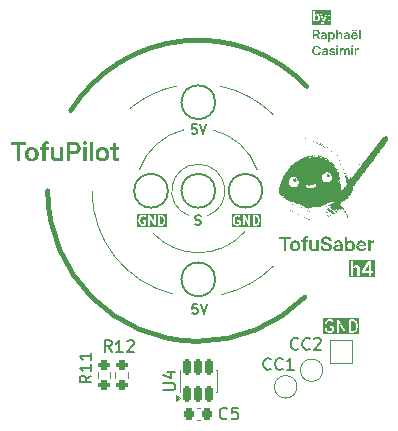
<source format=gbr>
%TF.GenerationSoftware,KiCad,Pcbnew,9.0.6-9.0.6~ubuntu25.04.1*%
%TF.CreationDate,2025-11-04T15:06:10+01:00*%
%TF.ProjectId,BladeMaster,426c6164-654d-4617-9374-65722e6b6963,h4*%
%TF.SameCoordinates,Original*%
%TF.FileFunction,Legend,Top*%
%TF.FilePolarity,Positive*%
%FSLAX46Y46*%
G04 Gerber Fmt 4.6, Leading zero omitted, Abs format (unit mm)*
G04 Created by KiCad (PCBNEW 9.0.6-9.0.6~ubuntu25.04.1) date 2025-11-04 15:06:10*
%MOMM*%
%LPD*%
G01*
G04 APERTURE LIST*
G04 Aperture macros list*
%AMRoundRect*
0 Rectangle with rounded corners*
0 $1 Rounding radius*
0 $2 $3 $4 $5 $6 $7 $8 $9 X,Y pos of 4 corners*
0 Add a 4 corners polygon primitive as box body*
4,1,4,$2,$3,$4,$5,$6,$7,$8,$9,$2,$3,0*
0 Add four circle primitives for the rounded corners*
1,1,$1+$1,$2,$3*
1,1,$1+$1,$4,$5*
1,1,$1+$1,$6,$7*
1,1,$1+$1,$8,$9*
0 Add four rect primitives between the rounded corners*
20,1,$1+$1,$2,$3,$4,$5,0*
20,1,$1+$1,$4,$5,$6,$7,0*
20,1,$1+$1,$6,$7,$8,$9,0*
20,1,$1+$1,$8,$9,$2,$3,0*%
G04 Aperture macros list end*
%ADD10C,0.100000*%
%ADD11C,0.400000*%
%ADD12C,0.160000*%
%ADD13C,0.200000*%
%ADD14C,0.125000*%
%ADD15C,0.120000*%
%ADD16C,0.150000*%
%ADD17C,0.059995*%
%ADD18C,0.000000*%
%ADD19RoundRect,0.150000X0.150000X-0.512500X0.150000X0.512500X-0.150000X0.512500X-0.150000X-0.512500X0*%
%ADD20C,1.500000*%
%ADD21R,1.500000X1.500000*%
%ADD22C,2.500000*%
%ADD23RoundRect,0.200000X-0.275000X0.200000X-0.275000X-0.200000X0.275000X-0.200000X0.275000X0.200000X0*%
%ADD24RoundRect,0.225000X-0.225000X-0.250000X0.225000X-0.250000X0.225000X0.250000X-0.225000X0.250000X0*%
%ADD25C,0.750013*%
%ADD26O,1.200000X2.000000*%
%ADD27O,1.200000X1.800000*%
G04 APERTURE END LIST*
D10*
X1825792Y8868106D02*
G75*
G02*
X6402219Y6402219I-1825792J-8868106D01*
G01*
X3951028Y-3457149D02*
G75*
G02*
X0Y-5250000I-3951028J3457149D01*
G01*
X-5750000Y7000000D02*
G75*
G02*
X-1826741Y8872740I5750000J-7000000D01*
G01*
D11*
X-10795032Y6784523D02*
G75*
G02*
X9190354Y8837413I10795032J-6784523D01*
G01*
X9009954Y-9009954D02*
G75*
G02*
X0Y-12741999I-9009954J9009954D01*
G01*
D10*
X6370580Y-6370580D02*
G75*
G02*
X2007506Y-8782853I-6370580J6370580D01*
G01*
X-790028Y-2106741D02*
G75*
G02*
X0Y2250000I790028J2106741D01*
G01*
X-5000000Y1750000D02*
G75*
G02*
X-1226988Y5153348I5000000J-1750000D01*
G01*
X0Y-5250000D02*
G75*
G02*
X-3838040Y-3582171I0J5250000D01*
G01*
X1226985Y5153349D02*
G75*
G02*
X5000000Y1750000I-1226985J-5153349D01*
G01*
X-2116312Y-8747641D02*
G75*
G02*
X-9000000Y0I2116312J8747641D01*
G01*
X0Y2250000D02*
G75*
G02*
X790028Y-2106741I0J-2250000D01*
G01*
D11*
X0Y-12750000D02*
G75*
G02*
X-12750000Y0I0J12750000D01*
G01*
D12*
G36*
X-3054620Y-2201792D02*
G01*
X-3000963Y-2255449D01*
X-2972600Y-2312173D01*
X-2939023Y-2446479D01*
X-2939023Y-2541070D01*
X-2972600Y-2675375D01*
X-3000963Y-2732100D01*
X-3054619Y-2785757D01*
X-3138673Y-2813775D01*
X-3236166Y-2813775D01*
X-3236166Y-2173775D01*
X-3138673Y-2173775D01*
X-3054620Y-2201792D01*
G37*
G36*
X-2690134Y-3062664D02*
G01*
X-5161246Y-3062664D01*
X-5161246Y-2436632D01*
X-5072357Y-2436632D01*
X-5072357Y-2550918D01*
X-5072090Y-2553638D01*
X-5072263Y-2554807D01*
X-5071399Y-2560651D01*
X-5070820Y-2566525D01*
X-5070369Y-2567615D01*
X-5069968Y-2570321D01*
X-5031872Y-2722702D01*
X-5031461Y-2723852D01*
X-5031420Y-2724429D01*
X-5028936Y-2730921D01*
X-5026596Y-2737470D01*
X-5026252Y-2737934D01*
X-5025815Y-2739076D01*
X-4987720Y-2815266D01*
X-4983493Y-2821982D01*
X-4982684Y-2823934D01*
X-4980882Y-2826130D01*
X-4979366Y-2828538D01*
X-4977769Y-2829923D01*
X-4972735Y-2836057D01*
X-4896545Y-2912248D01*
X-4884422Y-2922197D01*
X-4881767Y-2923297D01*
X-4879594Y-2925181D01*
X-4865274Y-2931575D01*
X-4750988Y-2969670D01*
X-4743249Y-2971429D01*
X-4741297Y-2972238D01*
X-4738469Y-2972516D01*
X-4735696Y-2973147D01*
X-4733588Y-2972997D01*
X-4725690Y-2973775D01*
X-4649499Y-2973775D01*
X-4641602Y-2972997D01*
X-4639493Y-2973147D01*
X-4636721Y-2972516D01*
X-4633892Y-2972238D01*
X-4631941Y-2971429D01*
X-4624201Y-2969670D01*
X-4509916Y-2931575D01*
X-4495596Y-2925181D01*
X-4493426Y-2923298D01*
X-4490768Y-2922198D01*
X-4478645Y-2912249D01*
X-4440549Y-2874152D01*
X-4430600Y-2862030D01*
X-4418655Y-2833191D01*
X-4417118Y-2817584D01*
X-4417118Y-2550918D01*
X-4418655Y-2535311D01*
X-4430600Y-2506472D01*
X-4452672Y-2484400D01*
X-4481511Y-2472455D01*
X-4497118Y-2470918D01*
X-4649499Y-2470918D01*
X-4665106Y-2472455D01*
X-4693945Y-2484400D01*
X-4716017Y-2506472D01*
X-4727962Y-2535311D01*
X-4727962Y-2566525D01*
X-4716017Y-2595364D01*
X-4693945Y-2617436D01*
X-4665106Y-2629381D01*
X-4649499Y-2630918D01*
X-4577118Y-2630918D01*
X-4577118Y-2784446D01*
X-4578429Y-2785757D01*
X-4662482Y-2813775D01*
X-4712707Y-2813775D01*
X-4796762Y-2785757D01*
X-4850418Y-2732100D01*
X-4878781Y-2675375D01*
X-4912357Y-2541070D01*
X-4912357Y-2446479D01*
X-4878781Y-2312173D01*
X-4850419Y-2255450D01*
X-4796762Y-2201792D01*
X-4712707Y-2173775D01*
X-4630289Y-2173775D01*
X-4570991Y-2203424D01*
X-4556344Y-2209029D01*
X-4525208Y-2211242D01*
X-4495595Y-2201371D01*
X-4472014Y-2180919D01*
X-4458055Y-2153000D01*
X-4455842Y-2121864D01*
X-4465205Y-2093775D01*
X-4234261Y-2093775D01*
X-4234261Y-2893775D01*
X-4232724Y-2909382D01*
X-4220779Y-2938221D01*
X-4198707Y-2960293D01*
X-4169868Y-2972238D01*
X-4138654Y-2972238D01*
X-4109815Y-2960293D01*
X-4087743Y-2938221D01*
X-4075798Y-2909382D01*
X-4074261Y-2893775D01*
X-4074261Y-2395019D01*
X-3766577Y-2933466D01*
X-3764245Y-2936752D01*
X-3763636Y-2938221D01*
X-3762141Y-2939716D01*
X-3757500Y-2946254D01*
X-3749091Y-2952766D01*
X-3741564Y-2960293D01*
X-3736852Y-2962244D01*
X-3732820Y-2965367D01*
X-3722555Y-2968166D01*
X-3712725Y-2972238D01*
X-3707627Y-2972238D01*
X-3702706Y-2973580D01*
X-3692151Y-2972238D01*
X-3681511Y-2972238D01*
X-3676799Y-2970286D01*
X-3671740Y-2969643D01*
X-3662504Y-2964365D01*
X-3652672Y-2960293D01*
X-3649066Y-2956686D01*
X-3644639Y-2954157D01*
X-3638127Y-2945747D01*
X-3630600Y-2938221D01*
X-3628649Y-2933508D01*
X-3625526Y-2929477D01*
X-3622727Y-2919211D01*
X-3618655Y-2909382D01*
X-3617870Y-2901402D01*
X-3617313Y-2899363D01*
X-3617514Y-2897788D01*
X-3617118Y-2893775D01*
X-3617118Y-2093775D01*
X-3396166Y-2093775D01*
X-3396166Y-2893775D01*
X-3394629Y-2909382D01*
X-3382684Y-2938221D01*
X-3360612Y-2960293D01*
X-3331773Y-2972238D01*
X-3316166Y-2973775D01*
X-3125690Y-2973775D01*
X-3117793Y-2972997D01*
X-3115684Y-2973147D01*
X-3112912Y-2972516D01*
X-3110083Y-2972238D01*
X-3108132Y-2971429D01*
X-3100392Y-2969670D01*
X-2986106Y-2931575D01*
X-2971786Y-2925181D01*
X-2969614Y-2923297D01*
X-2966958Y-2922197D01*
X-2954835Y-2912248D01*
X-2878645Y-2836057D01*
X-2873612Y-2829923D01*
X-2872014Y-2828538D01*
X-2870499Y-2826130D01*
X-2868696Y-2823934D01*
X-2867888Y-2821982D01*
X-2863660Y-2815266D01*
X-2825565Y-2739076D01*
X-2825129Y-2737934D01*
X-2824784Y-2737470D01*
X-2822445Y-2730921D01*
X-2819960Y-2724429D01*
X-2819920Y-2723852D01*
X-2819508Y-2722702D01*
X-2781412Y-2570321D01*
X-2781012Y-2567615D01*
X-2780560Y-2566525D01*
X-2779982Y-2560651D01*
X-2779117Y-2554807D01*
X-2779291Y-2553638D01*
X-2779023Y-2550918D01*
X-2779023Y-2436632D01*
X-2779291Y-2433911D01*
X-2779117Y-2432743D01*
X-2779982Y-2426898D01*
X-2780560Y-2421025D01*
X-2781012Y-2419934D01*
X-2781412Y-2417229D01*
X-2819508Y-2264848D01*
X-2819920Y-2263697D01*
X-2819960Y-2263121D01*
X-2822445Y-2256628D01*
X-2824784Y-2250080D01*
X-2825129Y-2249615D01*
X-2825565Y-2248474D01*
X-2863660Y-2172283D01*
X-2867887Y-2165568D01*
X-2868696Y-2163614D01*
X-2870501Y-2161414D01*
X-2872014Y-2159011D01*
X-2873610Y-2157626D01*
X-2878645Y-2151492D01*
X-2954835Y-2075301D01*
X-2966958Y-2065352D01*
X-2969616Y-2064251D01*
X-2971786Y-2062369D01*
X-2986106Y-2055975D01*
X-3100392Y-2017880D01*
X-3108132Y-2016120D01*
X-3110083Y-2015312D01*
X-3112912Y-2015033D01*
X-3115684Y-2014403D01*
X-3117793Y-2014552D01*
X-3125690Y-2013775D01*
X-3316166Y-2013775D01*
X-3331773Y-2015312D01*
X-3360612Y-2027257D01*
X-3382684Y-2049329D01*
X-3394629Y-2078168D01*
X-3396166Y-2093775D01*
X-3617118Y-2093775D01*
X-3618655Y-2078168D01*
X-3630600Y-2049329D01*
X-3652672Y-2027257D01*
X-3681511Y-2015312D01*
X-3712725Y-2015312D01*
X-3741564Y-2027257D01*
X-3763636Y-2049329D01*
X-3775581Y-2078168D01*
X-3777118Y-2093775D01*
X-3777118Y-2592530D01*
X-4084802Y-2054084D01*
X-4087135Y-2050797D01*
X-4087743Y-2049329D01*
X-4089239Y-2047833D01*
X-4093879Y-2041296D01*
X-4102289Y-2034783D01*
X-4109815Y-2027257D01*
X-4114528Y-2025305D01*
X-4118559Y-2022183D01*
X-4128825Y-2019383D01*
X-4138654Y-2015312D01*
X-4143752Y-2015312D01*
X-4148673Y-2013970D01*
X-4159228Y-2015312D01*
X-4169868Y-2015312D01*
X-4174581Y-2017263D01*
X-4179639Y-2017907D01*
X-4188876Y-2023184D01*
X-4198707Y-2027257D01*
X-4202314Y-2030863D01*
X-4206740Y-2033393D01*
X-4213253Y-2041802D01*
X-4220779Y-2049329D01*
X-4222731Y-2054041D01*
X-4225853Y-2058073D01*
X-4228653Y-2068338D01*
X-4232724Y-2078168D01*
X-4233510Y-2086147D01*
X-4234066Y-2088187D01*
X-4233866Y-2089761D01*
X-4234261Y-2093775D01*
X-4465205Y-2093775D01*
X-4465713Y-2092251D01*
X-4486165Y-2068670D01*
X-4499437Y-2060316D01*
X-4575627Y-2022221D01*
X-4590274Y-2016616D01*
X-4593141Y-2016412D01*
X-4595797Y-2015312D01*
X-4611404Y-2013775D01*
X-4725690Y-2013775D01*
X-4733588Y-2014552D01*
X-4735696Y-2014403D01*
X-4738469Y-2015033D01*
X-4741297Y-2015312D01*
X-4743249Y-2016120D01*
X-4750988Y-2017880D01*
X-4865274Y-2055975D01*
X-4879594Y-2062369D01*
X-4881765Y-2064251D01*
X-4884422Y-2065352D01*
X-4896544Y-2075301D01*
X-4972735Y-2151491D01*
X-4977772Y-2157628D01*
X-4979366Y-2159011D01*
X-4980879Y-2161414D01*
X-4982684Y-2163614D01*
X-4983494Y-2165568D01*
X-4987720Y-2172283D01*
X-5025815Y-2248474D01*
X-5026252Y-2249615D01*
X-5026596Y-2250080D01*
X-5028936Y-2256628D01*
X-5031420Y-2263121D01*
X-5031461Y-2263697D01*
X-5031872Y-2264848D01*
X-5069968Y-2417229D01*
X-5070369Y-2419934D01*
X-5070820Y-2421025D01*
X-5071399Y-2426898D01*
X-5072263Y-2432743D01*
X-5072090Y-2433911D01*
X-5072357Y-2436632D01*
X-5161246Y-2436632D01*
X-5161246Y-1924886D01*
X-2690134Y-1924886D01*
X-2690134Y-3062664D01*
G37*
D10*
G36*
X9676799Y12818390D02*
G01*
X9676799Y13633233D01*
X9989088Y13633233D01*
X10049309Y13629342D01*
X10100902Y13618342D01*
X10145208Y13600945D01*
X10185525Y13576146D01*
X10218237Y13546015D01*
X10244175Y13510184D01*
X10262812Y13469889D01*
X10274348Y13424314D01*
X10278369Y13372382D01*
X10274204Y13321255D01*
X10262229Y13276321D01*
X10242807Y13236485D01*
X10216042Y13201248D01*
X10182525Y13171638D01*
X10141397Y13147337D01*
X10096409Y13130396D01*
X10044074Y13119672D01*
X9983079Y13115878D01*
X9762137Y13115878D01*
X9762137Y13236192D01*
X9975410Y13236192D01*
X10024278Y13240603D01*
X10061774Y13252605D01*
X10092829Y13272822D01*
X10114824Y13299647D01*
X10128186Y13332375D01*
X10132898Y13372382D01*
X10128162Y13413363D01*
X10114824Y13446437D01*
X10092815Y13473553D01*
X10061774Y13494015D01*
X10024195Y13506223D01*
X9974873Y13510721D01*
X9822270Y13510721D01*
X9822270Y12818390D01*
X9676799Y12818390D01*
G37*
G36*
X10139492Y12818390D02*
G01*
X9945857Y13187002D01*
X10103393Y13187002D01*
X10300253Y12818390D01*
X10139492Y12818390D01*
G37*
G36*
X10679063Y13417876D02*
G01*
X10724161Y13408725D01*
X10766053Y13393126D01*
X10801830Y13371796D01*
X10831729Y13343935D01*
X10854342Y13309221D01*
X10868226Y13268808D01*
X10873198Y13218705D01*
X10873198Y12818390D01*
X10737594Y12818390D01*
X10737594Y12900945D01*
X10733735Y12900945D01*
X10717988Y12876535D01*
X10697392Y12853903D01*
X10672407Y12835096D01*
X10640776Y12820003D01*
X10604964Y12810804D01*
X10559834Y12807448D01*
X10504011Y12812692D01*
X10456226Y12827672D01*
X10427627Y12843526D01*
X10403732Y12863407D01*
X10384028Y12887560D01*
X10369663Y12915144D01*
X10360677Y12947515D01*
X10357504Y12985746D01*
X10357676Y12987358D01*
X10493693Y12987358D01*
X10496953Y12964284D01*
X10506247Y12945788D01*
X10521103Y12931133D01*
X10541809Y12920093D01*
X10565870Y12913649D01*
X10594859Y12911349D01*
X10636993Y12915749D01*
X10670574Y12928007D01*
X10698537Y12947820D01*
X10718446Y12972850D01*
X10730732Y13002244D01*
X10734859Y13034399D01*
X10734859Y13101663D01*
X10714049Y13092333D01*
X10680979Y13084420D01*
X10642144Y13077874D01*
X10604140Y13072159D01*
X10574415Y13066683D01*
X10548355Y13058432D01*
X10525365Y13046462D01*
X10508446Y13031370D01*
X10497543Y13012245D01*
X10493693Y12987358D01*
X10357676Y12987358D01*
X10362570Y13033196D01*
X10376359Y13068837D01*
X10398659Y13098366D01*
X10427797Y13121349D01*
X10462011Y13138437D01*
X10501607Y13151147D01*
X10587189Y13166192D01*
X10673016Y13176548D01*
X10702784Y13182832D01*
X10719813Y13190519D01*
X10730541Y13202457D01*
X10734321Y13220365D01*
X10734321Y13223638D01*
X10731055Y13249542D01*
X10721718Y13270924D01*
X10706631Y13288459D01*
X10685619Y13301845D01*
X10660508Y13309859D01*
X10628222Y13312787D01*
X10595131Y13309903D01*
X10568041Y13301845D01*
X10544491Y13288786D01*
X10526764Y13272584D01*
X10513915Y13253112D01*
X10506785Y13231845D01*
X10374454Y13243862D01*
X10383920Y13279785D01*
X10398584Y13311372D01*
X10418467Y13339263D01*
X10443064Y13363321D01*
X10472224Y13383540D01*
X10506540Y13399982D01*
X10562828Y13415539D01*
X10629297Y13421035D01*
X10679063Y13417876D01*
G37*
G36*
X11372622Y13416776D02*
G01*
X11415313Y13404361D01*
X11454300Y13383862D01*
X11488672Y13356103D01*
X11518249Y13321072D01*
X11543205Y13277762D01*
X11560775Y13230742D01*
X11571841Y13176654D01*
X11575738Y13114266D01*
X11571901Y13051817D01*
X11561013Y12997712D01*
X11543742Y12950721D01*
X11519120Y12907440D01*
X11489740Y12872322D01*
X11455424Y12844378D01*
X11416393Y12823775D01*
X11373159Y12811234D01*
X11324705Y12806911D01*
X11282100Y12810566D01*
X11246743Y12820833D01*
X11215345Y12837394D01*
X11189639Y12858300D01*
X11168196Y12883093D01*
X11151342Y12909737D01*
X11147531Y12909737D01*
X11147531Y12589779D01*
X11007531Y12589779D01*
X11007531Y13114804D01*
X11142060Y13114804D01*
X11146741Y13059600D01*
X11159841Y13014127D01*
X11181866Y12975165D01*
X11210693Y12946862D01*
X11233765Y12933661D01*
X11259693Y12925614D01*
X11289192Y12922829D01*
X11318672Y12925578D01*
X11344206Y12933468D01*
X11366568Y12946325D01*
X11394378Y12974123D01*
X11415759Y13013052D01*
X11428436Y13058622D01*
X11433002Y13114804D01*
X11428422Y13170910D01*
X11415759Y13215969D01*
X11394398Y13254386D01*
X11366568Y13281866D01*
X11344223Y13294582D01*
X11318687Y13302394D01*
X11289192Y13305118D01*
X11259665Y13302383D01*
X11233734Y13294493D01*
X11210693Y13281573D01*
X11181859Y13253826D01*
X11159841Y13215432D01*
X11146766Y13170404D01*
X11142060Y13114804D01*
X11007531Y13114804D01*
X11007531Y13411217D01*
X11145333Y13411217D01*
X11145333Y13320945D01*
X11150267Y13320945D01*
X11167113Y13346511D01*
X11188808Y13370428D01*
X11214743Y13390701D01*
X11246499Y13407065D01*
X11282141Y13417362D01*
X11325291Y13421035D01*
X11372622Y13416776D01*
G37*
G36*
X11822814Y13159109D02*
G01*
X11822814Y12818390D01*
X11682814Y12818390D01*
X11682814Y13633233D01*
X11822277Y13633233D01*
X11822277Y13261887D01*
X11799318Y13261887D01*
X11820826Y13311793D01*
X11846582Y13350752D01*
X11876401Y13380540D01*
X11911865Y13402659D01*
X11953121Y13416267D01*
X12001649Y13421035D01*
X12042141Y13417935D01*
X12078067Y13409001D01*
X12110190Y13394511D01*
X12138844Y13374270D01*
X12162988Y13348600D01*
X12182926Y13316841D01*
X12196870Y13281843D01*
X12205750Y13240422D01*
X12208913Y13191349D01*
X12208913Y12818390D01*
X12068913Y12818390D01*
X12068913Y13169465D01*
X12065043Y13210312D01*
X12054466Y13241783D01*
X12037992Y13265990D01*
X12015382Y13284260D01*
X11987064Y13295591D01*
X11951335Y13299647D01*
X11915690Y13295693D01*
X11885145Y13284308D01*
X11859482Y13265221D01*
X11839471Y13237560D01*
X11827281Y13203612D01*
X11822814Y13159109D01*
G37*
G36*
X12636913Y13417876D02*
G01*
X12682012Y13408725D01*
X12723904Y13393126D01*
X12759681Y13371796D01*
X12789580Y13343935D01*
X12812193Y13309221D01*
X12826077Y13268808D01*
X12831049Y13218705D01*
X12831049Y12818390D01*
X12695445Y12818390D01*
X12695445Y12900945D01*
X12691586Y12900945D01*
X12675838Y12876535D01*
X12655243Y12853903D01*
X12630258Y12835096D01*
X12598627Y12820003D01*
X12562815Y12810804D01*
X12517685Y12807448D01*
X12461862Y12812692D01*
X12414077Y12827672D01*
X12385477Y12843526D01*
X12361583Y12863407D01*
X12341879Y12887560D01*
X12327514Y12915144D01*
X12318528Y12947515D01*
X12315354Y12985746D01*
X12315526Y12987358D01*
X12451544Y12987358D01*
X12454803Y12964284D01*
X12464098Y12945788D01*
X12478954Y12931133D01*
X12499660Y12920093D01*
X12523721Y12913649D01*
X12552709Y12911349D01*
X12594844Y12915749D01*
X12628425Y12928007D01*
X12656387Y12947820D01*
X12676296Y12972850D01*
X12688583Y13002244D01*
X12692709Y13034399D01*
X12692709Y13101663D01*
X12671900Y13092333D01*
X12638829Y13084420D01*
X12599995Y13077874D01*
X12561991Y13072159D01*
X12532265Y13066683D01*
X12506206Y13058432D01*
X12483216Y13046462D01*
X12466296Y13031370D01*
X12455393Y13012245D01*
X12451544Y12987358D01*
X12315526Y12987358D01*
X12320421Y13033196D01*
X12334210Y13068837D01*
X12356509Y13098366D01*
X12385647Y13121349D01*
X12419861Y13138437D01*
X12459457Y13151147D01*
X12545040Y13166192D01*
X12630867Y13176548D01*
X12660634Y13182832D01*
X12677664Y13190519D01*
X12688392Y13202457D01*
X12692172Y13220365D01*
X12692172Y13223638D01*
X12688906Y13249542D01*
X12679569Y13270924D01*
X12664482Y13288459D01*
X12643470Y13301845D01*
X12618359Y13309859D01*
X12586073Y13312787D01*
X12552982Y13309903D01*
X12525892Y13301845D01*
X12502342Y13288786D01*
X12484614Y13272584D01*
X12471765Y13253112D01*
X12464635Y13231845D01*
X12332305Y13243862D01*
X12341770Y13279785D01*
X12356435Y13311372D01*
X12376317Y13339263D01*
X12400915Y13363321D01*
X12430075Y13383540D01*
X12464391Y13399982D01*
X12520678Y13415539D01*
X12587148Y13421035D01*
X12636913Y13417876D01*
G37*
G36*
X13227357Y12805836D02*
G01*
X13168974Y12810385D01*
X13118076Y12823402D01*
X13073386Y12844378D01*
X13033544Y12873421D01*
X13000424Y12909086D01*
X12973540Y12952089D01*
X12954504Y12999377D01*
X12942682Y13052529D01*
X12938564Y13112605D01*
X12942730Y13172293D01*
X12954729Y13225462D01*
X12974126Y13273122D01*
X13001226Y13316656D01*
X13034009Y13352767D01*
X13072849Y13382201D01*
X13116462Y13403782D01*
X13165040Y13417001D01*
X13219688Y13421573D01*
X13278100Y13416393D01*
X13330379Y13401349D01*
X13377798Y13376449D01*
X13418697Y13342291D01*
X13451820Y13299641D01*
X13477217Y13246841D01*
X13492575Y13187764D01*
X13498027Y13117539D01*
X13498027Y13077044D01*
X12998746Y13077044D01*
X12998746Y13172787D01*
X13428027Y13172787D01*
X13364621Y13145969D01*
X13360138Y13194105D01*
X13347622Y13233164D01*
X13326707Y13266228D01*
X13298676Y13290610D01*
X13264233Y13305762D01*
X13221300Y13311126D01*
X13178790Y13305797D01*
X13143924Y13290610D01*
X13115302Y13266295D01*
X13093903Y13233701D01*
X13080955Y13195488D01*
X13076415Y13150365D01*
X13076415Y13087448D01*
X13081323Y13036303D01*
X13094977Y12995271D01*
X13117762Y12960995D01*
X13148027Y12936213D01*
X13184907Y12921085D01*
X13230092Y12915746D01*
X13261824Y12918236D01*
X13289102Y12925320D01*
X13313548Y12937225D01*
X13333407Y12953213D01*
X13349092Y12973149D01*
X13360225Y12996688D01*
X13489820Y12984622D01*
X13479049Y12950596D01*
X13462911Y12919577D01*
X13441167Y12891126D01*
X13415056Y12866424D01*
X13384769Y12845491D01*
X13349820Y12828258D01*
X13292917Y12811635D01*
X13227357Y12805836D01*
G37*
G36*
X13337804Y13499242D02*
G01*
X13307382Y13504823D01*
X13282263Y13521370D01*
X13265290Y13546012D01*
X13259597Y13575836D01*
X13265265Y13605148D01*
X13282263Y13629668D01*
X13307386Y13646253D01*
X13337804Y13651845D01*
X13368615Y13646287D01*
X13393540Y13629961D01*
X13410314Y13605588D01*
X13415961Y13575836D01*
X13410322Y13545993D01*
X13393540Y13521370D01*
X13368596Y13504854D01*
X13337804Y13499242D01*
G37*
G36*
X13099325Y13499242D02*
G01*
X13068945Y13504821D01*
X13043833Y13521370D01*
X13026822Y13546016D01*
X13021118Y13575836D01*
X13026797Y13605145D01*
X13043833Y13629668D01*
X13068949Y13646255D01*
X13099325Y13651845D01*
X13130229Y13646294D01*
X13155403Y13629961D01*
X13172407Y13605564D01*
X13178118Y13575836D01*
X13172414Y13546016D01*
X13155403Y13521370D01*
X13130209Y13504847D01*
X13099325Y13499242D01*
G37*
G36*
X13743931Y13633233D02*
G01*
X13743931Y12818390D01*
X13603931Y12818390D01*
X13603931Y13633233D01*
X13743931Y13633233D01*
G37*
G36*
X10028997Y11462374D02*
G01*
X9957139Y11468241D01*
X9892405Y11485286D01*
X9833505Y11513225D01*
X9780892Y11551595D01*
X9736215Y11599520D01*
X9698976Y11658110D01*
X9678177Y11705627D01*
X9662879Y11758183D01*
X9653343Y11816464D01*
X9650030Y11881250D01*
X9653346Y11946347D01*
X9662887Y12004865D01*
X9678186Y12057592D01*
X9698976Y12105221D01*
X9736233Y12163997D01*
X9780911Y12212015D01*
X9833505Y12250399D01*
X9892405Y12278338D01*
X9957139Y12295383D01*
X10028997Y12301250D01*
X10095273Y12296226D01*
X10155857Y12281564D01*
X10211984Y12257260D01*
X10260881Y12224411D01*
X10302629Y12183143D01*
X10336596Y12133602D01*
X10361196Y12077685D01*
X10376261Y12013630D01*
X10229716Y12013630D01*
X10219335Y12049710D01*
X10204266Y12080601D01*
X10184330Y12107719D01*
X10160497Y12130085D01*
X10132957Y12147753D01*
X10101439Y12160713D01*
X10067572Y12168463D01*
X10030658Y12171118D01*
X9984308Y12167049D01*
X9943354Y12155298D01*
X9906778Y12136093D01*
X9874730Y12109944D01*
X9847532Y12076999D01*
X9825005Y12036296D01*
X9809422Y11992190D01*
X9799537Y11940919D01*
X9796038Y11881250D01*
X9799540Y11821613D01*
X9809428Y11770445D01*
X9825005Y11726498D01*
X9847525Y11685998D01*
X9874721Y11653230D01*
X9906778Y11627238D01*
X9943336Y11608201D01*
X9984292Y11596544D01*
X10030658Y11592506D01*
X10067539Y11595166D01*
X10101195Y11602911D01*
X10132463Y11615856D01*
X10159960Y11633539D01*
X10183843Y11655894D01*
X10203972Y11683023D01*
X10219289Y11713860D01*
X10229716Y11749457D01*
X10376799Y11749457D01*
X10362450Y11688775D01*
X10338501Y11634076D01*
X10305342Y11585038D01*
X10263861Y11543023D01*
X10215098Y11509061D01*
X10158592Y11483427D01*
X10097207Y11467770D01*
X10028997Y11462374D01*
G37*
G36*
X10781449Y12073876D02*
G01*
X10826547Y12064725D01*
X10868440Y12049126D01*
X10904217Y12027796D01*
X10934115Y11999935D01*
X10956729Y11965221D01*
X10970613Y11924808D01*
X10975584Y11874705D01*
X10975584Y11474390D01*
X10839981Y11474390D01*
X10839981Y11556945D01*
X10836122Y11556945D01*
X10820374Y11532535D01*
X10799778Y11509903D01*
X10774793Y11491096D01*
X10743163Y11476003D01*
X10707351Y11466804D01*
X10662221Y11463448D01*
X10606398Y11468692D01*
X10558613Y11483672D01*
X10530013Y11499526D01*
X10506119Y11519407D01*
X10486415Y11543560D01*
X10472050Y11571144D01*
X10463064Y11603515D01*
X10459890Y11641746D01*
X10460062Y11643358D01*
X10596080Y11643358D01*
X10599339Y11620284D01*
X10608634Y11601788D01*
X10623490Y11587133D01*
X10644196Y11576093D01*
X10668257Y11569649D01*
X10697245Y11567349D01*
X10739380Y11571749D01*
X10772961Y11584007D01*
X10800923Y11603820D01*
X10820832Y11628850D01*
X10833119Y11658244D01*
X10837245Y11690399D01*
X10837245Y11757663D01*
X10816436Y11748333D01*
X10783365Y11740420D01*
X10744531Y11733874D01*
X10706527Y11728159D01*
X10676801Y11722683D01*
X10650741Y11714432D01*
X10627752Y11702462D01*
X10610832Y11687370D01*
X10599929Y11668245D01*
X10596080Y11643358D01*
X10460062Y11643358D01*
X10464957Y11689196D01*
X10478746Y11724837D01*
X10501045Y11754366D01*
X10530183Y11777349D01*
X10564397Y11794437D01*
X10603993Y11807147D01*
X10689576Y11822192D01*
X10775403Y11832548D01*
X10805170Y11838832D01*
X10822200Y11846519D01*
X10832928Y11858457D01*
X10836708Y11876365D01*
X10836708Y11879638D01*
X10833442Y11905542D01*
X10824105Y11926924D01*
X10809018Y11944459D01*
X10788006Y11957845D01*
X10762895Y11965859D01*
X10730609Y11968787D01*
X10697517Y11965903D01*
X10670427Y11957845D01*
X10646878Y11944786D01*
X10629150Y11928584D01*
X10616301Y11909112D01*
X10609171Y11887845D01*
X10476841Y11899862D01*
X10486306Y11935785D01*
X10500971Y11967372D01*
X10520853Y11995263D01*
X10545451Y12019321D01*
X10574611Y12039540D01*
X10608927Y12055982D01*
X10665214Y12071539D01*
X10731684Y12077035D01*
X10781449Y12073876D01*
G37*
G36*
X11339067Y11461250D02*
G01*
X11271006Y11466829D01*
X11213526Y11482597D01*
X11178598Y11499359D01*
X11149095Y11520110D01*
X11124377Y11544928D01*
X11104814Y11573808D01*
X11090851Y11606904D01*
X11082563Y11645019D01*
X11217678Y11655961D01*
X11225925Y11628701D01*
X11238840Y11607059D01*
X11256464Y11590015D01*
X11278003Y11577910D01*
X11304906Y11570156D01*
X11338529Y11567349D01*
X11372302Y11569905D01*
X11398771Y11576880D01*
X11419423Y11587573D01*
X11436326Y11602829D01*
X11445817Y11619551D01*
X11448976Y11638473D01*
X11443796Y11662266D01*
X11428166Y11681362D01*
X11404437Y11695284D01*
X11368571Y11706275D01*
X11267406Y11727573D01*
X11212821Y11743149D01*
X11171274Y11763320D01*
X11140253Y11787461D01*
X11116620Y11818031D01*
X11102340Y11853720D01*
X11097364Y11896051D01*
X11100788Y11931511D01*
X11110736Y11963038D01*
X11127162Y11991453D01*
X11149154Y12016103D01*
X11176750Y12037221D01*
X11210790Y12054858D01*
X11247384Y12067144D01*
X11288967Y12074865D01*
X11336331Y12077573D01*
X11382619Y12074948D01*
X11422901Y12067495D01*
X11458013Y12055688D01*
X11490755Y12038759D01*
X11517972Y12018285D01*
X11540323Y11994188D01*
X11557895Y11966472D01*
X11570296Y11935418D01*
X11577497Y11900399D01*
X11448976Y11889457D01*
X11443080Y11911848D01*
X11432098Y11931447D01*
X11415612Y11948808D01*
X11395408Y11961594D01*
X11370324Y11969685D01*
X11339067Y11972597D01*
X11296699Y11967245D01*
X11265501Y11952618D01*
X11249459Y11937687D01*
X11240394Y11921251D01*
X11237364Y11902597D01*
X11242410Y11878694D01*
X11257587Y11859366D01*
X11281151Y11845264D01*
X11318843Y11833672D01*
X11422744Y11811836D01*
X11479075Y11796039D01*
X11520613Y11776551D01*
X11550434Y11754097D01*
X11573122Y11725399D01*
X11586889Y11691388D01*
X11591711Y11650490D01*
X11588005Y11613289D01*
X11577236Y11580308D01*
X11559423Y11550643D01*
X11535763Y11525036D01*
X11506257Y11503081D01*
X11470030Y11484746D01*
X11431256Y11471990D01*
X11387838Y11464026D01*
X11339067Y11461250D01*
G37*
G36*
X11697664Y11474390D02*
G01*
X11697664Y12067217D01*
X11837664Y12067217D01*
X11837664Y11474390D01*
X11697664Y11474390D01*
G37*
G36*
X11767664Y12153044D02*
G01*
X11735253Y12158812D01*
X11708899Y12175758D01*
X11695612Y12192136D01*
X11687782Y12210409D01*
X11685110Y12231250D01*
X11687805Y12252469D01*
X11695654Y12270825D01*
X11708899Y12287035D01*
X11735230Y12303754D01*
X11767664Y12309457D01*
X11800140Y12303752D01*
X11826478Y12287035D01*
X11839722Y12270825D01*
X11847572Y12252469D01*
X11850267Y12231250D01*
X11847567Y12210429D01*
X11839648Y12192157D01*
X11826185Y12175758D01*
X11799695Y12158784D01*
X11767664Y12153044D01*
G37*
G36*
X11971998Y11474390D02*
G01*
X11971998Y12067217D01*
X12105989Y12067217D01*
X12108187Y11931564D01*
X12097783Y11931564D01*
X12116287Y11977997D01*
X12140134Y12013581D01*
X12170278Y12041940D01*
X12204419Y12061697D01*
X12241954Y12073590D01*
X12281551Y12077573D01*
X12324136Y12072971D01*
X12360691Y12059730D01*
X12392535Y12037908D01*
X12418374Y12008972D01*
X12437929Y11972926D01*
X12451055Y11928291D01*
X12433568Y11928291D01*
X12450035Y11972858D01*
X12474307Y12009233D01*
X12506005Y12038606D01*
X12543770Y12060085D01*
X12585839Y12073125D01*
X12632088Y12077573D01*
X12668274Y12074827D01*
X12701071Y12066844D01*
X12731055Y12053783D01*
X12758051Y12035577D01*
X12781110Y12012428D01*
X12800518Y11983783D01*
X12814318Y11951984D01*
X12823088Y11914205D01*
X12826213Y11869233D01*
X12826213Y11474390D01*
X12686213Y11474390D01*
X12686213Y11849010D01*
X12682249Y11885553D01*
X12671521Y11912558D01*
X12654754Y11932395D01*
X12632584Y11947059D01*
X12607781Y11955882D01*
X12579576Y11958919D01*
X12546857Y11955005D01*
X12519981Y11943874D01*
X12497654Y11926067D01*
X12480853Y11902597D01*
X12470543Y11874867D01*
X12466931Y11841878D01*
X12466931Y11474390D01*
X12330741Y11474390D01*
X12330741Y11855019D01*
X12327312Y11885162D01*
X12317594Y11909915D01*
X12301725Y11930490D01*
X12280889Y11946087D01*
X12256288Y11955589D01*
X12226841Y11958919D01*
X12196764Y11955259D01*
X12169395Y11944411D01*
X12146014Y11926712D01*
X12127580Y11901767D01*
X12116139Y11871476D01*
X12111998Y11832597D01*
X12111998Y11474390D01*
X11971998Y11474390D01*
G37*
G36*
X12960693Y11474390D02*
G01*
X12960693Y12067217D01*
X13100693Y12067217D01*
X13100693Y11474390D01*
X12960693Y11474390D01*
G37*
G36*
X13030693Y12153044D02*
G01*
X12998282Y12158812D01*
X12971928Y12175758D01*
X12958641Y12192136D01*
X12950811Y12210409D01*
X12948139Y12231250D01*
X12950833Y12252469D01*
X12958683Y12270825D01*
X12971928Y12287035D01*
X12998259Y12303754D01*
X13030693Y12309457D01*
X13063168Y12303752D01*
X13089506Y12287035D01*
X13102751Y12270825D01*
X13110601Y12252469D01*
X13113296Y12231250D01*
X13110596Y12210429D01*
X13102677Y12192157D01*
X13089213Y12175758D01*
X13062724Y12158784D01*
X13030693Y12153044D01*
G37*
G36*
X13235026Y11474390D02*
G01*
X13235026Y12067217D01*
X13370092Y12067217D01*
X13370092Y11968201D01*
X13374489Y11968201D01*
X13387879Y12000660D01*
X13405535Y12026482D01*
X13427490Y12046700D01*
X13453517Y12061426D01*
X13483822Y12070554D01*
X13519423Y12073762D01*
X13545068Y12072932D01*
X13567001Y12070490D01*
X13567001Y11944705D01*
X13540183Y11948270D01*
X13501349Y11950176D01*
X13467178Y11946128D01*
X13437064Y11934300D01*
X13411504Y11915091D01*
X13391684Y11888626D01*
X13379429Y11856637D01*
X13375026Y11816184D01*
X13375026Y11474390D01*
X13235026Y11474390D01*
G37*
D13*
G36*
X-15885719Y3903438D02*
G01*
X-15885719Y4151686D01*
X-14585175Y4151686D01*
X-14585175Y3903438D01*
X-15089487Y3903438D01*
X-15089487Y2522000D01*
X-15380332Y2522000D01*
X-15380332Y3903438D01*
X-15885719Y3903438D01*
G37*
G36*
X-13975194Y3719279D02*
G01*
X-13874786Y3693128D01*
X-13785426Y3650696D01*
X-13705650Y3592347D01*
X-13638868Y3520661D01*
X-13584170Y3434199D01*
X-13545180Y3339143D01*
X-13520984Y3232301D01*
X-13512558Y3111505D01*
X-13520994Y2990712D01*
X-13545198Y2884077D01*
X-13584170Y2789398D01*
X-13638852Y2703340D01*
X-13705629Y2632007D01*
X-13785426Y2573975D01*
X-13874751Y2531876D01*
X-13975162Y2505914D01*
X-14088971Y2496892D01*
X-14201999Y2505884D01*
X-14302247Y2531817D01*
X-14391930Y2573975D01*
X-14472039Y2632034D01*
X-14539004Y2703371D01*
X-14593772Y2789398D01*
X-14632743Y2884077D01*
X-14656948Y2990712D01*
X-14665384Y3111505D01*
X-14380988Y3111505D01*
X-14372072Y3002038D01*
X-14347087Y2911324D01*
X-14304456Y2833318D01*
X-14247533Y2776306D01*
X-14201623Y2749664D01*
X-14149296Y2733336D01*
X-14088971Y2727653D01*
X-14027869Y2733372D01*
X-13975384Y2749731D01*
X-13929822Y2776306D01*
X-13873281Y2833341D01*
X-13830269Y2911910D01*
X-13804812Y3002953D01*
X-13795782Y3111505D01*
X-13804872Y3221960D01*
X-13830269Y3312761D01*
X-13873226Y3391012D01*
X-13929822Y3448365D01*
X-13975423Y3475278D01*
X-14027906Y3491824D01*
X-14088971Y3497604D01*
X-14149296Y3491921D01*
X-14201623Y3475594D01*
X-14247533Y3448951D01*
X-14304418Y3391848D01*
X-14347087Y3313347D01*
X-14372060Y3222068D01*
X-14380988Y3111505D01*
X-14665384Y3111505D01*
X-14656958Y3232301D01*
X-14632761Y3339143D01*
X-14593772Y3434199D01*
X-14538988Y3520629D01*
X-14472018Y3592320D01*
X-14391930Y3650696D01*
X-14302212Y3693187D01*
X-14201967Y3719310D01*
X-14088971Y3728365D01*
X-13975194Y3719279D01*
G37*
G36*
X-12668259Y3707653D02*
G01*
X-12668259Y3484513D01*
X-13411930Y3484513D01*
X-13411930Y3707653D01*
X-12668259Y3707653D01*
G37*
G36*
X-13196508Y2522000D02*
G01*
X-13196508Y3853124D01*
X-13191090Y3924835D01*
X-13175832Y3985236D01*
X-13151665Y4036306D01*
X-13117795Y4081366D01*
X-13075855Y4118374D01*
X-13024854Y4147876D01*
X-12938125Y4175674D01*
X-12832293Y4185587D01*
X-12719062Y4180116D01*
X-12646375Y4170249D01*
X-12671483Y3949356D01*
X-12718573Y3954241D01*
X-12778657Y3956976D01*
X-12845760Y3947389D01*
X-12884854Y3923075D01*
X-12907668Y3882827D01*
X-12916508Y3818051D01*
X-12916508Y2522000D01*
X-13196508Y2522000D01*
G37*
G36*
X-12060876Y2502266D02*
G01*
X-12141145Y2508438D01*
X-12212862Y2526280D01*
X-12277471Y2555315D01*
X-12335126Y2595808D01*
X-12383770Y2647154D01*
X-12424016Y2710654D01*
X-12452213Y2780735D01*
X-12470118Y2863249D01*
X-12476480Y2960563D01*
X-12476480Y3707653D01*
X-12196480Y3707653D01*
X-12196480Y3004331D01*
X-12188674Y2923511D01*
X-12167240Y2860698D01*
X-12133660Y2811868D01*
X-12087715Y2774944D01*
X-12030975Y2752173D01*
X-11960248Y2744066D01*
X-11889072Y2752109D01*
X-11828455Y2775231D01*
X-11777520Y2813817D01*
X-11737694Y2869216D01*
X-11713242Y2937130D01*
X-11704281Y3026215D01*
X-11704281Y3707653D01*
X-11424281Y3707653D01*
X-11424281Y2522000D01*
X-11694414Y2522000D01*
X-11696661Y2819488D01*
X-11656117Y2819488D01*
X-11699845Y2719667D01*
X-11751747Y2641922D01*
X-11811455Y2582670D01*
X-11882324Y2538726D01*
X-11964502Y2511719D01*
X-12060876Y2502266D01*
G37*
G36*
X-11142523Y2522000D02*
G01*
X-11142523Y4151686D01*
X-10525565Y4151686D01*
X-10404577Y4143638D01*
X-10301271Y4120907D01*
X-10212837Y4084959D01*
X-10132620Y4033988D01*
X-10067325Y3972433D01*
X-10015391Y3899530D01*
X-9978070Y3817943D01*
X-9955019Y3726207D01*
X-9947003Y3622266D01*
X-9955132Y3518447D01*
X-9978529Y3426713D01*
X-10016466Y3345001D01*
X-10069107Y3272230D01*
X-10135294Y3210692D01*
X-10216647Y3159670D01*
X-10306139Y3123637D01*
X-10409709Y3100946D01*
X-10529962Y3092943D01*
X-10965300Y3092943D01*
X-10965300Y3336892D01*
X-10554093Y3336892D01*
X-10455425Y3346396D01*
X-10379606Y3372356D01*
X-10317245Y3415566D01*
X-10273018Y3472398D01*
X-10246230Y3540830D01*
X-10236870Y3622266D01*
X-10246296Y3704553D01*
X-10273018Y3772133D01*
X-10317190Y3828041D01*
X-10379606Y3870612D01*
X-10455391Y3896208D01*
X-10554093Y3905587D01*
X-10851581Y3905587D01*
X-10851581Y2522000D01*
X-11142523Y2522000D01*
G37*
G36*
X-9736270Y2522000D02*
G01*
X-9736270Y3707653D01*
X-9456270Y3707653D01*
X-9456270Y2522000D01*
X-9736270Y2522000D01*
G37*
G36*
X-9596270Y3879307D02*
G01*
X-9661092Y3890844D01*
X-9713800Y3924736D01*
X-9740374Y3957492D01*
X-9756034Y3994037D01*
X-9761378Y4035720D01*
X-9755989Y4078158D01*
X-9740289Y4114870D01*
X-9713800Y4147290D01*
X-9661138Y4180727D01*
X-9596270Y4192133D01*
X-9531319Y4180723D01*
X-9478643Y4147290D01*
X-9452154Y4114870D01*
X-9436454Y4078158D01*
X-9431064Y4035720D01*
X-9436464Y3994077D01*
X-9452302Y3957534D01*
X-9479229Y3924736D01*
X-9532208Y3890787D01*
X-9596270Y3879307D01*
G37*
G36*
X-8907603Y4151686D02*
G01*
X-8907603Y2522000D01*
X-9187603Y2522000D01*
X-9187603Y4151686D01*
X-8907603Y4151686D01*
G37*
G36*
X-8002382Y3719279D02*
G01*
X-7901974Y3693128D01*
X-7812614Y3650696D01*
X-7732838Y3592347D01*
X-7666056Y3520661D01*
X-7611358Y3434199D01*
X-7572368Y3339143D01*
X-7548172Y3232301D01*
X-7539746Y3111505D01*
X-7548181Y2990712D01*
X-7572386Y2884077D01*
X-7611358Y2789398D01*
X-7666040Y2703340D01*
X-7732817Y2632007D01*
X-7812614Y2573975D01*
X-7901939Y2531876D01*
X-8002350Y2505914D01*
X-8116159Y2496892D01*
X-8229186Y2505884D01*
X-8329434Y2531817D01*
X-8419117Y2573975D01*
X-8499227Y2632034D01*
X-8566192Y2703371D01*
X-8620960Y2789398D01*
X-8659931Y2884077D01*
X-8684136Y2990712D01*
X-8692572Y3111505D01*
X-8408175Y3111505D01*
X-8399260Y3002038D01*
X-8374274Y2911324D01*
X-8331644Y2833318D01*
X-8274721Y2776306D01*
X-8228811Y2749664D01*
X-8176484Y2733336D01*
X-8116159Y2727653D01*
X-8055057Y2733372D01*
X-8002572Y2749731D01*
X-7957010Y2776306D01*
X-7900469Y2833341D01*
X-7857457Y2911910D01*
X-7831999Y3002953D01*
X-7822970Y3111505D01*
X-7832060Y3221960D01*
X-7857457Y3312761D01*
X-7900414Y3391012D01*
X-7957010Y3448365D01*
X-8002611Y3475278D01*
X-8055094Y3491824D01*
X-8116159Y3497604D01*
X-8176484Y3491921D01*
X-8228811Y3475594D01*
X-8274721Y3448951D01*
X-8331606Y3391848D01*
X-8374274Y3313347D01*
X-8399247Y3222068D01*
X-8408175Y3111505D01*
X-8692572Y3111505D01*
X-8684146Y3232301D01*
X-8659949Y3339143D01*
X-8620960Y3434199D01*
X-8566176Y3520629D01*
X-8499206Y3592320D01*
X-8419117Y3650696D01*
X-8329400Y3693187D01*
X-8229155Y3719310D01*
X-8116159Y3728365D01*
X-8002382Y3719279D01*
G37*
G36*
X-6733744Y3707653D02*
G01*
X-6733744Y3484513D01*
X-7439117Y3484513D01*
X-7439117Y3707653D01*
X-6733744Y3707653D01*
G37*
G36*
X-7249976Y4011686D02*
G01*
X-6969976Y4011686D01*
X-6969976Y2858860D01*
X-6962344Y2801429D01*
X-6943207Y2768100D01*
X-6909953Y2748613D01*
X-6850688Y2740744D01*
X-6793339Y2742894D01*
X-6739117Y2747290D01*
X-6718406Y2526397D01*
X-6803109Y2517116D01*
X-6895531Y2514380D01*
X-7011257Y2524509D01*
X-7097571Y2551712D01*
X-7161365Y2593124D01*
X-7209026Y2651284D01*
X-7239057Y2727092D01*
X-7249976Y2826034D01*
X-7249976Y4011686D01*
G37*
G36*
X6851657Y-4059921D02*
G01*
X6851657Y-3873735D01*
X7827065Y-3873735D01*
X7827065Y-4059921D01*
X7448831Y-4059921D01*
X7448831Y-5096000D01*
X7230697Y-5096000D01*
X7230697Y-4059921D01*
X6851657Y-4059921D01*
G37*
G36*
X8284550Y-4198040D02*
G01*
X8359857Y-4217654D01*
X8426877Y-4249478D01*
X8486708Y-4293240D01*
X8536795Y-4347004D01*
X8577819Y-4411851D01*
X8607061Y-4483143D01*
X8625208Y-4563274D01*
X8631528Y-4653871D01*
X8625201Y-4744466D01*
X8607047Y-4824442D01*
X8577819Y-4895452D01*
X8536807Y-4959995D01*
X8486724Y-5013495D01*
X8426877Y-5057018D01*
X8359883Y-5088593D01*
X8284574Y-5108064D01*
X8199218Y-5114831D01*
X8114447Y-5108087D01*
X8039261Y-5088637D01*
X7971999Y-5057018D01*
X7911917Y-5013474D01*
X7861693Y-4959972D01*
X7820617Y-4895452D01*
X7791389Y-4824442D01*
X7773235Y-4744466D01*
X7766908Y-4653871D01*
X7980205Y-4653871D01*
X7986892Y-4735971D01*
X8005631Y-4804007D01*
X8037604Y-4862511D01*
X8080296Y-4905270D01*
X8114729Y-4925252D01*
X8153974Y-4937498D01*
X8199218Y-4941760D01*
X8245044Y-4937471D01*
X8284408Y-4925202D01*
X8318579Y-4905270D01*
X8360985Y-4862494D01*
X8393244Y-4803568D01*
X8412337Y-4735285D01*
X8419110Y-4653871D01*
X8412292Y-4571030D01*
X8393244Y-4502929D01*
X8361026Y-4444241D01*
X8318579Y-4401226D01*
X8284379Y-4381042D01*
X8245016Y-4368632D01*
X8199218Y-4364297D01*
X8153974Y-4368559D01*
X8114729Y-4380805D01*
X8080296Y-4400787D01*
X8037632Y-4443614D01*
X8005631Y-4502489D01*
X7986901Y-4570949D01*
X7980205Y-4653871D01*
X7766908Y-4653871D01*
X7773228Y-4563274D01*
X7791375Y-4483143D01*
X7820617Y-4411851D01*
X7861705Y-4347028D01*
X7911933Y-4293260D01*
X7971999Y-4249478D01*
X8039287Y-4217609D01*
X8114471Y-4198017D01*
X8199218Y-4191226D01*
X8284550Y-4198040D01*
G37*
G36*
X9264752Y-4206760D02*
G01*
X9264752Y-4374115D01*
X8706999Y-4374115D01*
X8706999Y-4206760D01*
X9264752Y-4206760D01*
G37*
G36*
X8868565Y-5096000D02*
G01*
X8868565Y-4097657D01*
X8872628Y-4043873D01*
X8884072Y-3998573D01*
X8902198Y-3960270D01*
X8927600Y-3926476D01*
X8959055Y-3898719D01*
X8997306Y-3876593D01*
X9062352Y-3855745D01*
X9141727Y-3848309D01*
X9226650Y-3852413D01*
X9281165Y-3859813D01*
X9262334Y-4025483D01*
X9227016Y-4021819D01*
X9181953Y-4019768D01*
X9131626Y-4026958D01*
X9102306Y-4045193D01*
X9085195Y-4075379D01*
X9078565Y-4123962D01*
X9078565Y-5096000D01*
X8868565Y-5096000D01*
G37*
G36*
X9720289Y-5110801D02*
G01*
X9660087Y-5106171D01*
X9606299Y-5092790D01*
X9557843Y-5071013D01*
X9514601Y-5040644D01*
X9478119Y-5002135D01*
X9447934Y-4954510D01*
X9426786Y-4901948D01*
X9413358Y-4840063D01*
X9408586Y-4767078D01*
X9408586Y-4206760D01*
X9618586Y-4206760D01*
X9618586Y-4734251D01*
X9624440Y-4794866D01*
X9640516Y-4841977D01*
X9665701Y-4878599D01*
X9700160Y-4906292D01*
X9742715Y-4923370D01*
X9795760Y-4929450D01*
X9849142Y-4923418D01*
X9894605Y-4906076D01*
X9932806Y-4877137D01*
X9962676Y-4835588D01*
X9981015Y-4784652D01*
X9987735Y-4717838D01*
X9987735Y-4206760D01*
X10197735Y-4206760D01*
X10197735Y-5096000D01*
X9995136Y-5096000D01*
X9993450Y-4872884D01*
X10023859Y-4872884D01*
X9991063Y-4947750D01*
X9952136Y-5006058D01*
X9907355Y-5050497D01*
X9854203Y-5083455D01*
X9792569Y-5103711D01*
X9720289Y-5110801D01*
G37*
G36*
X10846273Y-5115710D02*
G01*
X10748697Y-5109978D01*
X10664598Y-5093761D01*
X10592016Y-5068156D01*
X10525266Y-5030997D01*
X10470798Y-4985320D01*
X10427152Y-4930696D01*
X10395174Y-4868439D01*
X10374701Y-4797026D01*
X10366409Y-4714541D01*
X10580512Y-4714541D01*
X10591191Y-4780152D01*
X10616636Y-4832290D01*
X10656104Y-4874139D01*
X10709326Y-4905344D01*
X10771417Y-4923773D01*
X10846273Y-4930330D01*
X10918044Y-4924578D01*
X10976699Y-4908568D01*
X11027373Y-4881659D01*
X11064113Y-4847018D01*
X11087704Y-4804140D01*
X11095694Y-4753962D01*
X11089248Y-4711666D01*
X11070635Y-4677245D01*
X11040946Y-4648910D01*
X10995969Y-4622730D01*
X10942867Y-4602067D01*
X10871772Y-4582503D01*
X10737170Y-4549677D01*
X10626654Y-4515772D01*
X10542921Y-4474912D01*
X10480861Y-4428264D01*
X10443215Y-4384950D01*
X10416460Y-4336180D01*
X10400038Y-4280864D01*
X10394326Y-4217458D01*
X10400883Y-4147070D01*
X10419932Y-4084275D01*
X10451332Y-4027535D01*
X10493534Y-3977879D01*
X10545832Y-3935733D01*
X10609602Y-3900846D01*
X10678537Y-3876325D01*
X10755895Y-3861039D01*
X10843049Y-3855710D01*
X10931263Y-3861191D01*
X11008239Y-3876799D01*
X11075617Y-3901652D01*
X11137572Y-3937146D01*
X11188547Y-3980367D01*
X11229783Y-4031711D01*
X11260531Y-4089921D01*
X11280195Y-4154896D01*
X11288475Y-4228083D01*
X11079281Y-4228083D01*
X11068117Y-4172212D01*
X11044703Y-4126894D01*
X11008719Y-4089890D01*
X10963616Y-4063202D01*
X10908411Y-4046331D01*
X10840558Y-4040284D01*
X10775151Y-4045892D01*
X10721196Y-4061607D01*
X10674811Y-4087569D01*
X10641622Y-4120298D01*
X10620468Y-4160185D01*
X10613339Y-4205954D01*
X10620199Y-4248767D01*
X10640010Y-4283110D01*
X10670891Y-4310943D01*
X10715041Y-4335574D01*
X10766049Y-4354843D01*
X10829933Y-4372503D01*
X10949661Y-4401226D01*
X11029976Y-4423203D01*
X11099357Y-4449586D01*
X11162506Y-4482813D01*
X11214176Y-4520954D01*
X11256694Y-4566512D01*
X11287595Y-4618627D01*
X11306439Y-4677291D01*
X11313094Y-4747367D01*
X11306598Y-4819435D01*
X11287779Y-4883440D01*
X11256894Y-4940954D01*
X11214965Y-4991199D01*
X11161901Y-5034067D01*
X11096060Y-5069768D01*
X11024912Y-5094484D01*
X10942298Y-5110162D01*
X10846273Y-5115710D01*
G37*
G36*
X11921829Y-4196771D02*
G01*
X11989476Y-4210497D01*
X12052315Y-4233896D01*
X12105980Y-4265891D01*
X12150828Y-4307682D01*
X12184748Y-4359754D01*
X12205574Y-4420373D01*
X12213032Y-4495528D01*
X12213032Y-5096000D01*
X12009626Y-5096000D01*
X12009626Y-4972168D01*
X12003838Y-4972168D01*
X11980216Y-5008783D01*
X11949323Y-5042730D01*
X11911845Y-5070942D01*
X11864399Y-5093581D01*
X11810681Y-5107379D01*
X11742986Y-5112413D01*
X11659252Y-5104547D01*
X11587575Y-5082078D01*
X11544675Y-5058297D01*
X11508833Y-5028475D01*
X11479277Y-4992245D01*
X11457730Y-4950869D01*
X11444251Y-4902313D01*
X11439490Y-4844967D01*
X11439748Y-4842549D01*
X11643775Y-4842549D01*
X11648664Y-4877160D01*
X11662606Y-4904904D01*
X11684889Y-4926885D01*
X11715949Y-4943445D01*
X11752041Y-4953112D01*
X11795523Y-4956561D01*
X11858725Y-4949962D01*
X11909096Y-4931575D01*
X11951040Y-4901855D01*
X11980903Y-4864311D01*
X11999334Y-4820219D01*
X12005523Y-4771987D01*
X12005523Y-4671090D01*
X11974309Y-4685085D01*
X11924703Y-4696956D01*
X11866451Y-4706774D01*
X11809445Y-4715347D01*
X11764857Y-4723561D01*
X11725767Y-4735937D01*
X11691282Y-4753893D01*
X11665903Y-4776530D01*
X11649549Y-4805218D01*
X11643775Y-4842549D01*
X11439748Y-4842549D01*
X11447090Y-4773792D01*
X11467773Y-4720330D01*
X11501223Y-4676036D01*
X11544930Y-4641561D01*
X11596251Y-4615929D01*
X11655645Y-4596865D01*
X11784019Y-4574297D01*
X11912759Y-4558763D01*
X11957410Y-4549338D01*
X11982955Y-4537807D01*
X11999047Y-4519899D01*
X12004717Y-4493037D01*
X12004717Y-4488128D01*
X11999817Y-4449273D01*
X11985812Y-4417200D01*
X11963182Y-4390897D01*
X11931664Y-4370818D01*
X11893997Y-4358796D01*
X11845568Y-4354405D01*
X11795931Y-4358730D01*
X11755296Y-4370818D01*
X11719972Y-4390407D01*
X11693381Y-4414709D01*
X11674107Y-4443917D01*
X11663412Y-4475818D01*
X11464916Y-4457793D01*
X11479114Y-4403907D01*
X11501111Y-4356527D01*
X11530935Y-4314691D01*
X11567831Y-4278604D01*
X11611571Y-4248275D01*
X11663046Y-4223613D01*
X11747477Y-4200277D01*
X11847180Y-4192032D01*
X11921829Y-4196771D01*
G37*
G36*
X12624532Y-4342974D02*
G01*
X12629441Y-4342974D01*
X12655367Y-4303882D01*
X12687693Y-4267943D01*
X12726166Y-4237531D01*
X12773349Y-4212988D01*
X12826494Y-4197552D01*
X12891172Y-4192032D01*
X12962167Y-4198421D01*
X13026205Y-4217044D01*
X13084685Y-4247793D01*
X13136242Y-4289431D01*
X13180609Y-4341978D01*
X13218042Y-4406942D01*
X13244398Y-4477472D01*
X13260997Y-4558605D01*
X13266842Y-4652186D01*
X13261087Y-4745859D01*
X13244754Y-4827018D01*
X13218848Y-4897503D01*
X13181915Y-4962425D01*
X13137845Y-5015103D01*
X13086371Y-5057018D01*
X13027825Y-5087923D01*
X12962973Y-5106735D01*
X12890293Y-5113219D01*
X12826337Y-5107745D01*
X12772983Y-5092336D01*
X12725357Y-5067512D01*
X12686008Y-5036136D01*
X12653265Y-4998754D01*
X12627829Y-4958173D01*
X12621235Y-4958173D01*
X12621235Y-5096000D01*
X12414532Y-5096000D01*
X12414532Y-4651380D01*
X12616325Y-4651380D01*
X12623346Y-4734185D01*
X12642997Y-4802395D01*
X12676034Y-4860838D01*
X12719274Y-4903292D01*
X12753883Y-4923094D01*
X12792775Y-4935164D01*
X12837023Y-4939342D01*
X12881244Y-4935218D01*
X12919545Y-4923383D01*
X12953087Y-4904098D01*
X12994801Y-4862400D01*
X13026873Y-4804007D01*
X13045889Y-4735652D01*
X13052739Y-4651380D01*
X13045868Y-4567220D01*
X13026873Y-4499632D01*
X12994832Y-4442006D01*
X12953087Y-4400787D01*
X12919569Y-4381713D01*
X12881266Y-4369994D01*
X12837023Y-4365909D01*
X12792732Y-4370010D01*
X12753836Y-4381846D01*
X12719274Y-4401226D01*
X12676023Y-4442846D01*
X12642997Y-4500438D01*
X12623384Y-4567979D01*
X12616325Y-4651380D01*
X12414532Y-4651380D01*
X12414532Y-3873735D01*
X12624532Y-3873735D01*
X12624532Y-4342974D01*
G37*
G36*
X13820418Y-5114831D02*
G01*
X13732844Y-5108007D01*
X13656497Y-5088483D01*
X13589462Y-5057018D01*
X13529698Y-5013454D01*
X13480019Y-4959957D01*
X13439692Y-4895452D01*
X13411139Y-4824520D01*
X13393406Y-4744792D01*
X13387229Y-4654677D01*
X13393477Y-4565146D01*
X13411476Y-4485393D01*
X13440572Y-4413903D01*
X13481222Y-4348602D01*
X13530397Y-4294435D01*
X13588656Y-4250284D01*
X13654075Y-4217912D01*
X13726943Y-4198084D01*
X13808914Y-4191226D01*
X13896532Y-4198996D01*
X13974951Y-4221561D01*
X14046080Y-4258912D01*
X14107428Y-4310148D01*
X14157112Y-4374124D01*
X14195209Y-4453323D01*
X14218245Y-4541939D01*
X14226423Y-4647277D01*
X14226423Y-4708020D01*
X13477501Y-4708020D01*
X13477501Y-4564405D01*
X14121423Y-4564405D01*
X14026315Y-4604632D01*
X14019590Y-4532428D01*
X14000816Y-4473840D01*
X13969443Y-4424243D01*
X13927397Y-4387671D01*
X13875732Y-4364942D01*
X13811332Y-4356896D01*
X13747568Y-4364889D01*
X13695268Y-4387671D01*
X13652336Y-4424142D01*
X13620237Y-4473034D01*
X13600815Y-4530354D01*
X13594005Y-4598037D01*
X13594005Y-4692413D01*
X13601368Y-4769131D01*
X13621849Y-4830678D01*
X13656026Y-4882092D01*
X13701423Y-4919265D01*
X13756744Y-4941958D01*
X13824521Y-4949967D01*
X13872119Y-4946231D01*
X13913035Y-4935605D01*
X13949705Y-4917747D01*
X13979494Y-4893766D01*
X14003021Y-4863861D01*
X14019720Y-4828554D01*
X14214113Y-4846652D01*
X14197956Y-4897691D01*
X14173749Y-4944219D01*
X14141133Y-4986896D01*
X14101966Y-5023949D01*
X14056536Y-5055349D01*
X14004113Y-5081198D01*
X13918759Y-5106133D01*
X13820418Y-5114831D01*
G37*
G36*
X14385279Y-5096000D02*
G01*
X14385279Y-4206760D01*
X14587878Y-4206760D01*
X14587878Y-4355284D01*
X14594473Y-4355284D01*
X14614558Y-4306596D01*
X14641042Y-4267862D01*
X14673974Y-4237535D01*
X14713015Y-4215446D01*
X14758473Y-4201754D01*
X14811873Y-4196942D01*
X14850341Y-4198187D01*
X14883241Y-4201851D01*
X14883241Y-4390528D01*
X14843014Y-4385180D01*
X14784762Y-4382322D01*
X14733507Y-4388394D01*
X14688335Y-4406136D01*
X14649995Y-4434949D01*
X14620265Y-4474646D01*
X14601883Y-4522630D01*
X14595279Y-4583309D01*
X14595279Y-5096000D01*
X14385279Y-5096000D01*
G37*
D12*
X-242357Y-2855680D02*
X-128071Y-2893775D01*
X-128071Y-2893775D02*
X62405Y-2893775D01*
X62405Y-2893775D02*
X138596Y-2855680D01*
X138596Y-2855680D02*
X176691Y-2817584D01*
X176691Y-2817584D02*
X214786Y-2741394D01*
X214786Y-2741394D02*
X214786Y-2665203D01*
X214786Y-2665203D02*
X176691Y-2589013D01*
X176691Y-2589013D02*
X138596Y-2550918D01*
X138596Y-2550918D02*
X62405Y-2512822D01*
X62405Y-2512822D02*
X-89976Y-2474727D01*
X-89976Y-2474727D02*
X-166166Y-2436632D01*
X-166166Y-2436632D02*
X-204261Y-2398537D01*
X-204261Y-2398537D02*
X-242357Y-2322346D01*
X-242357Y-2322346D02*
X-242357Y-2246156D01*
X-242357Y-2246156D02*
X-204261Y-2169965D01*
X-204261Y-2169965D02*
X-166166Y-2131870D01*
X-166166Y-2131870D02*
X-89976Y-2093775D01*
X-89976Y-2093775D02*
X100501Y-2093775D01*
X100501Y-2093775D02*
X214786Y-2131870D01*
X-73309Y-9593775D02*
X-454261Y-9593775D01*
X-454261Y-9593775D02*
X-492357Y-9974727D01*
X-492357Y-9974727D02*
X-454261Y-9936632D01*
X-454261Y-9936632D02*
X-378071Y-9898537D01*
X-378071Y-9898537D02*
X-187595Y-9898537D01*
X-187595Y-9898537D02*
X-111404Y-9936632D01*
X-111404Y-9936632D02*
X-73309Y-9974727D01*
X-73309Y-9974727D02*
X-35214Y-10050918D01*
X-35214Y-10050918D02*
X-35214Y-10241394D01*
X-35214Y-10241394D02*
X-73309Y-10317584D01*
X-73309Y-10317584D02*
X-111404Y-10355680D01*
X-111404Y-10355680D02*
X-187595Y-10393775D01*
X-187595Y-10393775D02*
X-378071Y-10393775D01*
X-378071Y-10393775D02*
X-454261Y-10355680D01*
X-454261Y-10355680D02*
X-492357Y-10317584D01*
X193358Y-9593775D02*
X460025Y-10393775D01*
X460025Y-10393775D02*
X726691Y-9593775D01*
D14*
G36*
X14456772Y-6765302D02*
G01*
X14076120Y-6765302D01*
X14076120Y-6760392D01*
X14451789Y-6204251D01*
X14456772Y-6204251D01*
X14456772Y-6765302D01*
G37*
G36*
X14960060Y-7329333D02*
G01*
X12767563Y-7329333D01*
X12767563Y-7196000D01*
X12900896Y-7196000D01*
X13110896Y-7196000D01*
X13110896Y-6684921D01*
X13117596Y-6618167D01*
X13135882Y-6567245D01*
X13165899Y-6525754D01*
X13204392Y-6497123D01*
X13250209Y-6480046D01*
X13303677Y-6474115D01*
X13357271Y-6480199D01*
X13399748Y-6497195D01*
X13433663Y-6524600D01*
X13458375Y-6560911D01*
X13474240Y-6608117D01*
X13480045Y-6669387D01*
X13480045Y-7196000D01*
X13690045Y-7196000D01*
X13690045Y-6770284D01*
X13855422Y-6770284D01*
X13855422Y-6942549D01*
X14455087Y-6942549D01*
X14455087Y-7196000D01*
X14662669Y-7196000D01*
X14662669Y-6942549D01*
X14826727Y-6942549D01*
X14826727Y-6765302D01*
X14662669Y-6765302D01*
X14662669Y-5973735D01*
X14533049Y-5973735D01*
X14393611Y-5973735D01*
X13862106Y-6760392D01*
X13855422Y-6770284D01*
X13690045Y-6770284D01*
X13690045Y-6636561D01*
X13685301Y-6562953D01*
X13671980Y-6500821D01*
X13651064Y-6448323D01*
X13621158Y-6400685D01*
X13584942Y-6362181D01*
X13541960Y-6331819D01*
X13493775Y-6310083D01*
X13439887Y-6296683D01*
X13379148Y-6292032D01*
X13306356Y-6299185D01*
X13244473Y-6319596D01*
X13191277Y-6352775D01*
X13146549Y-6397457D01*
X13110090Y-6452604D01*
X13110090Y-5973735D01*
X12900896Y-5973735D01*
X12900896Y-7196000D01*
X12767563Y-7196000D01*
X12767563Y-5840402D01*
X14960060Y-5840402D01*
X14960060Y-7329333D01*
G37*
D12*
G36*
X4945380Y-2201792D02*
G01*
X4999037Y-2255449D01*
X5027400Y-2312173D01*
X5060977Y-2446479D01*
X5060977Y-2541070D01*
X5027400Y-2675375D01*
X4999037Y-2732100D01*
X4945381Y-2785757D01*
X4861327Y-2813775D01*
X4763834Y-2813775D01*
X4763834Y-2173775D01*
X4861327Y-2173775D01*
X4945380Y-2201792D01*
G37*
G36*
X5309866Y-3062664D02*
G01*
X2838754Y-3062664D01*
X2838754Y-2436632D01*
X2927643Y-2436632D01*
X2927643Y-2550918D01*
X2927910Y-2553638D01*
X2927737Y-2554807D01*
X2928601Y-2560651D01*
X2929180Y-2566525D01*
X2929631Y-2567615D01*
X2930032Y-2570321D01*
X2968128Y-2722702D01*
X2968539Y-2723852D01*
X2968580Y-2724429D01*
X2971064Y-2730921D01*
X2973404Y-2737470D01*
X2973748Y-2737934D01*
X2974185Y-2739076D01*
X3012280Y-2815266D01*
X3016507Y-2821982D01*
X3017316Y-2823934D01*
X3019118Y-2826130D01*
X3020634Y-2828538D01*
X3022231Y-2829923D01*
X3027265Y-2836057D01*
X3103455Y-2912248D01*
X3115578Y-2922197D01*
X3118233Y-2923297D01*
X3120406Y-2925181D01*
X3134726Y-2931575D01*
X3249012Y-2969670D01*
X3256751Y-2971429D01*
X3258703Y-2972238D01*
X3261531Y-2972516D01*
X3264304Y-2973147D01*
X3266412Y-2972997D01*
X3274310Y-2973775D01*
X3350501Y-2973775D01*
X3358398Y-2972997D01*
X3360507Y-2973147D01*
X3363279Y-2972516D01*
X3366108Y-2972238D01*
X3368059Y-2971429D01*
X3375799Y-2969670D01*
X3490084Y-2931575D01*
X3504404Y-2925181D01*
X3506574Y-2923298D01*
X3509232Y-2922198D01*
X3521355Y-2912249D01*
X3559451Y-2874152D01*
X3569400Y-2862030D01*
X3581345Y-2833191D01*
X3582882Y-2817584D01*
X3582882Y-2550918D01*
X3581345Y-2535311D01*
X3569400Y-2506472D01*
X3547328Y-2484400D01*
X3518489Y-2472455D01*
X3502882Y-2470918D01*
X3350501Y-2470918D01*
X3334894Y-2472455D01*
X3306055Y-2484400D01*
X3283983Y-2506472D01*
X3272038Y-2535311D01*
X3272038Y-2566525D01*
X3283983Y-2595364D01*
X3306055Y-2617436D01*
X3334894Y-2629381D01*
X3350501Y-2630918D01*
X3422882Y-2630918D01*
X3422882Y-2784446D01*
X3421571Y-2785757D01*
X3337518Y-2813775D01*
X3287293Y-2813775D01*
X3203238Y-2785757D01*
X3149582Y-2732100D01*
X3121219Y-2675375D01*
X3087643Y-2541070D01*
X3087643Y-2446479D01*
X3121219Y-2312173D01*
X3149581Y-2255450D01*
X3203238Y-2201792D01*
X3287293Y-2173775D01*
X3369711Y-2173775D01*
X3429009Y-2203424D01*
X3443656Y-2209029D01*
X3474792Y-2211242D01*
X3504405Y-2201371D01*
X3527986Y-2180919D01*
X3541945Y-2153000D01*
X3544158Y-2121864D01*
X3534795Y-2093775D01*
X3765739Y-2093775D01*
X3765739Y-2893775D01*
X3767276Y-2909382D01*
X3779221Y-2938221D01*
X3801293Y-2960293D01*
X3830132Y-2972238D01*
X3861346Y-2972238D01*
X3890185Y-2960293D01*
X3912257Y-2938221D01*
X3924202Y-2909382D01*
X3925739Y-2893775D01*
X3925739Y-2395019D01*
X4233423Y-2933466D01*
X4235755Y-2936752D01*
X4236364Y-2938221D01*
X4237859Y-2939716D01*
X4242500Y-2946254D01*
X4250909Y-2952766D01*
X4258436Y-2960293D01*
X4263148Y-2962244D01*
X4267180Y-2965367D01*
X4277445Y-2968166D01*
X4287275Y-2972238D01*
X4292373Y-2972238D01*
X4297294Y-2973580D01*
X4307849Y-2972238D01*
X4318489Y-2972238D01*
X4323201Y-2970286D01*
X4328260Y-2969643D01*
X4337496Y-2964365D01*
X4347328Y-2960293D01*
X4350934Y-2956686D01*
X4355361Y-2954157D01*
X4361873Y-2945747D01*
X4369400Y-2938221D01*
X4371351Y-2933508D01*
X4374474Y-2929477D01*
X4377273Y-2919211D01*
X4381345Y-2909382D01*
X4382130Y-2901402D01*
X4382687Y-2899363D01*
X4382486Y-2897788D01*
X4382882Y-2893775D01*
X4382882Y-2093775D01*
X4603834Y-2093775D01*
X4603834Y-2893775D01*
X4605371Y-2909382D01*
X4617316Y-2938221D01*
X4639388Y-2960293D01*
X4668227Y-2972238D01*
X4683834Y-2973775D01*
X4874310Y-2973775D01*
X4882207Y-2972997D01*
X4884316Y-2973147D01*
X4887088Y-2972516D01*
X4889917Y-2972238D01*
X4891868Y-2971429D01*
X4899608Y-2969670D01*
X5013894Y-2931575D01*
X5028214Y-2925181D01*
X5030386Y-2923297D01*
X5033042Y-2922197D01*
X5045165Y-2912248D01*
X5121355Y-2836057D01*
X5126388Y-2829923D01*
X5127986Y-2828538D01*
X5129501Y-2826130D01*
X5131304Y-2823934D01*
X5132112Y-2821982D01*
X5136340Y-2815266D01*
X5174435Y-2739076D01*
X5174871Y-2737934D01*
X5175216Y-2737470D01*
X5177555Y-2730921D01*
X5180040Y-2724429D01*
X5180080Y-2723852D01*
X5180492Y-2722702D01*
X5218588Y-2570321D01*
X5218988Y-2567615D01*
X5219440Y-2566525D01*
X5220018Y-2560651D01*
X5220883Y-2554807D01*
X5220709Y-2553638D01*
X5220977Y-2550918D01*
X5220977Y-2436632D01*
X5220709Y-2433911D01*
X5220883Y-2432743D01*
X5220018Y-2426898D01*
X5219440Y-2421025D01*
X5218988Y-2419934D01*
X5218588Y-2417229D01*
X5180492Y-2264848D01*
X5180080Y-2263697D01*
X5180040Y-2263121D01*
X5177555Y-2256628D01*
X5175216Y-2250080D01*
X5174871Y-2249615D01*
X5174435Y-2248474D01*
X5136340Y-2172283D01*
X5132113Y-2165568D01*
X5131304Y-2163614D01*
X5129499Y-2161414D01*
X5127986Y-2159011D01*
X5126390Y-2157626D01*
X5121355Y-2151492D01*
X5045165Y-2075301D01*
X5033042Y-2065352D01*
X5030384Y-2064251D01*
X5028214Y-2062369D01*
X5013894Y-2055975D01*
X4899608Y-2017880D01*
X4891868Y-2016120D01*
X4889917Y-2015312D01*
X4887088Y-2015033D01*
X4884316Y-2014403D01*
X4882207Y-2014552D01*
X4874310Y-2013775D01*
X4683834Y-2013775D01*
X4668227Y-2015312D01*
X4639388Y-2027257D01*
X4617316Y-2049329D01*
X4605371Y-2078168D01*
X4603834Y-2093775D01*
X4382882Y-2093775D01*
X4381345Y-2078168D01*
X4369400Y-2049329D01*
X4347328Y-2027257D01*
X4318489Y-2015312D01*
X4287275Y-2015312D01*
X4258436Y-2027257D01*
X4236364Y-2049329D01*
X4224419Y-2078168D01*
X4222882Y-2093775D01*
X4222882Y-2592530D01*
X3915198Y-2054084D01*
X3912865Y-2050797D01*
X3912257Y-2049329D01*
X3910761Y-2047833D01*
X3906121Y-2041296D01*
X3897711Y-2034783D01*
X3890185Y-2027257D01*
X3885472Y-2025305D01*
X3881441Y-2022183D01*
X3871175Y-2019383D01*
X3861346Y-2015312D01*
X3856248Y-2015312D01*
X3851327Y-2013970D01*
X3840772Y-2015312D01*
X3830132Y-2015312D01*
X3825419Y-2017263D01*
X3820361Y-2017907D01*
X3811124Y-2023184D01*
X3801293Y-2027257D01*
X3797686Y-2030863D01*
X3793260Y-2033393D01*
X3786747Y-2041802D01*
X3779221Y-2049329D01*
X3777269Y-2054041D01*
X3774147Y-2058073D01*
X3771347Y-2068338D01*
X3767276Y-2078168D01*
X3766490Y-2086147D01*
X3765934Y-2088187D01*
X3766134Y-2089761D01*
X3765739Y-2093775D01*
X3534795Y-2093775D01*
X3534287Y-2092251D01*
X3513835Y-2068670D01*
X3500563Y-2060316D01*
X3424373Y-2022221D01*
X3409726Y-2016616D01*
X3406859Y-2016412D01*
X3404203Y-2015312D01*
X3388596Y-2013775D01*
X3274310Y-2013775D01*
X3266412Y-2014552D01*
X3264304Y-2014403D01*
X3261531Y-2015033D01*
X3258703Y-2015312D01*
X3256751Y-2016120D01*
X3249012Y-2017880D01*
X3134726Y-2055975D01*
X3120406Y-2062369D01*
X3118235Y-2064251D01*
X3115578Y-2065352D01*
X3103456Y-2075301D01*
X3027265Y-2151491D01*
X3022228Y-2157628D01*
X3020634Y-2159011D01*
X3019121Y-2161414D01*
X3017316Y-2163614D01*
X3016506Y-2165568D01*
X3012280Y-2172283D01*
X2974185Y-2248474D01*
X2973748Y-2249615D01*
X2973404Y-2250080D01*
X2971064Y-2256628D01*
X2968580Y-2263121D01*
X2968539Y-2263697D01*
X2968128Y-2264848D01*
X2930032Y-2417229D01*
X2929631Y-2419934D01*
X2929180Y-2421025D01*
X2928601Y-2426898D01*
X2927737Y-2432743D01*
X2927910Y-2433911D01*
X2927643Y-2436632D01*
X2838754Y-2436632D01*
X2838754Y-1924886D01*
X5309866Y-1924886D01*
X5309866Y-3062664D01*
G37*
D15*
G36*
X10044796Y14851649D02*
G01*
X10070331Y14843837D01*
X10092677Y14831121D01*
X10120507Y14803641D01*
X10141867Y14765224D01*
X10154530Y14720165D01*
X10159111Y14664059D01*
X10154545Y14607877D01*
X10141867Y14562307D01*
X10120486Y14523378D01*
X10092677Y14495580D01*
X10070315Y14482723D01*
X10044781Y14474833D01*
X10015301Y14472084D01*
X9985802Y14474869D01*
X9959874Y14482916D01*
X9936801Y14496117D01*
X9907975Y14524420D01*
X9885950Y14563382D01*
X9872849Y14608855D01*
X9868169Y14664059D01*
X9872875Y14719659D01*
X9885950Y14764687D01*
X9907968Y14803081D01*
X9936801Y14830828D01*
X9959842Y14843748D01*
X9985773Y14851638D01*
X10015301Y14854373D01*
X10044796Y14851649D01*
G37*
G36*
X11277581Y14047996D02*
G01*
X9644751Y14047996D01*
X9644751Y14664059D01*
X9733640Y14664059D01*
X9733640Y14367645D01*
X9871442Y14367645D01*
X9871442Y14459530D01*
X9875838Y14459530D01*
X9892796Y14432476D01*
X9914624Y14407555D01*
X9940857Y14386637D01*
X9972607Y14370088D01*
X10008176Y14359815D01*
X10050814Y14356166D01*
X10099267Y14360489D01*
X10142502Y14373030D01*
X10181533Y14393633D01*
X10215849Y14421577D01*
X10245229Y14456695D01*
X10269851Y14499976D01*
X10287121Y14546967D01*
X10298010Y14601072D01*
X10301847Y14663521D01*
X10297950Y14725909D01*
X10286884Y14779997D01*
X10269313Y14827017D01*
X10244358Y14870327D01*
X10214780Y14905358D01*
X10180409Y14933117D01*
X10141422Y14953616D01*
X10117846Y14960472D01*
X10336089Y14960472D01*
X10562503Y14368183D01*
X10546627Y14320067D01*
X10537228Y14294197D01*
X10526159Y14276348D01*
X10511854Y14262969D01*
X10495238Y14255001D01*
X10476267Y14251886D01*
X10452056Y14253340D01*
X10407213Y14255538D01*
X10391874Y14143431D01*
X10434519Y14139083D01*
X10484296Y14136885D01*
X10530464Y14141184D01*
X10568755Y14153298D01*
X10602440Y14173427D01*
X10631135Y14201414D01*
X10654551Y14235918D01*
X10675147Y14280158D01*
X10737912Y14444191D01*
X11016452Y14444191D01*
X11019300Y14421172D01*
X11027607Y14401097D01*
X11041609Y14383228D01*
X11059626Y14369360D01*
X11079619Y14361162D01*
X11102279Y14358364D01*
X11125327Y14361178D01*
X11145507Y14369391D01*
X11163535Y14383228D01*
X11177538Y14401097D01*
X11185845Y14421172D01*
X11188692Y14444191D01*
X11185859Y14466854D01*
X11177566Y14486759D01*
X11163535Y14504617D01*
X11145503Y14518483D01*
X11125324Y14526712D01*
X11102279Y14529530D01*
X11079622Y14526727D01*
X11059629Y14518514D01*
X11041609Y14504617D01*
X11027578Y14486759D01*
X11019285Y14466854D01*
X11016452Y14444191D01*
X10737912Y14444191D01*
X10893424Y14850611D01*
X11016452Y14850611D01*
X11019300Y14827592D01*
X11027607Y14807517D01*
X11041609Y14789648D01*
X11059626Y14775780D01*
X11079619Y14767582D01*
X11102279Y14764784D01*
X11125327Y14767598D01*
X11145507Y14775811D01*
X11163535Y14789648D01*
X11177538Y14807517D01*
X11185845Y14827592D01*
X11188692Y14850611D01*
X11185859Y14873275D01*
X11177566Y14893179D01*
X11163535Y14911037D01*
X11145503Y14924903D01*
X11125324Y14933132D01*
X11102279Y14935950D01*
X11079622Y14933147D01*
X11059629Y14924934D01*
X11041609Y14911037D01*
X11027578Y14893179D01*
X11019285Y14873275D01*
X11016452Y14850611D01*
X10893424Y14850611D01*
X10935461Y14960472D01*
X10788378Y14960472D01*
X10678469Y14645447D01*
X10645350Y14539886D01*
X10635300Y14503264D01*
X10625664Y14539641D01*
X10593668Y14645447D01*
X10484833Y14960472D01*
X10336089Y14960472D01*
X10117846Y14960472D01*
X10098730Y14966031D01*
X10051400Y14970290D01*
X10008282Y14966611D01*
X9972851Y14956320D01*
X9941396Y14939958D01*
X9915747Y14919683D01*
X9894197Y14895724D01*
X9876913Y14869662D01*
X9873640Y14869662D01*
X9873640Y15182488D01*
X9733640Y15182488D01*
X9733640Y14664059D01*
X9644751Y14664059D01*
X9644751Y15271377D01*
X11277581Y15271377D01*
X11277581Y14047996D01*
G37*
D12*
X-130488Y5612052D02*
X-511440Y5612052D01*
X-511440Y5612052D02*
X-549536Y5231100D01*
X-549536Y5231100D02*
X-511440Y5269195D01*
X-511440Y5269195D02*
X-435250Y5307290D01*
X-435250Y5307290D02*
X-244774Y5307290D01*
X-244774Y5307290D02*
X-168583Y5269195D01*
X-168583Y5269195D02*
X-130488Y5231100D01*
X-130488Y5231100D02*
X-92393Y5154909D01*
X-92393Y5154909D02*
X-92393Y4964433D01*
X-92393Y4964433D02*
X-130488Y4888243D01*
X-130488Y4888243D02*
X-168583Y4850147D01*
X-168583Y4850147D02*
X-244774Y4812052D01*
X-244774Y4812052D02*
X-435250Y4812052D01*
X-435250Y4812052D02*
X-511440Y4850147D01*
X-511440Y4850147D02*
X-549536Y4888243D01*
X136179Y5612052D02*
X402846Y4812052D01*
X402846Y4812052D02*
X669512Y5612052D01*
D16*
X-2953003Y-16855984D02*
X-2143480Y-16855984D01*
X-2143480Y-16855984D02*
X-2048242Y-16808365D01*
X-2048242Y-16808365D02*
X-2000622Y-16760746D01*
X-2000622Y-16760746D02*
X-1953003Y-16665508D01*
X-1953003Y-16665508D02*
X-1953003Y-16475032D01*
X-1953003Y-16475032D02*
X-2000622Y-16379794D01*
X-2000622Y-16379794D02*
X-2048242Y-16332175D01*
X-2048242Y-16332175D02*
X-2143480Y-16284556D01*
X-2143480Y-16284556D02*
X-2953003Y-16284556D01*
X-2619670Y-15379794D02*
X-1953003Y-15379794D01*
X-3000622Y-15617889D02*
X-2286337Y-15855984D01*
X-2286337Y-15855984D02*
X-2286337Y-15236937D01*
X8433333Y-13359580D02*
X8385714Y-13407200D01*
X8385714Y-13407200D02*
X8242857Y-13454819D01*
X8242857Y-13454819D02*
X8147619Y-13454819D01*
X8147619Y-13454819D02*
X8004762Y-13407200D01*
X8004762Y-13407200D02*
X7909524Y-13311961D01*
X7909524Y-13311961D02*
X7861905Y-13216723D01*
X7861905Y-13216723D02*
X7814286Y-13026247D01*
X7814286Y-13026247D02*
X7814286Y-12883390D01*
X7814286Y-12883390D02*
X7861905Y-12692914D01*
X7861905Y-12692914D02*
X7909524Y-12597676D01*
X7909524Y-12597676D02*
X8004762Y-12502438D01*
X8004762Y-12502438D02*
X8147619Y-12454819D01*
X8147619Y-12454819D02*
X8242857Y-12454819D01*
X8242857Y-12454819D02*
X8385714Y-12502438D01*
X8385714Y-12502438D02*
X8433333Y-12550057D01*
X9433333Y-13359580D02*
X9385714Y-13407200D01*
X9385714Y-13407200D02*
X9242857Y-13454819D01*
X9242857Y-13454819D02*
X9147619Y-13454819D01*
X9147619Y-13454819D02*
X9004762Y-13407200D01*
X9004762Y-13407200D02*
X8909524Y-13311961D01*
X8909524Y-13311961D02*
X8861905Y-13216723D01*
X8861905Y-13216723D02*
X8814286Y-13026247D01*
X8814286Y-13026247D02*
X8814286Y-12883390D01*
X8814286Y-12883390D02*
X8861905Y-12692914D01*
X8861905Y-12692914D02*
X8909524Y-12597676D01*
X8909524Y-12597676D02*
X9004762Y-12502438D01*
X9004762Y-12502438D02*
X9147619Y-12454819D01*
X9147619Y-12454819D02*
X9242857Y-12454819D01*
X9242857Y-12454819D02*
X9385714Y-12502438D01*
X9385714Y-12502438D02*
X9433333Y-12550057D01*
X9814286Y-12550057D02*
X9861905Y-12502438D01*
X9861905Y-12502438D02*
X9957143Y-12454819D01*
X9957143Y-12454819D02*
X10195238Y-12454819D01*
X10195238Y-12454819D02*
X10290476Y-12502438D01*
X10290476Y-12502438D02*
X10338095Y-12550057D01*
X10338095Y-12550057D02*
X10385714Y-12645295D01*
X10385714Y-12645295D02*
X10385714Y-12740533D01*
X10385714Y-12740533D02*
X10338095Y-12883390D01*
X10338095Y-12883390D02*
X9766667Y-13454819D01*
X9766667Y-13454819D02*
X10385714Y-13454819D01*
G36*
X13202343Y-11067990D02*
G01*
X13276456Y-11142103D01*
X13314949Y-11219090D01*
X13358333Y-11392624D01*
X13358333Y-11517013D01*
X13314949Y-11690547D01*
X13276455Y-11767534D01*
X13202343Y-11841647D01*
X13087830Y-11879819D01*
X12936905Y-11879819D01*
X12936905Y-11029819D01*
X13087830Y-11029819D01*
X13202343Y-11067990D01*
G37*
G36*
X13619444Y-12140930D02*
G01*
X10580556Y-12140930D01*
X10580556Y-11383390D01*
X10691667Y-11383390D01*
X10691667Y-11526247D01*
X10691918Y-11528800D01*
X10691756Y-11529893D01*
X10692565Y-11535366D01*
X10693108Y-11540879D01*
X10693530Y-11541900D01*
X10693906Y-11544437D01*
X10741525Y-11734913D01*
X10741910Y-11735992D01*
X10741949Y-11736532D01*
X10744276Y-11742613D01*
X10746472Y-11748759D01*
X10746794Y-11749194D01*
X10747204Y-11750264D01*
X10794823Y-11845502D01*
X10798786Y-11851798D01*
X10799544Y-11853628D01*
X10801233Y-11855686D01*
X10802655Y-11857945D01*
X10804153Y-11859244D01*
X10808872Y-11864994D01*
X10904110Y-11960233D01*
X10915475Y-11969561D01*
X10917965Y-11970592D01*
X10920000Y-11972357D01*
X10933426Y-11978351D01*
X11076282Y-12025970D01*
X11083537Y-12027619D01*
X11085368Y-12028378D01*
X11088021Y-12028639D01*
X11090619Y-12029230D01*
X11092593Y-12029089D01*
X11100000Y-12029819D01*
X11195238Y-12029819D01*
X11202643Y-12029089D01*
X11204618Y-12029230D01*
X11207215Y-12028639D01*
X11209870Y-12028378D01*
X11211701Y-12027619D01*
X11218955Y-12025970D01*
X11361812Y-11978351D01*
X11375237Y-11972357D01*
X11377272Y-11970591D01*
X11379763Y-11969560D01*
X11391129Y-11960232D01*
X11438747Y-11912613D01*
X11448075Y-11901247D01*
X11455356Y-11883668D01*
X11459273Y-11874212D01*
X11460714Y-11859580D01*
X11460714Y-11526247D01*
X11459273Y-11511615D01*
X11448074Y-11484579D01*
X11427382Y-11463887D01*
X11400346Y-11452688D01*
X11385714Y-11451247D01*
X11195238Y-11451247D01*
X11180606Y-11452688D01*
X11153570Y-11463887D01*
X11132878Y-11484579D01*
X11121679Y-11511615D01*
X11121679Y-11540879D01*
X11132878Y-11567915D01*
X11153570Y-11588607D01*
X11180606Y-11599806D01*
X11195238Y-11601247D01*
X11310714Y-11601247D01*
X11310714Y-11828514D01*
X11297581Y-11841647D01*
X11183068Y-11879819D01*
X11112170Y-11879819D01*
X10997657Y-11841648D01*
X10923544Y-11767534D01*
X10885050Y-11690547D01*
X10841667Y-11517013D01*
X10841667Y-11392624D01*
X10885050Y-11219090D01*
X10923544Y-11142103D01*
X10997657Y-11067990D01*
X11112170Y-11029819D01*
X11225152Y-11029819D01*
X11304554Y-11069520D01*
X11318285Y-11074775D01*
X11347475Y-11076849D01*
X11375237Y-11067595D01*
X11397344Y-11048422D01*
X11410432Y-11022247D01*
X11412506Y-10993057D01*
X11403252Y-10965296D01*
X11394166Y-10954819D01*
X11739286Y-10954819D01*
X11739286Y-11954819D01*
X11740727Y-11969451D01*
X11751926Y-11996487D01*
X11772618Y-12017179D01*
X11799654Y-12028378D01*
X11828918Y-12028378D01*
X11855954Y-12017179D01*
X11876646Y-11996487D01*
X11887845Y-11969451D01*
X11889286Y-11954819D01*
X11889286Y-11237235D01*
X12320596Y-11992030D01*
X12322785Y-11995114D01*
X12323354Y-11996487D01*
X12324751Y-11997884D01*
X12329106Y-12004019D01*
X12336994Y-12010127D01*
X12344046Y-12017179D01*
X12348464Y-12019009D01*
X12352244Y-12021936D01*
X12361865Y-12024560D01*
X12371082Y-12028378D01*
X12375863Y-12028378D01*
X12380475Y-12029636D01*
X12390372Y-12028378D01*
X12400346Y-12028378D01*
X12404761Y-12026548D01*
X12409505Y-12025946D01*
X12418169Y-12020995D01*
X12427382Y-12017179D01*
X12430760Y-12013800D01*
X12434914Y-12011427D01*
X12441023Y-12003537D01*
X12448074Y-11996487D01*
X12449903Y-11992070D01*
X12452831Y-11988290D01*
X12455455Y-11978666D01*
X12459273Y-11969451D01*
X12460009Y-11961968D01*
X12460531Y-11960058D01*
X12460343Y-11958582D01*
X12460714Y-11954819D01*
X12460714Y-10954819D01*
X12786905Y-10954819D01*
X12786905Y-11954819D01*
X12788346Y-11969451D01*
X12799545Y-11996487D01*
X12820237Y-12017179D01*
X12847273Y-12028378D01*
X12861905Y-12029819D01*
X13100000Y-12029819D01*
X13107405Y-12029089D01*
X13109380Y-12029230D01*
X13111977Y-12028639D01*
X13114632Y-12028378D01*
X13116463Y-12027619D01*
X13123717Y-12025970D01*
X13266574Y-11978351D01*
X13279999Y-11972357D01*
X13282034Y-11970591D01*
X13284525Y-11969560D01*
X13295890Y-11960233D01*
X13391129Y-11864993D01*
X13395846Y-11859244D01*
X13397345Y-11857945D01*
X13398766Y-11855686D01*
X13400456Y-11853628D01*
X13401213Y-11851798D01*
X13405177Y-11845502D01*
X13452796Y-11750264D01*
X13453205Y-11749194D01*
X13453528Y-11748759D01*
X13455720Y-11742622D01*
X13458051Y-11736533D01*
X13458089Y-11735992D01*
X13458475Y-11734913D01*
X13506094Y-11544437D01*
X13506469Y-11541900D01*
X13506892Y-11540879D01*
X13507434Y-11535366D01*
X13508244Y-11529893D01*
X13508081Y-11528800D01*
X13508333Y-11526247D01*
X13508333Y-11383390D01*
X13508081Y-11380836D01*
X13508244Y-11379744D01*
X13507434Y-11374270D01*
X13506892Y-11368758D01*
X13506469Y-11367736D01*
X13506094Y-11365200D01*
X13458475Y-11174724D01*
X13458089Y-11173644D01*
X13458051Y-11173104D01*
X13455720Y-11167014D01*
X13453528Y-11160878D01*
X13453205Y-11160442D01*
X13452796Y-11159373D01*
X13405177Y-11064135D01*
X13401214Y-11057840D01*
X13400456Y-11056008D01*
X13398764Y-11053946D01*
X13397345Y-11051692D01*
X13395848Y-11050393D01*
X13391128Y-11044643D01*
X13295890Y-10949405D01*
X13284525Y-10940078D01*
X13282034Y-10939046D01*
X13279999Y-10937281D01*
X13266574Y-10931287D01*
X13123717Y-10883668D01*
X13116463Y-10882018D01*
X13114632Y-10881260D01*
X13111977Y-10880998D01*
X13109380Y-10880408D01*
X13107405Y-10880548D01*
X13100000Y-10879819D01*
X12861905Y-10879819D01*
X12847273Y-10881260D01*
X12820237Y-10892459D01*
X12799545Y-10913151D01*
X12788346Y-10940187D01*
X12786905Y-10954819D01*
X12460714Y-10954819D01*
X12459273Y-10940187D01*
X12448074Y-10913151D01*
X12427382Y-10892459D01*
X12400346Y-10881260D01*
X12371082Y-10881260D01*
X12344046Y-10892459D01*
X12323354Y-10913151D01*
X12312155Y-10940187D01*
X12310714Y-10954819D01*
X12310714Y-11672402D01*
X11879404Y-10917609D01*
X11877215Y-10914525D01*
X11876646Y-10913151D01*
X11875246Y-10911751D01*
X11870894Y-10905619D01*
X11863004Y-10899509D01*
X11855954Y-10892459D01*
X11851537Y-10890629D01*
X11847757Y-10887702D01*
X11838133Y-10885077D01*
X11828918Y-10881260D01*
X11824137Y-10881260D01*
X11819525Y-10880002D01*
X11809628Y-10881260D01*
X11799654Y-10881260D01*
X11795238Y-10883089D01*
X11790495Y-10883692D01*
X11781830Y-10888642D01*
X11772618Y-10892459D01*
X11769239Y-10895837D01*
X11765086Y-10898211D01*
X11758976Y-10906100D01*
X11751926Y-10913151D01*
X11750096Y-10917567D01*
X11747169Y-10921348D01*
X11744544Y-10930971D01*
X11740727Y-10940187D01*
X11739990Y-10947669D01*
X11739469Y-10949580D01*
X11739656Y-10951055D01*
X11739286Y-10954819D01*
X11394166Y-10954819D01*
X11384079Y-10943188D01*
X11371636Y-10935356D01*
X11276398Y-10887737D01*
X11262666Y-10882482D01*
X11259978Y-10882291D01*
X11257489Y-10881260D01*
X11242857Y-10879819D01*
X11100000Y-10879819D01*
X11092593Y-10880548D01*
X11090619Y-10880408D01*
X11088021Y-10880998D01*
X11085368Y-10881260D01*
X11083537Y-10882018D01*
X11076282Y-10883668D01*
X10933426Y-10931287D01*
X10920000Y-10937281D01*
X10917965Y-10939045D01*
X10915475Y-10940077D01*
X10904110Y-10949405D01*
X10808872Y-11044643D01*
X10804153Y-11050392D01*
X10802655Y-11051692D01*
X10801233Y-11053951D01*
X10799545Y-11056008D01*
X10798787Y-11057835D01*
X10794823Y-11064135D01*
X10747204Y-11159373D01*
X10746794Y-11160442D01*
X10746472Y-11160878D01*
X10744276Y-11167023D01*
X10741949Y-11173105D01*
X10741910Y-11173644D01*
X10741525Y-11174724D01*
X10693906Y-11365200D01*
X10693530Y-11367736D01*
X10693108Y-11368758D01*
X10692565Y-11374270D01*
X10691756Y-11379744D01*
X10691918Y-11380836D01*
X10691667Y-11383390D01*
X10580556Y-11383390D01*
X10580556Y-10768708D01*
X13619444Y-10768708D01*
X13619444Y-12140930D01*
G37*
X-9045181Y-15642857D02*
X-9521372Y-15976190D01*
X-9045181Y-16214285D02*
X-10045181Y-16214285D01*
X-10045181Y-16214285D02*
X-10045181Y-15833333D01*
X-10045181Y-15833333D02*
X-9997562Y-15738095D01*
X-9997562Y-15738095D02*
X-9949943Y-15690476D01*
X-9949943Y-15690476D02*
X-9854705Y-15642857D01*
X-9854705Y-15642857D02*
X-9711848Y-15642857D01*
X-9711848Y-15642857D02*
X-9616610Y-15690476D01*
X-9616610Y-15690476D02*
X-9568991Y-15738095D01*
X-9568991Y-15738095D02*
X-9521372Y-15833333D01*
X-9521372Y-15833333D02*
X-9521372Y-16214285D01*
X-9045181Y-14690476D02*
X-9045181Y-15261904D01*
X-9045181Y-14976190D02*
X-10045181Y-14976190D01*
X-10045181Y-14976190D02*
X-9902324Y-15071428D01*
X-9902324Y-15071428D02*
X-9807086Y-15166666D01*
X-9807086Y-15166666D02*
X-9759467Y-15261904D01*
X-9045181Y-13738095D02*
X-9045181Y-14309523D01*
X-9045181Y-14023809D02*
X-10045181Y-14023809D01*
X-10045181Y-14023809D02*
X-9902324Y-14119047D01*
X-9902324Y-14119047D02*
X-9807086Y-14214285D01*
X-9807086Y-14214285D02*
X-9759467Y-14309523D01*
X6133333Y-15059580D02*
X6085714Y-15107200D01*
X6085714Y-15107200D02*
X5942857Y-15154819D01*
X5942857Y-15154819D02*
X5847619Y-15154819D01*
X5847619Y-15154819D02*
X5704762Y-15107200D01*
X5704762Y-15107200D02*
X5609524Y-15011961D01*
X5609524Y-15011961D02*
X5561905Y-14916723D01*
X5561905Y-14916723D02*
X5514286Y-14726247D01*
X5514286Y-14726247D02*
X5514286Y-14583390D01*
X5514286Y-14583390D02*
X5561905Y-14392914D01*
X5561905Y-14392914D02*
X5609524Y-14297676D01*
X5609524Y-14297676D02*
X5704762Y-14202438D01*
X5704762Y-14202438D02*
X5847619Y-14154819D01*
X5847619Y-14154819D02*
X5942857Y-14154819D01*
X5942857Y-14154819D02*
X6085714Y-14202438D01*
X6085714Y-14202438D02*
X6133333Y-14250057D01*
X7133333Y-15059580D02*
X7085714Y-15107200D01*
X7085714Y-15107200D02*
X6942857Y-15154819D01*
X6942857Y-15154819D02*
X6847619Y-15154819D01*
X6847619Y-15154819D02*
X6704762Y-15107200D01*
X6704762Y-15107200D02*
X6609524Y-15011961D01*
X6609524Y-15011961D02*
X6561905Y-14916723D01*
X6561905Y-14916723D02*
X6514286Y-14726247D01*
X6514286Y-14726247D02*
X6514286Y-14583390D01*
X6514286Y-14583390D02*
X6561905Y-14392914D01*
X6561905Y-14392914D02*
X6609524Y-14297676D01*
X6609524Y-14297676D02*
X6704762Y-14202438D01*
X6704762Y-14202438D02*
X6847619Y-14154819D01*
X6847619Y-14154819D02*
X6942857Y-14154819D01*
X6942857Y-14154819D02*
X7085714Y-14202438D01*
X7085714Y-14202438D02*
X7133333Y-14250057D01*
X8085714Y-15154819D02*
X7514286Y-15154819D01*
X7800000Y-15154819D02*
X7800000Y-14154819D01*
X7800000Y-14154819D02*
X7704762Y-14297676D01*
X7704762Y-14297676D02*
X7609524Y-14392914D01*
X7609524Y-14392914D02*
X7514286Y-14440533D01*
X2433333Y-19259580D02*
X2385714Y-19307200D01*
X2385714Y-19307200D02*
X2242857Y-19354819D01*
X2242857Y-19354819D02*
X2147619Y-19354819D01*
X2147619Y-19354819D02*
X2004762Y-19307200D01*
X2004762Y-19307200D02*
X1909524Y-19211961D01*
X1909524Y-19211961D02*
X1861905Y-19116723D01*
X1861905Y-19116723D02*
X1814286Y-18926247D01*
X1814286Y-18926247D02*
X1814286Y-18783390D01*
X1814286Y-18783390D02*
X1861905Y-18592914D01*
X1861905Y-18592914D02*
X1909524Y-18497676D01*
X1909524Y-18497676D02*
X2004762Y-18402438D01*
X2004762Y-18402438D02*
X2147619Y-18354819D01*
X2147619Y-18354819D02*
X2242857Y-18354819D01*
X2242857Y-18354819D02*
X2385714Y-18402438D01*
X2385714Y-18402438D02*
X2433333Y-18450057D01*
X3338095Y-18354819D02*
X2861905Y-18354819D01*
X2861905Y-18354819D02*
X2814286Y-18831009D01*
X2814286Y-18831009D02*
X2861905Y-18783390D01*
X2861905Y-18783390D02*
X2957143Y-18735771D01*
X2957143Y-18735771D02*
X3195238Y-18735771D01*
X3195238Y-18735771D02*
X3290476Y-18783390D01*
X3290476Y-18783390D02*
X3338095Y-18831009D01*
X3338095Y-18831009D02*
X3385714Y-18926247D01*
X3385714Y-18926247D02*
X3385714Y-19164342D01*
X3385714Y-19164342D02*
X3338095Y-19259580D01*
X3338095Y-19259580D02*
X3290476Y-19307200D01*
X3290476Y-19307200D02*
X3195238Y-19354819D01*
X3195238Y-19354819D02*
X2957143Y-19354819D01*
X2957143Y-19354819D02*
X2861905Y-19307200D01*
X2861905Y-19307200D02*
X2814286Y-19259580D01*
X-7342858Y-13654819D02*
X-7676191Y-13178628D01*
X-7914286Y-13654819D02*
X-7914286Y-12654819D01*
X-7914286Y-12654819D02*
X-7533334Y-12654819D01*
X-7533334Y-12654819D02*
X-7438096Y-12702438D01*
X-7438096Y-12702438D02*
X-7390477Y-12750057D01*
X-7390477Y-12750057D02*
X-7342858Y-12845295D01*
X-7342858Y-12845295D02*
X-7342858Y-12988152D01*
X-7342858Y-12988152D02*
X-7390477Y-13083390D01*
X-7390477Y-13083390D02*
X-7438096Y-13131009D01*
X-7438096Y-13131009D02*
X-7533334Y-13178628D01*
X-7533334Y-13178628D02*
X-7914286Y-13178628D01*
X-6390477Y-13654819D02*
X-6961905Y-13654819D01*
X-6676191Y-13654819D02*
X-6676191Y-12654819D01*
X-6676191Y-12654819D02*
X-6771429Y-12797676D01*
X-6771429Y-12797676D02*
X-6866667Y-12892914D01*
X-6866667Y-12892914D02*
X-6961905Y-12940533D01*
X-6009524Y-12750057D02*
X-5961905Y-12702438D01*
X-5961905Y-12702438D02*
X-5866667Y-12654819D01*
X-5866667Y-12654819D02*
X-5628572Y-12654819D01*
X-5628572Y-12654819D02*
X-5533334Y-12702438D01*
X-5533334Y-12702438D02*
X-5485715Y-12750057D01*
X-5485715Y-12750057D02*
X-5438096Y-12845295D01*
X-5438096Y-12845295D02*
X-5438096Y-12940533D01*
X-5438096Y-12940533D02*
X-5485715Y-13083390D01*
X-5485715Y-13083390D02*
X-6057143Y-13654819D01*
X-6057143Y-13654819D02*
X-5438096Y-13654819D01*
D15*
%TO.C,U4*%
X-1567822Y-15184080D02*
X-1517822Y-15184080D01*
X-1567822Y-17004080D02*
X-1567822Y-15184080D01*
X-1517822Y-17004080D02*
X-1567822Y-17004080D01*
X1502178Y-15184080D02*
X1552178Y-15184080D01*
X1552178Y-15184080D02*
X1552178Y-17004080D01*
X1552178Y-17004080D02*
X1502178Y-17004080D01*
X-1517822Y-17544080D02*
X-1847822Y-17784080D01*
X-1847822Y-17304080D01*
X-1517822Y-17544080D01*
G36*
X-1517822Y-17544080D02*
G01*
X-1847822Y-17784080D01*
X-1847822Y-17304080D01*
X-1517822Y-17544080D01*
G37*
%TO.C,CC2*%
X10545648Y-15194211D02*
G75*
G02*
X8645648Y-15194211I-950000J0D01*
G01*
X8645648Y-15194211D02*
G75*
G02*
X10545648Y-15194211I950000J0D01*
G01*
%TO.C,GND*%
X11150000Y-12650000D02*
X13050000Y-12650000D01*
X11150000Y-14550000D02*
X11150000Y-12650000D01*
X13050000Y-12650000D02*
X13050000Y-14550000D01*
X13050000Y-14550000D02*
X11150000Y-14550000D01*
D13*
%TO.C,J6*%
X1430023Y0D02*
G75*
G02*
X-1430023Y0I-1430023J0D01*
G01*
X-1430023Y0D02*
G75*
G02*
X1430023Y0I1430023J0D01*
G01*
D17*
X1029972Y1000000D02*
G75*
G02*
X970028Y1000000I-29972J0D01*
G01*
X970028Y1000000D02*
G75*
G02*
X1029972Y1000000I29972J0D01*
G01*
D13*
%TO.C,J1*%
X1430023Y-7500000D02*
G75*
G02*
X-1430023Y-7500000I-1430023J0D01*
G01*
X-1430023Y-7500000D02*
G75*
G02*
X1430023Y-7500000I1430023J0D01*
G01*
D17*
X1029972Y-6500000D02*
G75*
G02*
X970028Y-6500000I-29972J0D01*
G01*
X970028Y-6500000D02*
G75*
G02*
X1029972Y-6500000I29972J0D01*
G01*
D18*
%TO.C,G\u002A\u002A\u002A*%
G36*
X7761488Y-1629530D02*
G01*
X7751213Y-1639805D01*
X7740938Y-1629530D01*
X7751213Y-1619255D01*
X7761488Y-1629530D01*
G37*
G36*
X7823139Y-1670630D02*
G01*
X7812864Y-1680905D01*
X7802589Y-1670630D01*
X7812864Y-1660355D01*
X7823139Y-1670630D01*
G37*
G36*
X7843689Y-1074675D02*
G01*
X7833414Y-1084951D01*
X7823139Y-1074675D01*
X7833414Y-1064400D01*
X7843689Y-1074675D01*
G37*
G36*
X7905339Y-1115776D02*
G01*
X7895064Y-1126051D01*
X7884789Y-1115776D01*
X7895064Y-1105501D01*
X7905339Y-1115776D01*
G37*
G36*
X8131391Y-1814481D02*
G01*
X8121116Y-1824756D01*
X8110841Y-1814481D01*
X8121116Y-1804206D01*
X8131391Y-1814481D01*
G37*
G36*
X8336893Y-1259627D02*
G01*
X8326618Y-1269902D01*
X8316343Y-1259627D01*
X8326618Y-1249352D01*
X8336893Y-1259627D01*
G37*
G36*
X8501294Y-1382928D02*
G01*
X8491019Y-1393203D01*
X8480744Y-1382928D01*
X8491019Y-1372653D01*
X8501294Y-1382928D01*
G37*
G36*
X8521844Y-2061083D02*
G01*
X8511569Y-2071358D01*
X8501294Y-2061083D01*
X8511569Y-2050808D01*
X8521844Y-2061083D01*
G37*
G36*
X8645145Y-2040533D02*
G01*
X8634870Y-2050808D01*
X8624595Y-2040533D01*
X8634870Y-2030258D01*
X8645145Y-2040533D01*
G37*
G36*
X8768446Y4453318D02*
G01*
X8758171Y4443043D01*
X8747896Y4453318D01*
X8758171Y4463593D01*
X8768446Y4453318D01*
G37*
G36*
X8891747Y-2163834D02*
G01*
X8881472Y-2174109D01*
X8871197Y-2163834D01*
X8881472Y-2153559D01*
X8891747Y-2163834D01*
G37*
G36*
X9015048Y4453318D02*
G01*
X9004773Y4443043D01*
X8994498Y4453318D01*
X9004773Y4463593D01*
X9015048Y4453318D01*
G37*
G36*
X9035598Y-2307685D02*
G01*
X9025323Y-2317960D01*
X9015048Y-2307685D01*
X9025323Y-2297410D01*
X9035598Y-2307685D01*
G37*
G36*
X9261650Y-1670630D02*
G01*
X9251375Y-1680905D01*
X9241100Y-1670630D01*
X9251375Y-1660355D01*
X9261650Y-1670630D01*
G37*
G36*
X9261650Y-2944740D02*
G01*
X9251375Y-2955015D01*
X9241100Y-2944740D01*
X9251375Y-2934465D01*
X9261650Y-2944740D01*
G37*
G36*
X9323301Y4350567D02*
G01*
X9313025Y4340292D01*
X9302750Y4350567D01*
X9313025Y4360842D01*
X9323301Y4350567D01*
G37*
G36*
X9384951Y-1752831D02*
G01*
X9374676Y-1763106D01*
X9364401Y-1752831D01*
X9374676Y-1742556D01*
X9384951Y-1752831D01*
G37*
G36*
X9426051Y-1506229D02*
G01*
X9415776Y-1516504D01*
X9405501Y-1506229D01*
X9415776Y-1495954D01*
X9426051Y-1506229D01*
G37*
G36*
X9426051Y-1752831D02*
G01*
X9415776Y-1763106D01*
X9405501Y-1752831D01*
X9415776Y-1742556D01*
X9426051Y-1752831D01*
G37*
G36*
X9426051Y-2389886D02*
G01*
X9415776Y-2400161D01*
X9405501Y-2389886D01*
X9415776Y-2379611D01*
X9426051Y-2389886D01*
G37*
G36*
X9487702Y4371117D02*
G01*
X9477427Y4360842D01*
X9467152Y4371117D01*
X9477427Y4381392D01*
X9487702Y4371117D01*
G37*
G36*
X9487702Y4268367D02*
G01*
X9477427Y4258091D01*
X9467152Y4268367D01*
X9477427Y4278642D01*
X9487702Y4268367D01*
G37*
G36*
X9487702Y-1814481D02*
G01*
X9477427Y-1824756D01*
X9467152Y-1814481D01*
X9477427Y-1804206D01*
X9487702Y-1814481D01*
G37*
G36*
X9528802Y4247816D02*
G01*
X9518527Y4237541D01*
X9508252Y4247816D01*
X9518527Y4258091D01*
X9528802Y4247816D01*
G37*
G36*
X9549352Y-1855582D02*
G01*
X9539077Y-1865857D01*
X9528802Y-1855582D01*
X9539077Y-1845307D01*
X9549352Y-1855582D01*
G37*
G36*
X9631553Y-1485679D02*
G01*
X9621278Y-1495954D01*
X9611003Y-1485679D01*
X9621278Y-1475404D01*
X9631553Y-1485679D01*
G37*
G36*
X9631553Y-2430986D02*
G01*
X9621278Y-2441261D01*
X9611003Y-2430986D01*
X9621278Y-2420711D01*
X9631553Y-2430986D01*
G37*
G36*
X9693203Y4186166D02*
G01*
X9682928Y4175891D01*
X9672653Y4186166D01*
X9682928Y4196441D01*
X9693203Y4186166D01*
G37*
G36*
X9693203Y-1485679D02*
G01*
X9682928Y-1495954D01*
X9672653Y-1485679D01*
X9682928Y-1475404D01*
X9693203Y-1485679D01*
G37*
G36*
X9795954Y-1444578D02*
G01*
X9785679Y-1454853D01*
X9775404Y-1444578D01*
X9785679Y-1434303D01*
X9795954Y-1444578D01*
G37*
G36*
X9878155Y4227266D02*
G01*
X9867880Y4216991D01*
X9857605Y4227266D01*
X9867880Y4237541D01*
X9878155Y4227266D01*
G37*
G36*
X9878155Y-1444578D02*
G01*
X9867880Y-1454853D01*
X9857605Y-1444578D01*
X9867880Y-1434303D01*
X9878155Y-1444578D01*
G37*
G36*
X9878155Y-3828397D02*
G01*
X9867880Y-3838672D01*
X9857605Y-3828397D01*
X9867880Y-3818122D01*
X9878155Y-3828397D01*
G37*
G36*
X9939805Y-1465129D02*
G01*
X9929530Y-1475404D01*
X9919255Y-1465129D01*
X9929530Y-1454853D01*
X9939805Y-1465129D01*
G37*
G36*
X10083657Y4083415D02*
G01*
X10073381Y4073140D01*
X10063106Y4083415D01*
X10073381Y4093690D01*
X10083657Y4083415D01*
G37*
G36*
X10124757Y3035357D02*
G01*
X10114482Y3025082D01*
X10104207Y3035357D01*
X10114482Y3045632D01*
X10124757Y3035357D01*
G37*
G36*
X10248058Y-2698138D02*
G01*
X10237783Y-2708413D01*
X10227508Y-2698138D01*
X10237783Y-2687863D01*
X10248058Y-2698138D01*
G37*
G36*
X10268608Y-1424028D02*
G01*
X10258333Y-1434303D01*
X10248058Y-1424028D01*
X10258333Y-1413753D01*
X10268608Y-1424028D01*
G37*
G36*
X10289158Y-2657038D02*
G01*
X10278883Y-2667313D01*
X10268608Y-2657038D01*
X10278883Y-2646763D01*
X10289158Y-2657038D01*
G37*
G36*
X10309708Y3898464D02*
G01*
X10299433Y3888189D01*
X10289158Y3898464D01*
X10299433Y3908739D01*
X10309708Y3898464D01*
G37*
G36*
X10412459Y4001214D02*
G01*
X10402184Y3990939D01*
X10391909Y4001214D01*
X10402184Y4011490D01*
X10412459Y4001214D01*
G37*
G36*
X10474110Y3795713D02*
G01*
X10463835Y3785438D01*
X10453559Y3795713D01*
X10463835Y3805988D01*
X10474110Y3795713D01*
G37*
G36*
X10535760Y3877914D02*
G01*
X10525485Y3867638D01*
X10515210Y3877914D01*
X10525485Y3888189D01*
X10535760Y3877914D01*
G37*
G36*
X10576860Y3919014D02*
G01*
X10566585Y3908739D01*
X10556310Y3919014D01*
X10566585Y3929289D01*
X10576860Y3919014D01*
G37*
G36*
X10638511Y3672412D02*
G01*
X10628236Y3662137D01*
X10617961Y3672412D01*
X10628236Y3682687D01*
X10638511Y3672412D01*
G37*
G36*
X10761812Y3734062D02*
G01*
X10751537Y3723787D01*
X10741262Y3734062D01*
X10751537Y3744337D01*
X10761812Y3734062D01*
G37*
G36*
X10761812Y3610761D02*
G01*
X10751537Y3600486D01*
X10741262Y3610761D01*
X10751537Y3621036D01*
X10761812Y3610761D01*
G37*
G36*
X10761812Y-2225485D02*
G01*
X10751537Y-2235760D01*
X10741262Y-2225485D01*
X10751537Y-2215209D01*
X10761812Y-2225485D01*
G37*
G36*
X10802912Y-2430986D02*
G01*
X10792637Y-2441261D01*
X10782362Y-2430986D01*
X10792637Y-2420711D01*
X10802912Y-2430986D01*
G37*
G36*
X10844013Y3754613D02*
G01*
X10833737Y3744337D01*
X10823462Y3754613D01*
X10833737Y3764888D01*
X10844013Y3754613D01*
G37*
G36*
X10864563Y-2143284D02*
G01*
X10854288Y-2153559D01*
X10844013Y-2143284D01*
X10854288Y-2133009D01*
X10864563Y-2143284D01*
G37*
G36*
X10885113Y3590211D02*
G01*
X10874838Y3579936D01*
X10864563Y3590211D01*
X10874838Y3600486D01*
X10885113Y3590211D01*
G37*
G36*
X10885113Y-2410436D02*
G01*
X10874838Y-2420711D01*
X10864563Y-2410436D01*
X10874838Y-2400161D01*
X10885113Y-2410436D01*
G37*
G36*
X10905663Y-2204934D02*
G01*
X10895388Y-2215209D01*
X10885113Y-2204934D01*
X10895388Y-2194659D01*
X10905663Y-2204934D01*
G37*
G36*
X10926213Y-2143284D02*
G01*
X10915938Y-2153559D01*
X10905663Y-2143284D01*
X10915938Y-2133009D01*
X10926213Y-2143284D01*
G37*
G36*
X10946763Y-2389886D02*
G01*
X10936488Y-2400161D01*
X10926213Y-2389886D01*
X10936488Y-2379611D01*
X10946763Y-2389886D01*
G37*
G36*
X11008414Y-2389886D02*
G01*
X10998139Y-2400161D01*
X10987864Y-2389886D01*
X10998139Y-2379611D01*
X11008414Y-2389886D01*
G37*
G36*
X11131715Y3487460D02*
G01*
X11121440Y3477185D01*
X11111165Y3487460D01*
X11121440Y3497736D01*
X11131715Y3487460D01*
G37*
G36*
X11213915Y3528561D02*
G01*
X11203640Y3518286D01*
X11193365Y3528561D01*
X11203640Y3538836D01*
X11213915Y3528561D01*
G37*
G36*
X11255016Y3199758D02*
G01*
X11244741Y3189483D01*
X11234466Y3199758D01*
X11244741Y3210033D01*
X11255016Y3199758D01*
G37*
G36*
X11275566Y-951375D02*
G01*
X11265291Y-961650D01*
X11255016Y-951375D01*
X11265291Y-941099D01*
X11275566Y-951375D01*
G37*
G36*
X11275566Y-1054125D02*
G01*
X11265291Y-1064400D01*
X11255016Y-1054125D01*
X11265291Y-1043850D01*
X11275566Y-1054125D01*
G37*
G36*
X11337216Y3097007D02*
G01*
X11326941Y3086732D01*
X11316666Y3097007D01*
X11326941Y3107282D01*
X11337216Y3097007D01*
G37*
G36*
X11439967Y3097007D02*
G01*
X11429692Y3086732D01*
X11419417Y3097007D01*
X11429692Y3107282D01*
X11439967Y3097007D01*
G37*
G36*
X11542718Y3281959D02*
G01*
X11532443Y3271684D01*
X11522168Y3281959D01*
X11532443Y3292234D01*
X11542718Y3281959D01*
G37*
G36*
X11666019Y2706554D02*
G01*
X11655744Y2696279D01*
X11645469Y2706554D01*
X11655744Y2716829D01*
X11666019Y2706554D01*
G37*
G36*
X11707119Y-1835031D02*
G01*
X11696844Y-1845307D01*
X11686569Y-1835031D01*
X11696844Y-1824756D01*
X11707119Y-1835031D01*
G37*
G36*
X11707119Y-1896682D02*
G01*
X11696844Y-1906957D01*
X11686569Y-1896682D01*
X11696844Y-1886407D01*
X11707119Y-1896682D01*
G37*
G36*
X11727669Y2624354D02*
G01*
X11717394Y2614079D01*
X11707119Y2624354D01*
X11717394Y2634629D01*
X11727669Y2624354D01*
G37*
G36*
X11727669Y-1793931D02*
G01*
X11717394Y-1804206D01*
X11707119Y-1793931D01*
X11717394Y-1783656D01*
X11727669Y-1793931D01*
G37*
G36*
X11748220Y1863998D02*
G01*
X11737945Y1853723D01*
X11727669Y1863998D01*
X11737945Y1874273D01*
X11748220Y1863998D01*
G37*
G36*
X11768770Y-1814481D02*
G01*
X11758495Y-1824756D01*
X11748220Y-1814481D01*
X11758495Y-1804206D01*
X11768770Y-1814481D01*
G37*
G36*
X11953721Y2213350D02*
G01*
X11943446Y2203075D01*
X11933171Y2213350D01*
X11943446Y2223625D01*
X11953721Y2213350D01*
G37*
G36*
X11994822Y2131150D02*
G01*
X11984547Y2120875D01*
X11974271Y2131150D01*
X11984547Y2141425D01*
X11994822Y2131150D01*
G37*
G36*
X12035922Y2048949D02*
G01*
X12025647Y2038674D01*
X12015372Y2048949D01*
X12025647Y2059224D01*
X12035922Y2048949D01*
G37*
G36*
X12056472Y2439402D02*
G01*
X12046197Y2429127D01*
X12035922Y2439402D01*
X12046197Y2449677D01*
X12056472Y2439402D01*
G37*
G36*
X12056472Y-1197976D02*
G01*
X12046197Y-1208252D01*
X12035922Y-1197976D01*
X12046197Y-1187701D01*
X12056472Y-1197976D01*
G37*
G36*
X12097572Y2357202D02*
G01*
X12087297Y2346926D01*
X12077022Y2357202D01*
X12087297Y2367477D01*
X12097572Y2357202D01*
G37*
G36*
X12179773Y281635D02*
G01*
X12169498Y271360D01*
X12159223Y281635D01*
X12169498Y291910D01*
X12179773Y281635D01*
G37*
G36*
X12179773Y137784D02*
G01*
X12169498Y127509D01*
X12159223Y137784D01*
X12169498Y148059D01*
X12179773Y137784D01*
G37*
G36*
X12200323Y-951375D02*
G01*
X12190048Y-961650D01*
X12179773Y-951375D01*
X12190048Y-941099D01*
X12200323Y-951375D01*
G37*
G36*
X12241424Y322736D02*
G01*
X12231148Y312460D01*
X12220873Y322736D01*
X12231148Y333011D01*
X12241424Y322736D01*
G37*
G36*
X12323624Y1740697D02*
G01*
X12313349Y1730422D01*
X12303074Y1740697D01*
X12313349Y1750972D01*
X12323624Y1740697D01*
G37*
G36*
X12323624Y384386D02*
G01*
X12313349Y374111D01*
X12303074Y384386D01*
X12313349Y394661D01*
X12323624Y384386D01*
G37*
G36*
X12344174Y1452994D02*
G01*
X12333899Y1442719D01*
X12323624Y1452994D01*
X12333899Y1463269D01*
X12344174Y1452994D01*
G37*
G36*
X12405825Y446036D02*
G01*
X12395550Y435761D01*
X12385275Y446036D01*
X12395550Y456312D01*
X12405825Y446036D01*
G37*
G36*
X12426375Y-1835031D02*
G01*
X12416100Y-1845307D01*
X12405825Y-1835031D01*
X12416100Y-1824756D01*
X12426375Y-1835031D01*
G37*
G36*
X12488025Y630988D02*
G01*
X12477750Y620713D01*
X12467475Y630988D01*
X12477750Y641263D01*
X12488025Y630988D01*
G37*
G36*
X12529126Y-1773381D02*
G01*
X12518851Y-1783656D01*
X12508576Y-1773381D01*
X12518851Y-1763106D01*
X12529126Y-1773381D01*
G37*
G36*
X12549676Y-2061083D02*
G01*
X12539401Y-2071358D01*
X12529126Y-2061083D01*
X12539401Y-2050808D01*
X12549676Y-2061083D01*
G37*
G36*
X12590776Y-2143284D02*
G01*
X12580501Y-2153559D01*
X12570226Y-2143284D01*
X12580501Y-2133009D01*
X12590776Y-2143284D01*
G37*
G36*
X12652427Y-2389886D02*
G01*
X12642152Y-2400161D01*
X12631877Y-2389886D01*
X12642152Y-2379611D01*
X12652427Y-2389886D01*
G37*
G36*
X12672977Y-2328235D02*
G01*
X12662702Y-2338510D01*
X12652427Y-2328235D01*
X12662702Y-2317960D01*
X12672977Y-2328235D01*
G37*
G36*
X12672977Y-2472086D02*
G01*
X12662702Y-2482362D01*
X12652427Y-2472086D01*
X12662702Y-2461811D01*
X12672977Y-2472086D01*
G37*
G36*
X12693527Y-2430986D02*
G01*
X12683252Y-2441261D01*
X12672977Y-2430986D01*
X12683252Y-2420711D01*
X12693527Y-2430986D01*
G37*
G36*
X12714077Y-2246035D02*
G01*
X12703802Y-2256310D01*
X12693527Y-2246035D01*
X12703802Y-2235760D01*
X12714077Y-2246035D01*
G37*
G36*
X12734627Y-2328235D02*
G01*
X12724352Y-2338510D01*
X12714077Y-2328235D01*
X12724352Y-2317960D01*
X12734627Y-2328235D01*
G37*
G36*
X12734627Y-2389886D02*
G01*
X12724352Y-2400161D01*
X12714077Y-2389886D01*
X12724352Y-2379611D01*
X12734627Y-2389886D01*
G37*
G36*
X12734627Y-2472086D02*
G01*
X12724352Y-2482362D01*
X12714077Y-2472086D01*
X12724352Y-2461811D01*
X12734627Y-2472086D01*
G37*
G36*
X12734627Y-2554287D02*
G01*
X12724352Y-2564562D01*
X12714077Y-2554287D01*
X12724352Y-2544012D01*
X12734627Y-2554287D01*
G37*
G36*
X12857928Y1124192D02*
G01*
X12847653Y1113917D01*
X12837378Y1124192D01*
X12847653Y1134467D01*
X12857928Y1124192D01*
G37*
G36*
X13022330Y1226943D02*
G01*
X13012055Y1216668D01*
X13001780Y1226943D01*
X13012055Y1237218D01*
X13022330Y1226943D01*
G37*
G36*
X13063430Y1226943D02*
G01*
X13053155Y1216668D01*
X13042880Y1226943D01*
X13053155Y1237218D01*
X13063430Y1226943D01*
G37*
G36*
X13145631Y1535195D02*
G01*
X13135356Y1524920D01*
X13125080Y1535195D01*
X13135356Y1545470D01*
X13145631Y1535195D01*
G37*
G36*
X13145631Y1391344D02*
G01*
X13135356Y1381069D01*
X13125080Y1391344D01*
X13135356Y1401619D01*
X13145631Y1391344D01*
G37*
G36*
X13166181Y1473545D02*
G01*
X13155906Y1463269D01*
X13145631Y1473545D01*
X13155906Y1483820D01*
X13166181Y1473545D01*
G37*
G36*
X13186731Y302185D02*
G01*
X13176456Y291910D01*
X13166181Y302185D01*
X13176456Y312460D01*
X13186731Y302185D01*
G37*
G36*
X13227831Y446036D02*
G01*
X13217556Y435761D01*
X13207281Y446036D01*
X13217556Y456312D01*
X13227831Y446036D01*
G37*
G36*
X13268932Y302185D02*
G01*
X13258657Y291910D01*
X13248381Y302185D01*
X13258657Y312460D01*
X13268932Y302185D01*
G37*
G36*
X13289482Y1699596D02*
G01*
X13279207Y1689321D01*
X13268932Y1699596D01*
X13279207Y1709871D01*
X13289482Y1699596D01*
G37*
G36*
X13351132Y1679046D02*
G01*
X13340857Y1668771D01*
X13330582Y1679046D01*
X13340857Y1689321D01*
X13351132Y1679046D01*
G37*
G36*
X13412783Y610438D02*
G01*
X13402508Y600163D01*
X13392233Y610438D01*
X13402508Y620713D01*
X13412783Y610438D01*
G37*
G36*
X13453883Y1884548D02*
G01*
X13443608Y1874273D01*
X13433333Y1884548D01*
X13443608Y1894823D01*
X13453883Y1884548D01*
G37*
G36*
X13474433Y651538D02*
G01*
X13464158Y641263D01*
X13453883Y651538D01*
X13464158Y661813D01*
X13474433Y651538D01*
G37*
G36*
X13577184Y2069499D02*
G01*
X13566909Y2059224D01*
X13556634Y2069499D01*
X13566909Y2079774D01*
X13577184Y2069499D01*
G37*
G36*
X13577184Y815939D02*
G01*
X13566909Y805664D01*
X13556634Y815939D01*
X13566909Y826214D01*
X13577184Y815939D01*
G37*
G36*
X13618284Y2007849D02*
G01*
X13608009Y1997574D01*
X13597734Y2007849D01*
X13608009Y2018124D01*
X13618284Y2007849D01*
G37*
G36*
X13618284Y939240D02*
G01*
X13608009Y928965D01*
X13597734Y939240D01*
X13608009Y949515D01*
X13618284Y939240D01*
G37*
G36*
X13638835Y2090049D02*
G01*
X13628559Y2079774D01*
X13618284Y2090049D01*
X13628559Y2100325D01*
X13638835Y2090049D01*
G37*
G36*
X13659385Y2233901D02*
G01*
X13649110Y2223625D01*
X13638835Y2233901D01*
X13649110Y2244176D01*
X13659385Y2233901D01*
G37*
G36*
X13679935Y939240D02*
G01*
X13669660Y928965D01*
X13659385Y939240D01*
X13669660Y949515D01*
X13679935Y939240D01*
G37*
G36*
X13700485Y2336651D02*
G01*
X13690210Y2326376D01*
X13679935Y2336651D01*
X13690210Y2346926D01*
X13700485Y2336651D01*
G37*
G36*
X13803236Y2254451D02*
G01*
X13792961Y2244176D01*
X13782686Y2254451D01*
X13792961Y2264726D01*
X13803236Y2254451D01*
G37*
G36*
X13803236Y1041991D02*
G01*
X13792961Y1031716D01*
X13782686Y1041991D01*
X13792961Y1052266D01*
X13803236Y1041991D01*
G37*
G36*
X13844336Y1124192D02*
G01*
X13834061Y1113917D01*
X13823786Y1124192D01*
X13834061Y1134467D01*
X13844336Y1124192D01*
G37*
G36*
X13864886Y1268043D02*
G01*
X13854611Y1257768D01*
X13844336Y1268043D01*
X13854611Y1278318D01*
X13864886Y1268043D01*
G37*
G36*
X13905987Y1309143D02*
G01*
X13895712Y1298868D01*
X13885436Y1309143D01*
X13895712Y1319418D01*
X13905987Y1309143D01*
G37*
G36*
X13926537Y2583253D02*
G01*
X13916262Y2572978D01*
X13905987Y2583253D01*
X13916262Y2593528D01*
X13926537Y2583253D01*
G37*
G36*
X13926537Y2501053D02*
G01*
X13916262Y2490778D01*
X13905987Y2501053D01*
X13916262Y2511328D01*
X13926537Y2501053D01*
G37*
G36*
X13947087Y1370794D02*
G01*
X13936812Y1360519D01*
X13926537Y1370794D01*
X13936812Y1381069D01*
X13947087Y1370794D01*
G37*
G36*
X13947087Y1288593D02*
G01*
X13936812Y1278318D01*
X13926537Y1288593D01*
X13936812Y1298868D01*
X13947087Y1288593D01*
G37*
G36*
X14008737Y2624354D02*
G01*
X13998462Y2614079D01*
X13988187Y2624354D01*
X13998462Y2634629D01*
X14008737Y2624354D01*
G37*
G36*
X14029288Y1391344D02*
G01*
X14019013Y1381069D01*
X14008737Y1391344D01*
X14019013Y1401619D01*
X14029288Y1391344D01*
G37*
G36*
X14049838Y2747655D02*
G01*
X14039563Y2737380D01*
X14029288Y2747655D01*
X14039563Y2757930D01*
X14049838Y2747655D01*
G37*
G36*
X14070388Y2686004D02*
G01*
X14060113Y2675729D01*
X14049838Y2686004D01*
X14060113Y2696279D01*
X14070388Y2686004D01*
G37*
G36*
X14090938Y1452994D02*
G01*
X14080663Y1442719D01*
X14070388Y1452994D01*
X14080663Y1463269D01*
X14090938Y1452994D01*
G37*
G36*
X14111488Y1514645D02*
G01*
X14101213Y1504370D01*
X14090938Y1514645D01*
X14101213Y1524920D01*
X14111488Y1514645D01*
G37*
G36*
X14173139Y2932606D02*
G01*
X14162864Y2922331D01*
X14152589Y2932606D01*
X14162864Y2942881D01*
X14173139Y2932606D01*
G37*
G36*
X14173139Y2850405D02*
G01*
X14162864Y2840130D01*
X14152589Y2850405D01*
X14162864Y2860680D01*
X14173139Y2850405D01*
G37*
G36*
X14234789Y2912056D02*
G01*
X14224514Y2901781D01*
X14214239Y2912056D01*
X14224514Y2922331D01*
X14234789Y2912056D01*
G37*
G36*
X14316990Y1761247D02*
G01*
X14306715Y1750972D01*
X14296440Y1761247D01*
X14306715Y1771522D01*
X14316990Y1761247D01*
G37*
G36*
X14337540Y1843447D02*
G01*
X14327265Y1833172D01*
X14316990Y1843447D01*
X14327265Y1853723D01*
X14337540Y1843447D01*
G37*
G36*
X14358090Y1925648D02*
G01*
X14347815Y1915373D01*
X14337540Y1925648D01*
X14347815Y1935923D01*
X14358090Y1925648D01*
G37*
G36*
X14399191Y3179208D02*
G01*
X14388915Y3168933D01*
X14378640Y3179208D01*
X14388915Y3189483D01*
X14399191Y3179208D01*
G37*
G36*
X14399191Y1884548D02*
G01*
X14388915Y1874273D01*
X14378640Y1884548D01*
X14388915Y1894823D01*
X14399191Y1884548D01*
G37*
G36*
X14399191Y1720147D02*
G01*
X14388915Y1709871D01*
X14378640Y1720147D01*
X14388915Y1730422D01*
X14399191Y1720147D01*
G37*
G36*
X14481391Y3240858D02*
G01*
X14471116Y3230583D01*
X14460841Y3240858D01*
X14471116Y3251134D01*
X14481391Y3240858D01*
G37*
G36*
X14481391Y2069499D02*
G01*
X14471116Y2059224D01*
X14460841Y2069499D01*
X14471116Y2079774D01*
X14481391Y2069499D01*
G37*
G36*
X14481391Y1925648D02*
G01*
X14471116Y1915373D01*
X14460841Y1925648D01*
X14471116Y1935923D01*
X14481391Y1925648D01*
G37*
G36*
X14543042Y3405260D02*
G01*
X14532767Y3394985D01*
X14522491Y3405260D01*
X14532767Y3415535D01*
X14543042Y3405260D01*
G37*
G36*
X14584142Y2069499D02*
G01*
X14573867Y2059224D01*
X14563592Y2069499D01*
X14573867Y2079774D01*
X14584142Y2069499D01*
G37*
G36*
X14625242Y3405260D02*
G01*
X14614967Y3394985D01*
X14604692Y3405260D01*
X14614967Y3415535D01*
X14625242Y3405260D01*
G37*
G36*
X14645792Y3528561D02*
G01*
X14635517Y3518286D01*
X14625242Y3528561D01*
X14635517Y3538836D01*
X14645792Y3528561D01*
G37*
G36*
X14645792Y2172250D02*
G01*
X14635517Y2161975D01*
X14625242Y2172250D01*
X14635517Y2182525D01*
X14645792Y2172250D01*
G37*
G36*
X14666343Y3446360D02*
G01*
X14656068Y3436085D01*
X14645792Y3446360D01*
X14656068Y3456635D01*
X14666343Y3446360D01*
G37*
G36*
X14666343Y2110600D02*
G01*
X14656068Y2100325D01*
X14645792Y2110600D01*
X14656068Y2120875D01*
X14666343Y2110600D01*
G37*
G36*
X14727993Y3651862D02*
G01*
X14717718Y3641587D01*
X14707443Y3651862D01*
X14717718Y3662137D01*
X14727993Y3651862D01*
G37*
G36*
X14727993Y2336651D02*
G01*
X14717718Y2326376D01*
X14707443Y2336651D01*
X14717718Y2346926D01*
X14727993Y2336651D01*
G37*
G36*
X14727993Y2213350D02*
G01*
X14717718Y2203075D01*
X14707443Y2213350D01*
X14717718Y2223625D01*
X14727993Y2213350D01*
G37*
G36*
X14789644Y3508011D02*
G01*
X14779369Y3497736D01*
X14769093Y3508011D01*
X14779369Y3518286D01*
X14789644Y3508011D01*
G37*
G36*
X14789644Y2398302D02*
G01*
X14779369Y2388027D01*
X14769093Y2398302D01*
X14779369Y2408577D01*
X14789644Y2398302D01*
G37*
G36*
X14830744Y2501053D02*
G01*
X14820469Y2490778D01*
X14810194Y2501053D01*
X14820469Y2511328D01*
X14830744Y2501053D01*
G37*
G36*
X14871844Y2377752D02*
G01*
X14861569Y2367477D01*
X14851294Y2377752D01*
X14861569Y2388027D01*
X14871844Y2377752D01*
G37*
G36*
X14912945Y2439402D02*
G01*
X14902669Y2429127D01*
X14892394Y2439402D01*
X14902669Y2449677D01*
X14912945Y2439402D01*
G37*
G36*
X14933495Y3877914D02*
G01*
X14923220Y3867638D01*
X14912945Y3877914D01*
X14923220Y3888189D01*
X14933495Y3877914D01*
G37*
G36*
X14933495Y2644904D02*
G01*
X14923220Y2634629D01*
X14912945Y2644904D01*
X14923220Y2655179D01*
X14933495Y2644904D01*
G37*
G36*
X14954045Y3816263D02*
G01*
X14943770Y3805988D01*
X14933495Y3816263D01*
X14943770Y3826538D01*
X14954045Y3816263D01*
G37*
G36*
X14995145Y3919014D02*
G01*
X14984870Y3908739D01*
X14974595Y3919014D01*
X14984870Y3929289D01*
X14995145Y3919014D01*
G37*
G36*
X14995145Y2583253D02*
G01*
X14984870Y2572978D01*
X14974595Y2583253D01*
X14984870Y2593528D01*
X14995145Y2583253D01*
G37*
G36*
X15015695Y3816263D02*
G01*
X15005420Y3805988D01*
X14995145Y3816263D01*
X15005420Y3826538D01*
X15015695Y3816263D01*
G37*
G36*
X15015695Y2686004D02*
G01*
X15005420Y2675729D01*
X14995145Y2686004D01*
X15005420Y2696279D01*
X15015695Y2686004D01*
G37*
G36*
X15056796Y3898464D02*
G01*
X15046521Y3888189D01*
X15036246Y3898464D01*
X15046521Y3908739D01*
X15056796Y3898464D01*
G37*
G36*
X15056796Y3857363D02*
G01*
X15046521Y3847088D01*
X15036246Y3857363D01*
X15046521Y3867638D01*
X15056796Y3857363D01*
G37*
G36*
X15056796Y2644904D02*
G01*
X15046521Y2634629D01*
X15036246Y2644904D01*
X15046521Y2655179D01*
X15056796Y2644904D01*
G37*
G36*
X15097896Y4001214D02*
G01*
X15087621Y3990939D01*
X15077346Y4001214D01*
X15087621Y4011490D01*
X15097896Y4001214D01*
G37*
G36*
X15118446Y2829855D02*
G01*
X15108171Y2819580D01*
X15097896Y2829855D01*
X15108171Y2840130D01*
X15118446Y2829855D01*
G37*
G36*
X15159547Y2932606D02*
G01*
X15149271Y2922331D01*
X15138996Y2932606D01*
X15149271Y2942881D01*
X15159547Y2932606D01*
G37*
G36*
X15159547Y2829855D02*
G01*
X15149271Y2819580D01*
X15138996Y2829855D01*
X15149271Y2840130D01*
X15159547Y2829855D01*
G37*
G36*
X15241747Y2912056D02*
G01*
X15231472Y2901781D01*
X15221197Y2912056D01*
X15231472Y2922331D01*
X15241747Y2912056D01*
G37*
G36*
X15262297Y4247816D02*
G01*
X15252022Y4237541D01*
X15241747Y4247816D01*
X15252022Y4258091D01*
X15262297Y4247816D01*
G37*
G36*
X15262297Y3014807D02*
G01*
X15252022Y3004532D01*
X15241747Y3014807D01*
X15252022Y3025082D01*
X15262297Y3014807D01*
G37*
G36*
X15282847Y4165616D02*
G01*
X15272572Y4155341D01*
X15262297Y4165616D01*
X15272572Y4175891D01*
X15282847Y4165616D01*
G37*
G36*
X15323948Y4330017D02*
G01*
X15313673Y4319742D01*
X15303398Y4330017D01*
X15313673Y4340292D01*
X15323948Y4330017D01*
G37*
G36*
X15344498Y3240858D02*
G01*
X15334223Y3230583D01*
X15323948Y3240858D01*
X15334223Y3251134D01*
X15344498Y3240858D01*
G37*
G36*
X15344498Y3199758D02*
G01*
X15334223Y3189483D01*
X15323948Y3199758D01*
X15334223Y3210033D01*
X15344498Y3199758D01*
G37*
G36*
X15344498Y3055907D02*
G01*
X15334223Y3045632D01*
X15323948Y3055907D01*
X15334223Y3066182D01*
X15344498Y3055907D01*
G37*
G36*
X15406148Y4330017D02*
G01*
X15395873Y4319742D01*
X15385598Y4330017D01*
X15395873Y4340292D01*
X15406148Y4330017D01*
G37*
G36*
X15406148Y3199758D02*
G01*
X15395873Y3189483D01*
X15385598Y3199758D01*
X15395873Y3210033D01*
X15406148Y3199758D01*
G37*
G36*
X15447249Y3323059D02*
G01*
X15436974Y3312784D01*
X15426699Y3323059D01*
X15436974Y3333334D01*
X15447249Y3323059D01*
G37*
G36*
X15467799Y3158658D02*
G01*
X15457524Y3148383D01*
X15447249Y3158658D01*
X15457524Y3168933D01*
X15467799Y3158658D01*
G37*
G36*
X15488349Y3261409D02*
G01*
X15478074Y3251134D01*
X15467799Y3261409D01*
X15478074Y3271684D01*
X15488349Y3261409D01*
G37*
G36*
X15529449Y4473868D02*
G01*
X15519174Y4463593D01*
X15508899Y4473868D01*
X15519174Y4484143D01*
X15529449Y4473868D01*
G37*
G36*
X15529449Y3199758D02*
G01*
X15519174Y3189483D01*
X15508899Y3199758D01*
X15519174Y3210033D01*
X15529449Y3199758D01*
G37*
G36*
X15570550Y3425810D02*
G01*
X15560275Y3415535D01*
X15550000Y3425810D01*
X15560275Y3436085D01*
X15570550Y3425810D01*
G37*
G36*
X15591100Y4514969D02*
G01*
X15580825Y4504693D01*
X15570550Y4514969D01*
X15580825Y4525244D01*
X15591100Y4514969D01*
G37*
G36*
X15591100Y3569661D02*
G01*
X15580825Y3559386D01*
X15570550Y3569661D01*
X15580825Y3579936D01*
X15591100Y3569661D01*
G37*
G36*
X15632200Y3384710D02*
G01*
X15621925Y3374435D01*
X15611650Y3384710D01*
X15621925Y3394985D01*
X15632200Y3384710D01*
G37*
G36*
X15652750Y3466910D02*
G01*
X15642475Y3456635D01*
X15632200Y3466910D01*
X15642475Y3477185D01*
X15652750Y3466910D01*
G37*
G36*
X15755501Y3734062D02*
G01*
X15745226Y3723787D01*
X15734951Y3734062D01*
X15745226Y3744337D01*
X15755501Y3734062D01*
G37*
G36*
X15776051Y3651862D02*
G01*
X15765776Y3641587D01*
X15755501Y3651862D01*
X15765776Y3662137D01*
X15776051Y3651862D01*
G37*
G36*
X15837702Y3898464D02*
G01*
X15827427Y3888189D01*
X15817152Y3898464D01*
X15827427Y3908739D01*
X15837702Y3898464D01*
G37*
G36*
X15981553Y4042315D02*
G01*
X15971278Y4032040D01*
X15961003Y4042315D01*
X15971278Y4052590D01*
X15981553Y4042315D01*
G37*
G36*
X16084304Y4227266D02*
G01*
X16074029Y4216991D01*
X16063754Y4227266D01*
X16074029Y4237541D01*
X16084304Y4227266D01*
G37*
G36*
X7877939Y-1667205D02*
G01*
X7880399Y-1691593D01*
X7877939Y-1694605D01*
X7865722Y-1691784D01*
X7864239Y-1680905D01*
X7871758Y-1663990D01*
X7877939Y-1667205D01*
G37*
G36*
X8042340Y-1153451D02*
G01*
X8044800Y-1177839D01*
X8042340Y-1180851D01*
X8030123Y-1178030D01*
X8028640Y-1167151D01*
X8036159Y-1150236D01*
X8042340Y-1153451D01*
G37*
G36*
X8062891Y-1790506D02*
G01*
X8065350Y-1814894D01*
X8062891Y-1817906D01*
X8050674Y-1815085D01*
X8049191Y-1804206D01*
X8056710Y-1787291D01*
X8062891Y-1790506D01*
G37*
G36*
X8103991Y-1174001D02*
G01*
X8106450Y-1198390D01*
X8103991Y-1201401D01*
X8091774Y-1198581D01*
X8090291Y-1187701D01*
X8097810Y-1170786D01*
X8103991Y-1174001D01*
G37*
G36*
X8473894Y-1317852D02*
G01*
X8476353Y-1342241D01*
X8473894Y-1345253D01*
X8461677Y-1342432D01*
X8460194Y-1331553D01*
X8467713Y-1314637D01*
X8473894Y-1317852D01*
G37*
G36*
X8679395Y4456743D02*
G01*
X8676575Y4444526D01*
X8665695Y4443043D01*
X8648780Y4450562D01*
X8651995Y4456743D01*
X8676384Y4459203D01*
X8679395Y4456743D01*
G37*
G36*
X8679395Y-1441153D02*
G01*
X8681855Y-1465542D01*
X8679395Y-1468554D01*
X8667178Y-1465733D01*
X8665695Y-1454853D01*
X8673214Y-1437938D01*
X8679395Y-1441153D01*
G37*
G36*
X8761596Y-1482254D02*
G01*
X8758775Y-1494471D01*
X8747896Y-1495954D01*
X8730981Y-1488435D01*
X8734196Y-1482254D01*
X8758584Y-1479794D01*
X8761596Y-1482254D01*
G37*
G36*
X8761596Y-2160409D02*
G01*
X8764056Y-2184797D01*
X8761596Y-2187809D01*
X8749379Y-2184988D01*
X8747896Y-2174109D01*
X8755415Y-2157194D01*
X8761596Y-2160409D01*
G37*
G36*
X8803034Y-1430450D02*
G01*
X8805484Y-1462568D01*
X8801412Y-1469838D01*
X8792072Y-1463709D01*
X8790619Y-1442866D01*
X8795637Y-1420938D01*
X8803034Y-1430450D01*
G37*
G36*
X8925997Y4395093D02*
G01*
X8923177Y4382876D01*
X8912297Y4381392D01*
X8895382Y4388911D01*
X8898597Y4395093D01*
X8922985Y4397552D01*
X8925997Y4395093D01*
G37*
G36*
X8967098Y4436193D02*
G01*
X8964277Y4423976D01*
X8953398Y4422493D01*
X8936483Y4430012D01*
X8939698Y4436193D01*
X8964086Y4438652D01*
X8967098Y4436193D01*
G37*
G36*
X8987648Y4395093D02*
G01*
X8990107Y4370704D01*
X8987648Y4367692D01*
X8975431Y4370513D01*
X8973948Y4381392D01*
X8981467Y4398308D01*
X8987648Y4395093D01*
G37*
G36*
X8987648Y-2180959D02*
G01*
X8984827Y-2193176D01*
X8973948Y-2194659D01*
X8957033Y-2187140D01*
X8960248Y-2180959D01*
X8984636Y-2178500D01*
X8987648Y-2180959D01*
G37*
G36*
X9070187Y-1574301D02*
G01*
X9072636Y-1606419D01*
X9068564Y-1613689D01*
X9059224Y-1607560D01*
X9057771Y-1586717D01*
X9062790Y-1564789D01*
X9070187Y-1574301D01*
G37*
G36*
X9112233Y4373258D02*
G01*
X9106104Y4363918D01*
X9085261Y4362465D01*
X9063333Y4367483D01*
X9072845Y4374880D01*
X9104963Y4377330D01*
X9112233Y4373258D01*
G37*
G36*
X9193150Y-3023516D02*
G01*
X9190329Y-3035733D01*
X9179449Y-3037216D01*
X9162534Y-3029697D01*
X9165749Y-3023516D01*
X9190138Y-3021056D01*
X9193150Y-3023516D01*
G37*
G36*
X9213700Y-2941315D02*
G01*
X9216159Y-2965703D01*
X9213700Y-2968715D01*
X9201483Y-2965894D01*
X9200000Y-2955015D01*
X9207519Y-2938100D01*
X9213700Y-2941315D01*
G37*
G36*
X9234250Y-2283710D02*
G01*
X9231429Y-2295927D01*
X9220550Y-2297410D01*
X9203635Y-2289891D01*
X9206850Y-2283710D01*
X9231238Y-2281251D01*
X9234250Y-2283710D01*
G37*
G36*
X9275350Y4333442D02*
G01*
X9272529Y4321225D01*
X9261650Y4319742D01*
X9244735Y4327261D01*
X9247950Y4333442D01*
X9272338Y4335902D01*
X9275350Y4333442D01*
G37*
G36*
X9297185Y-2880949D02*
G01*
X9291056Y-2890289D01*
X9270213Y-2891742D01*
X9248285Y-2886724D01*
X9257797Y-2879327D01*
X9289914Y-2876877D01*
X9297185Y-2880949D01*
G37*
G36*
X9316450Y-2304260D02*
G01*
X9318910Y-2328648D01*
X9316450Y-2331660D01*
X9304233Y-2328839D01*
X9302750Y-2317960D01*
X9310269Y-2301045D01*
X9316450Y-2304260D01*
G37*
G36*
X9357551Y4312892D02*
G01*
X9354730Y4300675D01*
X9343851Y4299192D01*
X9326936Y4306711D01*
X9330151Y4312892D01*
X9354539Y4315351D01*
X9357551Y4312892D01*
G37*
G36*
X9357551Y-2818014D02*
G01*
X9354730Y-2830231D01*
X9343851Y-2831714D01*
X9326936Y-2824195D01*
X9330151Y-2818014D01*
X9354539Y-2815555D01*
X9357551Y-2818014D01*
G37*
G36*
X9378101Y-2715263D02*
G01*
X9375280Y-2727480D01*
X9364401Y-2728964D01*
X9347486Y-2721445D01*
X9350701Y-2715263D01*
X9375089Y-2712804D01*
X9378101Y-2715263D01*
G37*
G36*
X9378101Y-2756364D02*
G01*
X9375280Y-2768581D01*
X9364401Y-2770064D01*
X9347486Y-2762545D01*
X9350701Y-2756364D01*
X9375089Y-2753904D01*
X9378101Y-2756364D01*
G37*
G36*
X9398651Y-2345360D02*
G01*
X9395830Y-2357578D01*
X9384951Y-2359061D01*
X9368036Y-2351542D01*
X9371251Y-2345360D01*
X9395639Y-2342901D01*
X9398651Y-2345360D01*
G37*
G36*
X9439751Y-1543904D02*
G01*
X9442211Y-1568292D01*
X9439751Y-1571304D01*
X9427534Y-1568483D01*
X9426051Y-1557604D01*
X9433570Y-1540689D01*
X9439751Y-1543904D01*
G37*
G36*
X9439751Y-2694713D02*
G01*
X9442211Y-2719101D01*
X9439751Y-2722113D01*
X9427534Y-2719293D01*
X9426051Y-2708413D01*
X9433570Y-2691498D01*
X9439751Y-2694713D01*
G37*
G36*
X9480852Y-2365911D02*
G01*
X9478031Y-2378128D01*
X9467152Y-2379611D01*
X9450237Y-2372092D01*
X9453452Y-2365911D01*
X9477840Y-2363451D01*
X9480852Y-2365911D01*
G37*
G36*
X9480852Y-2489212D02*
G01*
X9483311Y-2513600D01*
X9480852Y-2516612D01*
X9468635Y-2513791D01*
X9467152Y-2502912D01*
X9474671Y-2485997D01*
X9480852Y-2489212D01*
G37*
G36*
X9501402Y-2633063D02*
G01*
X9503861Y-2657451D01*
X9501402Y-2660463D01*
X9489185Y-2657642D01*
X9487702Y-2646763D01*
X9495221Y-2629848D01*
X9501402Y-2633063D01*
G37*
G36*
X9521952Y-1502804D02*
G01*
X9524412Y-1527192D01*
X9521952Y-1530204D01*
X9509735Y-1527383D01*
X9508252Y-1516504D01*
X9515771Y-1499589D01*
X9521952Y-1502804D01*
G37*
G36*
X9583603Y-1502804D02*
G01*
X9586062Y-1527192D01*
X9583603Y-1530204D01*
X9571386Y-1527383D01*
X9569902Y-1516504D01*
X9577421Y-1499589D01*
X9583603Y-1502804D01*
G37*
G36*
X9645253Y4312892D02*
G01*
X9642432Y4300675D01*
X9631553Y4299192D01*
X9614638Y4306711D01*
X9617853Y4312892D01*
X9642241Y4315351D01*
X9645253Y4312892D01*
G37*
G36*
X9665803Y-2468661D02*
G01*
X9662982Y-2480879D01*
X9652103Y-2482362D01*
X9635188Y-2474843D01*
X9638403Y-2468661D01*
X9662791Y-2466202D01*
X9665803Y-2468661D01*
G37*
G36*
X9809654Y4251241D02*
G01*
X9806833Y4239024D01*
X9795954Y4237541D01*
X9779039Y4245060D01*
X9782254Y4251241D01*
X9806642Y4253701D01*
X9809654Y4251241D01*
G37*
G36*
X9850755Y4189591D02*
G01*
X9847934Y4177374D01*
X9837055Y4175891D01*
X9820139Y4183410D01*
X9823354Y4189591D01*
X9847743Y4192050D01*
X9850755Y4189591D01*
G37*
G36*
X9974056Y4189591D02*
G01*
X9976515Y4165203D01*
X9974056Y4162191D01*
X9961839Y4165012D01*
X9960356Y4175891D01*
X9967875Y4192806D01*
X9974056Y4189591D01*
G37*
G36*
X10035706Y4169041D02*
G01*
X10032885Y4156824D01*
X10022006Y4155341D01*
X10005091Y4162860D01*
X10008306Y4169041D01*
X10032694Y4171500D01*
X10035706Y4169041D01*
G37*
G36*
X10035706Y-1441153D02*
G01*
X10032885Y-1453370D01*
X10022006Y-1454853D01*
X10005091Y-1447335D01*
X10008306Y-1441153D01*
X10032694Y-1438694D01*
X10035706Y-1441153D01*
G37*
G36*
X10117907Y-1400053D02*
G01*
X10115086Y-1412270D01*
X10104207Y-1413753D01*
X10087292Y-1406234D01*
X10090507Y-1400053D01*
X10114895Y-1397594D01*
X10117907Y-1400053D01*
G37*
G36*
X10179557Y3984089D02*
G01*
X10182017Y3959701D01*
X10179557Y3956689D01*
X10167340Y3959510D01*
X10165857Y3970389D01*
X10173376Y3987304D01*
X10179557Y3984089D01*
G37*
G36*
X10241208Y4004640D02*
G01*
X10243667Y3980251D01*
X10241208Y3977239D01*
X10228991Y3980060D01*
X10227508Y3990939D01*
X10235027Y4007855D01*
X10241208Y4004640D01*
G37*
G36*
X10467260Y-1502804D02*
G01*
X10469719Y-1527192D01*
X10467260Y-1530204D01*
X10455043Y-1527383D01*
X10453559Y-1516504D01*
X10461078Y-1499589D01*
X10467260Y-1502804D01*
G37*
G36*
X10549460Y-1461704D02*
G01*
X10551920Y-1486092D01*
X10549460Y-1489104D01*
X10537243Y-1486283D01*
X10535760Y-1475404D01*
X10543279Y-1458489D01*
X10549460Y-1461704D01*
G37*
G36*
X10590561Y-2263160D02*
G01*
X10593020Y-2287548D01*
X10590561Y-2290560D01*
X10578343Y-2287739D01*
X10576860Y-2276860D01*
X10584379Y-2259945D01*
X10590561Y-2263160D01*
G37*
G36*
X10631661Y-2263160D02*
G01*
X10634120Y-2287548D01*
X10631661Y-2290560D01*
X10619444Y-2287739D01*
X10617961Y-2276860D01*
X10625480Y-2259945D01*
X10631661Y-2263160D01*
G37*
G36*
X10693311Y3840238D02*
G01*
X10695771Y3815850D01*
X10693311Y3812838D01*
X10681094Y3815659D01*
X10679611Y3826538D01*
X10687130Y3843453D01*
X10693311Y3840238D01*
G37*
G36*
X10754962Y3675837D02*
G01*
X10757421Y3651449D01*
X10754962Y3648437D01*
X10742745Y3651258D01*
X10741262Y3662137D01*
X10748781Y3679052D01*
X10754962Y3675837D01*
G37*
G36*
X10816522Y3708375D02*
G01*
X10819236Y3666301D01*
X10816522Y3656999D01*
X10809022Y3654418D01*
X10806157Y3682687D01*
X10809386Y3711861D01*
X10816522Y3708375D01*
G37*
G36*
X10816612Y3593636D02*
G01*
X10819072Y3569248D01*
X10816612Y3566236D01*
X10804395Y3569057D01*
X10802912Y3579936D01*
X10810431Y3596851D01*
X10816612Y3593636D01*
G37*
G36*
X10816612Y-1975458D02*
G01*
X10819072Y-1999846D01*
X10816612Y-2002858D01*
X10804395Y-2000037D01*
X10802912Y-1989158D01*
X10810431Y-1972243D01*
X10816612Y-1975458D01*
G37*
G36*
X10816612Y-2057658D02*
G01*
X10819072Y-2082046D01*
X10816612Y-2085058D01*
X10804395Y-2082238D01*
X10802912Y-2071358D01*
X10810431Y-2054443D01*
X10816612Y-2057658D01*
G37*
G36*
X10878263Y3737487D02*
G01*
X10880722Y3713099D01*
X10878263Y3710087D01*
X10866046Y3712908D01*
X10864563Y3723787D01*
X10872082Y3740702D01*
X10878263Y3737487D01*
G37*
G36*
X10939913Y3470335D02*
G01*
X10942373Y3445947D01*
X10939913Y3442935D01*
X10927696Y3445756D01*
X10926213Y3456635D01*
X10933732Y3473550D01*
X10939913Y3470335D01*
G37*
G36*
X10981014Y3511436D02*
G01*
X10983473Y3487047D01*
X10981014Y3484035D01*
X10968797Y3486856D01*
X10967313Y3497736D01*
X10974832Y3514651D01*
X10981014Y3511436D01*
G37*
G36*
X11001564Y3429235D02*
G01*
X11004023Y3404847D01*
X11001564Y3401835D01*
X10989347Y3404656D01*
X10987864Y3415535D01*
X10995383Y3432450D01*
X11001564Y3429235D01*
G37*
G36*
X11083764Y-2386461D02*
G01*
X11080943Y-2398678D01*
X11070064Y-2400161D01*
X11053149Y-2392642D01*
X11056364Y-2386461D01*
X11080752Y-2384001D01*
X11083764Y-2386461D01*
G37*
G36*
X11124865Y3347034D02*
G01*
X11122044Y3334817D01*
X11111165Y3333334D01*
X11094250Y3340853D01*
X11097465Y3347034D01*
X11121853Y3349494D01*
X11124865Y3347034D01*
G37*
G36*
X11167249Y3551252D02*
G01*
X11161121Y3541911D01*
X11140277Y3540458D01*
X11118350Y3545477D01*
X11127862Y3552874D01*
X11159979Y3555324D01*
X11167249Y3551252D01*
G37*
G36*
X11207065Y2504478D02*
G01*
X11209525Y2480089D01*
X11207065Y2477077D01*
X11194848Y2479898D01*
X11193365Y2490778D01*
X11200884Y2507693D01*
X11207065Y2504478D01*
G37*
G36*
X11350917Y3429235D02*
G01*
X11348096Y3417018D01*
X11337216Y3415535D01*
X11320301Y3423054D01*
X11323516Y3429235D01*
X11347905Y3431694D01*
X11350917Y3429235D01*
G37*
G36*
X11350917Y-1009600D02*
G01*
X11348096Y-1021817D01*
X11337216Y-1023300D01*
X11320301Y-1015781D01*
X11323516Y-1009600D01*
X11347905Y-1007141D01*
X11350917Y-1009600D01*
G37*
G36*
X11391927Y3091870D02*
G01*
X11394641Y3049797D01*
X11391927Y3040494D01*
X11384426Y3037913D01*
X11381561Y3066182D01*
X11384791Y3095356D01*
X11391927Y3091870D01*
G37*
G36*
X11412567Y3388135D02*
G01*
X11415026Y3363746D01*
X11412567Y3360734D01*
X11400350Y3363555D01*
X11398867Y3374435D01*
X11406386Y3391350D01*
X11412567Y3388135D01*
G37*
G36*
X11453667Y3203183D02*
G01*
X11456127Y3178795D01*
X11453667Y3175783D01*
X11441450Y3178604D01*
X11439967Y3189483D01*
X11447486Y3206398D01*
X11453667Y3203183D01*
G37*
G36*
X11556418Y2874381D02*
G01*
X11553597Y2862164D01*
X11542718Y2860680D01*
X11525803Y2868199D01*
X11529018Y2874381D01*
X11553406Y2876840D01*
X11556418Y2874381D01*
G37*
G36*
X11618069Y3223733D02*
G01*
X11615248Y3211516D01*
X11604369Y3210033D01*
X11587453Y3217552D01*
X11590668Y3223733D01*
X11615057Y3226193D01*
X11618069Y3223733D01*
G37*
G36*
X11638619Y3100432D02*
G01*
X11641078Y3076044D01*
X11638619Y3073032D01*
X11626402Y3075853D01*
X11624919Y3086732D01*
X11632438Y3103647D01*
X11638619Y3100432D01*
G37*
G36*
X11700269Y1929073D02*
G01*
X11697448Y1916856D01*
X11686569Y1915373D01*
X11669654Y1922892D01*
X11672869Y1929073D01*
X11697257Y1931533D01*
X11700269Y1929073D01*
G37*
G36*
X11720819Y3100432D02*
G01*
X11723279Y3076044D01*
X11720819Y3073032D01*
X11708602Y3075853D01*
X11707119Y3086732D01*
X11714638Y3103647D01*
X11720819Y3100432D01*
G37*
G36*
X11803020Y-1852157D02*
G01*
X11800199Y-1864374D01*
X11789320Y-1865857D01*
X11772405Y-1858338D01*
X11775620Y-1852157D01*
X11800008Y-1849697D01*
X11803020Y-1852157D01*
G37*
G36*
X11905771Y1600271D02*
G01*
X11902950Y1588054D01*
X11892071Y1586570D01*
X11875156Y1594089D01*
X11878371Y1600271D01*
X11902759Y1602730D01*
X11905771Y1600271D01*
G37*
G36*
X11946871Y2689429D02*
G01*
X11949331Y2665041D01*
X11946871Y2662029D01*
X11934654Y2664850D01*
X11933171Y2675729D01*
X11940690Y2692644D01*
X11946871Y2689429D01*
G37*
G36*
X12008522Y2525028D02*
G01*
X12010981Y2500640D01*
X12008522Y2497628D01*
X11996305Y2500449D01*
X11994822Y2511328D01*
X12002341Y2528243D01*
X12008522Y2525028D01*
G37*
G36*
X12008522Y-1687755D02*
G01*
X12010981Y-1712144D01*
X12008522Y-1715156D01*
X11996305Y-1712335D01*
X11994822Y-1701455D01*
X12002341Y-1684540D01*
X12008522Y-1687755D01*
G37*
G36*
X12070172Y1970173D02*
G01*
X12072632Y1945785D01*
X12070172Y1942773D01*
X12057955Y1945594D01*
X12056472Y1956473D01*
X12063991Y1973388D01*
X12070172Y1970173D01*
G37*
G36*
X12193473Y79559D02*
G01*
X12190652Y67342D01*
X12179773Y65858D01*
X12162858Y73377D01*
X12166073Y79559D01*
X12190461Y82018D01*
X12193473Y79559D01*
G37*
G36*
X12234573Y1949623D02*
G01*
X12237033Y1925235D01*
X12234573Y1922223D01*
X12222356Y1925044D01*
X12220873Y1935923D01*
X12228392Y1952838D01*
X12234573Y1949623D01*
G37*
G36*
X12255124Y1620821D02*
G01*
X12257583Y1596432D01*
X12255124Y1593421D01*
X12242907Y1596241D01*
X12241424Y1607121D01*
X12248943Y1624036D01*
X12255124Y1620821D01*
G37*
G36*
X12255124Y141209D02*
G01*
X12252303Y128992D01*
X12241424Y127509D01*
X12224508Y135028D01*
X12227723Y141209D01*
X12252112Y143669D01*
X12255124Y141209D01*
G37*
G36*
X12296224Y1538620D02*
G01*
X12298683Y1514232D01*
X12296224Y1511220D01*
X12284007Y1514041D01*
X12282524Y1524920D01*
X12290043Y1541835D01*
X12296224Y1538620D01*
G37*
G36*
X12296224Y305610D02*
G01*
X12298683Y281222D01*
X12296224Y278210D01*
X12284007Y281031D01*
X12282524Y291910D01*
X12290043Y308825D01*
X12296224Y305610D01*
G37*
G36*
X12316774Y1805772D02*
G01*
X12313953Y1793555D01*
X12303074Y1792072D01*
X12286159Y1799591D01*
X12289374Y1805772D01*
X12313762Y1808232D01*
X12316774Y1805772D01*
G37*
G36*
X12357874Y1682471D02*
G01*
X12355054Y1670254D01*
X12344174Y1668771D01*
X12327259Y1676290D01*
X12330474Y1682471D01*
X12354862Y1684931D01*
X12357874Y1682471D01*
G37*
G36*
X12378425Y1374219D02*
G01*
X12380884Y1349831D01*
X12378425Y1346819D01*
X12366208Y1349639D01*
X12364725Y1360519D01*
X12372243Y1377434D01*
X12378425Y1374219D01*
G37*
G36*
X12440075Y1538620D02*
G01*
X12442535Y1514232D01*
X12440075Y1511220D01*
X12427858Y1514041D01*
X12426375Y1524920D01*
X12433894Y1541835D01*
X12440075Y1538620D01*
G37*
G36*
X12440075Y387811D02*
G01*
X12437254Y375594D01*
X12426375Y374111D01*
X12409460Y381630D01*
X12412675Y387811D01*
X12437063Y390270D01*
X12440075Y387811D01*
G37*
G36*
X12440075Y-1626105D02*
G01*
X12437254Y-1638322D01*
X12426375Y-1639805D01*
X12409460Y-1632286D01*
X12412675Y-1626105D01*
X12437063Y-1623645D01*
X12440075Y-1626105D01*
G37*
G36*
X12522276Y552212D02*
G01*
X12519455Y539995D01*
X12508576Y538512D01*
X12491661Y546031D01*
X12494876Y552212D01*
X12519264Y554672D01*
X12522276Y552212D01*
G37*
G36*
X12522276Y-1811056D02*
G01*
X12524735Y-1835445D01*
X12522276Y-1838457D01*
X12510059Y-1835636D01*
X12508576Y-1824756D01*
X12516095Y-1807841D01*
X12522276Y-1811056D01*
G37*
G36*
X12563376Y-1831606D02*
G01*
X12565836Y-1855995D01*
X12563376Y-1859007D01*
X12551159Y-1856186D01*
X12549676Y-1845307D01*
X12557195Y-1828391D01*
X12563376Y-1831606D01*
G37*
G36*
X12584264Y-2067505D02*
G01*
X12586714Y-2099623D01*
X12582642Y-2106893D01*
X12573302Y-2100764D01*
X12571848Y-2079921D01*
X12576867Y-2057993D01*
X12584264Y-2067505D01*
G37*
G36*
X12830528Y1045416D02*
G01*
X12832988Y1021028D01*
X12830528Y1018016D01*
X12818311Y1020837D01*
X12816828Y1031716D01*
X12824347Y1048631D01*
X12830528Y1045416D01*
G37*
G36*
X12892179Y1127617D02*
G01*
X12894638Y1103229D01*
X12892179Y1100217D01*
X12879962Y1103038D01*
X12878479Y1113917D01*
X12885998Y1130832D01*
X12892179Y1127617D01*
G37*
G36*
X12892179Y1045416D02*
G01*
X12894638Y1021028D01*
X12892179Y1018016D01*
X12879962Y1020837D01*
X12878479Y1031716D01*
X12885998Y1048631D01*
X12892179Y1045416D01*
G37*
G36*
X12953829Y1230368D02*
G01*
X12956289Y1205979D01*
X12953829Y1202967D01*
X12941612Y1205788D01*
X12940129Y1216668D01*
X12947648Y1233583D01*
X12953829Y1230368D01*
G37*
G36*
X12953829Y1127617D02*
G01*
X12956289Y1103229D01*
X12953829Y1100217D01*
X12941612Y1103038D01*
X12940129Y1113917D01*
X12947648Y1130832D01*
X12953829Y1127617D01*
G37*
G36*
X13077130Y1333118D02*
G01*
X13079590Y1308730D01*
X13077130Y1305718D01*
X13064913Y1308539D01*
X13063430Y1319418D01*
X13070949Y1336333D01*
X13077130Y1333118D01*
G37*
G36*
X13200431Y1456419D02*
G01*
X13202891Y1432031D01*
X13200431Y1429019D01*
X13188214Y1431840D01*
X13186731Y1442719D01*
X13194250Y1459634D01*
X13200431Y1456419D01*
G37*
G36*
X13220981Y367261D02*
G01*
X13218160Y355044D01*
X13207281Y353561D01*
X13190366Y361080D01*
X13193581Y367261D01*
X13217969Y369720D01*
X13220981Y367261D01*
G37*
G36*
X13282632Y1620821D02*
G01*
X13285091Y1596432D01*
X13282632Y1593421D01*
X13270415Y1596241D01*
X13268932Y1607121D01*
X13276451Y1624036D01*
X13282632Y1620821D01*
G37*
G36*
X13282632Y449462D02*
G01*
X13285091Y425073D01*
X13282632Y422061D01*
X13270415Y424882D01*
X13268932Y435761D01*
X13276451Y452677D01*
X13282632Y449462D01*
G37*
G36*
X13344282Y1785222D02*
G01*
X13346742Y1760834D01*
X13344282Y1757822D01*
X13332065Y1760643D01*
X13330582Y1771522D01*
X13338101Y1788437D01*
X13344282Y1785222D01*
G37*
G36*
X13364832Y1620821D02*
G01*
X13362011Y1608604D01*
X13351132Y1607121D01*
X13334217Y1614640D01*
X13337432Y1620821D01*
X13361820Y1623280D01*
X13364832Y1620821D01*
G37*
G36*
X13364832Y552212D02*
G01*
X13367292Y527824D01*
X13364832Y524812D01*
X13352615Y527633D01*
X13351132Y538512D01*
X13358651Y555427D01*
X13364832Y552212D01*
G37*
G36*
X13447033Y696063D02*
G01*
X13444212Y683846D01*
X13433333Y682363D01*
X13416418Y689882D01*
X13419633Y696063D01*
X13444021Y698523D01*
X13447033Y696063D01*
G37*
G36*
X13508684Y1970173D02*
G01*
X13511143Y1945785D01*
X13508684Y1942773D01*
X13496466Y1945594D01*
X13494983Y1956473D01*
X13502502Y1973388D01*
X13508684Y1970173D01*
G37*
G36*
X13529234Y1867423D02*
G01*
X13526413Y1855206D01*
X13515534Y1853723D01*
X13498618Y1861242D01*
X13501833Y1867423D01*
X13526222Y1869882D01*
X13529234Y1867423D01*
G37*
G36*
X13570334Y1949623D02*
G01*
X13572793Y1925235D01*
X13570334Y1922223D01*
X13558117Y1925044D01*
X13556634Y1935923D01*
X13564153Y1952838D01*
X13570334Y1949623D01*
G37*
G36*
X13631984Y881015D02*
G01*
X13634444Y856627D01*
X13631984Y853615D01*
X13619767Y856436D01*
X13618284Y867315D01*
X13625803Y884230D01*
X13631984Y881015D01*
G37*
G36*
X13673085Y2052374D02*
G01*
X13675544Y2027986D01*
X13673085Y2024974D01*
X13660868Y2027795D01*
X13659385Y2038674D01*
X13666904Y2055589D01*
X13673085Y2052374D01*
G37*
G36*
X13734735Y2114025D02*
G01*
X13731914Y2101808D01*
X13721035Y2100325D01*
X13704120Y2107843D01*
X13707335Y2114025D01*
X13731723Y2116484D01*
X13734735Y2114025D01*
G37*
G36*
X13755285Y1107067D02*
G01*
X13752465Y1094850D01*
X13741585Y1093367D01*
X13724670Y1100886D01*
X13727885Y1107067D01*
X13752273Y1109526D01*
X13755285Y1107067D01*
G37*
G36*
X13837486Y2360627D02*
G01*
X13839946Y2336238D01*
X13837486Y2333226D01*
X13825269Y2336047D01*
X13823786Y2346926D01*
X13831305Y2363842D01*
X13837486Y2360627D01*
G37*
G36*
X13837486Y2278426D02*
G01*
X13839946Y2254038D01*
X13837486Y2251026D01*
X13825269Y2253847D01*
X13823786Y2264726D01*
X13831305Y2281641D01*
X13837486Y2278426D01*
G37*
G36*
X13858036Y1230368D02*
G01*
X13860496Y1205979D01*
X13858036Y1202967D01*
X13845819Y1205788D01*
X13844336Y1216668D01*
X13851855Y1233583D01*
X13858036Y1230368D01*
G37*
G36*
X13899137Y2422277D02*
G01*
X13901596Y2397889D01*
X13899137Y2394877D01*
X13886920Y2397698D01*
X13885436Y2408577D01*
X13892955Y2425492D01*
X13899137Y2422277D01*
G37*
G36*
X14022438Y2545578D02*
G01*
X14019617Y2533361D01*
X14008737Y2531878D01*
X13991822Y2539397D01*
X13995037Y2545578D01*
X14019426Y2548037D01*
X14022438Y2545578D01*
G37*
G36*
X14022438Y1456419D02*
G01*
X14019617Y1444202D01*
X14008737Y1442719D01*
X13991822Y1450238D01*
X13995037Y1456419D01*
X14019426Y1458879D01*
X14022438Y1456419D01*
G37*
G36*
X14084088Y1559170D02*
G01*
X14081267Y1546953D01*
X14070388Y1545470D01*
X14053473Y1552989D01*
X14056688Y1559170D01*
X14081076Y1561630D01*
X14084088Y1559170D01*
G37*
G36*
X14166289Y1600271D02*
G01*
X14163468Y1588054D01*
X14152589Y1586570D01*
X14135673Y1594089D01*
X14138888Y1600271D01*
X14163277Y1602730D01*
X14166289Y1600271D01*
G37*
G36*
X14227939Y1600271D02*
G01*
X14230399Y1575882D01*
X14227939Y1572870D01*
X14215722Y1575691D01*
X14214239Y1586570D01*
X14221758Y1603486D01*
X14227939Y1600271D01*
G37*
G36*
X14269039Y1682471D02*
G01*
X14266219Y1670254D01*
X14255339Y1668771D01*
X14238424Y1676290D01*
X14241639Y1682471D01*
X14266028Y1684931D01*
X14269039Y1682471D01*
G37*
G36*
X14289590Y1846873D02*
G01*
X14286769Y1834655D01*
X14275890Y1833172D01*
X14258974Y1840691D01*
X14262189Y1846873D01*
X14286578Y1849332D01*
X14289590Y1846873D01*
G37*
G36*
X14330690Y2915481D02*
G01*
X14327869Y2903264D01*
X14316990Y2901781D01*
X14300075Y2909300D01*
X14303290Y2915481D01*
X14327678Y2917940D01*
X14330690Y2915481D01*
G37*
G36*
X14351240Y3059332D02*
G01*
X14353700Y3034944D01*
X14351240Y3031932D01*
X14339023Y3034753D01*
X14337540Y3045632D01*
X14345059Y3062547D01*
X14351240Y3059332D01*
G37*
G36*
X14371790Y1805772D02*
G01*
X14368969Y1793555D01*
X14358090Y1792072D01*
X14341175Y1799591D01*
X14344390Y1805772D01*
X14368778Y1808232D01*
X14371790Y1805772D01*
G37*
G36*
X14433441Y3100432D02*
G01*
X14430620Y3088215D01*
X14419741Y3086732D01*
X14402826Y3094251D01*
X14406041Y3100432D01*
X14430429Y3102892D01*
X14433441Y3100432D01*
G37*
G36*
X14433441Y2011274D02*
G01*
X14435900Y1986886D01*
X14433441Y1983874D01*
X14421224Y1986695D01*
X14419741Y1997574D01*
X14427260Y2014489D01*
X14433441Y2011274D01*
G37*
G36*
X14453991Y3059332D02*
G01*
X14456450Y3034944D01*
X14453991Y3031932D01*
X14441774Y3034753D01*
X14440291Y3045632D01*
X14447810Y3062547D01*
X14453991Y3059332D01*
G37*
G36*
X14515979Y2021977D02*
G01*
X14518429Y1989860D01*
X14514357Y1982589D01*
X14505017Y1988718D01*
X14503564Y2009561D01*
X14508582Y2031489D01*
X14515979Y2021977D01*
G37*
G36*
X14556742Y3264834D02*
G01*
X14559201Y3240445D01*
X14556742Y3237433D01*
X14544525Y3240254D01*
X14543042Y3251134D01*
X14550561Y3268049D01*
X14556742Y3264834D01*
G37*
G36*
X14577292Y2175675D02*
G01*
X14579751Y2151287D01*
X14577292Y2148275D01*
X14565075Y2151096D01*
X14563592Y2161975D01*
X14571111Y2178890D01*
X14577292Y2175675D01*
G37*
G36*
X14597842Y3347034D02*
G01*
X14600302Y3322646D01*
X14597842Y3319634D01*
X14585625Y3322455D01*
X14584142Y3333334D01*
X14591661Y3350249D01*
X14597842Y3347034D01*
G37*
G36*
X14597842Y2257876D02*
G01*
X14600302Y2233488D01*
X14597842Y2230476D01*
X14585625Y2233296D01*
X14584142Y2244176D01*
X14591661Y2261091D01*
X14597842Y2257876D01*
G37*
G36*
X14700593Y2381177D02*
G01*
X14697772Y2368960D01*
X14686893Y2367477D01*
X14669978Y2374996D01*
X14673193Y2381177D01*
X14697581Y2383636D01*
X14700593Y2381177D01*
G37*
G36*
X14844444Y3593636D02*
G01*
X14841623Y3581419D01*
X14830744Y3579936D01*
X14813829Y3587455D01*
X14817044Y3593636D01*
X14841432Y3596096D01*
X14844444Y3593636D01*
G37*
G36*
X14926645Y2525028D02*
G01*
X14923824Y2512811D01*
X14912945Y2511328D01*
X14896029Y2518847D01*
X14899244Y2525028D01*
X14923633Y2527487D01*
X14926645Y2525028D01*
G37*
G36*
X15091046Y2751080D02*
G01*
X15088225Y2738863D01*
X15077346Y2737380D01*
X15060431Y2744899D01*
X15063646Y2751080D01*
X15088034Y2753539D01*
X15091046Y2751080D01*
G37*
G36*
X15111596Y3942989D02*
G01*
X15108775Y3930772D01*
X15097896Y3929289D01*
X15080981Y3936808D01*
X15084196Y3942989D01*
X15108584Y3945448D01*
X15111596Y3942989D01*
G37*
G36*
X15173247Y4025190D02*
G01*
X15170426Y4012973D01*
X15159547Y4011490D01*
X15142631Y4019009D01*
X15145846Y4025190D01*
X15170235Y4027649D01*
X15173247Y4025190D01*
G37*
G36*
X15255447Y3079882D02*
G01*
X15252626Y3067665D01*
X15241747Y3066182D01*
X15224832Y3073701D01*
X15228047Y3079882D01*
X15252435Y3082342D01*
X15255447Y3079882D01*
G37*
G36*
X15296548Y3162083D02*
G01*
X15293727Y3149866D01*
X15282847Y3148383D01*
X15265932Y3155902D01*
X15269147Y3162083D01*
X15293536Y3164542D01*
X15296548Y3162083D01*
G37*
G36*
X15337648Y4251241D02*
G01*
X15340107Y4226853D01*
X15337648Y4223841D01*
X15325431Y4226662D01*
X15323948Y4237541D01*
X15331467Y4254456D01*
X15337648Y4251241D01*
G37*
G36*
X15378748Y3120983D02*
G01*
X15375927Y3108765D01*
X15365048Y3107282D01*
X15348133Y3114801D01*
X15351348Y3120983D01*
X15375736Y3123442D01*
X15378748Y3120983D01*
G37*
G36*
X15460949Y4415643D02*
G01*
X15458128Y4403426D01*
X15447249Y4401943D01*
X15430334Y4409462D01*
X15433549Y4415643D01*
X15457937Y4418102D01*
X15460949Y4415643D01*
G37*
G36*
X15666788Y3645440D02*
G01*
X15669238Y3613322D01*
X15665166Y3606052D01*
X15655826Y3612181D01*
X15654373Y3633024D01*
X15659392Y3654952D01*
X15666788Y3645440D01*
G37*
G36*
X15830852Y3819688D02*
G01*
X15828031Y3807471D01*
X15817152Y3805988D01*
X15800237Y3813507D01*
X15803452Y3819688D01*
X15827840Y3822148D01*
X15830852Y3819688D01*
G37*
G36*
X15913052Y3963539D02*
G01*
X15910232Y3951322D01*
X15899352Y3949839D01*
X15882437Y3957358D01*
X15885652Y3963539D01*
X15910040Y3965999D01*
X15913052Y3963539D01*
G37*
G36*
X8191188Y-1849586D02*
G01*
X8188670Y-1868698D01*
X8177351Y-1884167D01*
X8163921Y-1868615D01*
X8156380Y-1838361D01*
X8160159Y-1830239D01*
X8180474Y-1826865D01*
X8191188Y-1849586D01*
G37*
G36*
X8277375Y-1880320D02*
G01*
X8287491Y-1906072D01*
X8278453Y-1915248D01*
X8250617Y-1913431D01*
X8243779Y-1905925D01*
X8238986Y-1876751D01*
X8258865Y-1868893D01*
X8277375Y-1880320D01*
G37*
G36*
X8355095Y-1926056D02*
G01*
X8369694Y-1946559D01*
X8361057Y-1956099D01*
X8332858Y-1954520D01*
X8325980Y-1947025D01*
X8318910Y-1919908D01*
X8340385Y-1918493D01*
X8355095Y-1926056D01*
G37*
G36*
X8398878Y-1280384D02*
G01*
X8410733Y-1305013D01*
X8407941Y-1312422D01*
X8388102Y-1330644D01*
X8378395Y-1309890D01*
X8377993Y-1299514D01*
X8388104Y-1278349D01*
X8398878Y-1280384D01*
G37*
G36*
X8572514Y-1334632D02*
G01*
X8565528Y-1352231D01*
X8550597Y-1368326D01*
X8527407Y-1381425D01*
X8521844Y-1374676D01*
X8534292Y-1349982D01*
X8558568Y-1333099D01*
X8572514Y-1334632D01*
G37*
G36*
X8574266Y-2023228D02*
G01*
X8599475Y-2043132D01*
X8601731Y-2064496D01*
X8585693Y-2071358D01*
X8563082Y-2055051D01*
X8555915Y-2041580D01*
X8556827Y-2020728D01*
X8574266Y-2023228D01*
G37*
G36*
X8695789Y-2085835D02*
G01*
X8693275Y-2103230D01*
X8677339Y-2130828D01*
X8660568Y-2120463D01*
X8656751Y-2114612D01*
X8662047Y-2092720D01*
X8675042Y-2084833D01*
X8695789Y-2085835D01*
G37*
G36*
X8859855Y4450884D02*
G01*
X8888780Y4434301D01*
X8883935Y4423578D01*
X8872410Y4422493D01*
X8844543Y4437418D01*
X8840517Y4442808D01*
X8843825Y4454485D01*
X8859855Y4450884D01*
G37*
G36*
X9265410Y-2330559D02*
G01*
X9273746Y-2354388D01*
X9271048Y-2360481D01*
X9254179Y-2378427D01*
X9248072Y-2357283D01*
X9247950Y-2349689D01*
X9257019Y-2329080D01*
X9265410Y-2330559D01*
G37*
G36*
X9354149Y-2395515D02*
G01*
X9351030Y-2411094D01*
X9334959Y-2439083D01*
X9325221Y-2427124D01*
X9323301Y-2398948D01*
X9330888Y-2370296D01*
X9342953Y-2368781D01*
X9354149Y-2395515D01*
G37*
G36*
X9506956Y-2561217D02*
G01*
X9515729Y-2574955D01*
X9523575Y-2601384D01*
X9509424Y-2598867D01*
X9490645Y-2587366D01*
X9475730Y-2566253D01*
X9483355Y-2556974D01*
X9506956Y-2561217D01*
G37*
G36*
X10020153Y4068860D02*
G01*
X10017634Y4049749D01*
X10006316Y4034280D01*
X9992885Y4049832D01*
X9985345Y4080085D01*
X9989123Y4088207D01*
X10009438Y4091582D01*
X10020153Y4068860D01*
G37*
G36*
X10106715Y4128112D02*
G01*
X10120330Y4094059D01*
X10118904Y4080988D01*
X10104887Y4088314D01*
X10096470Y4104760D01*
X10084827Y4143781D01*
X10089608Y4151566D01*
X10106715Y4128112D01*
G37*
G36*
X10347633Y4003177D02*
G01*
X10369695Y3982485D01*
X10365169Y3970589D01*
X10362297Y3970389D01*
X10344915Y3984986D01*
X10338571Y3994115D01*
X10336149Y4008177D01*
X10347633Y4003177D01*
G37*
G36*
X10407211Y3882718D02*
G01*
X10384337Y3856049D01*
X10354147Y3853990D01*
X10342648Y3864217D01*
X10349489Y3883674D01*
X10372763Y3894510D01*
X10403917Y3895139D01*
X10407211Y3882718D01*
G37*
G36*
X10512035Y3941526D02*
G01*
X10533923Y3922423D01*
X10535760Y3917801D01*
X10526007Y3909355D01*
X10505703Y3928281D01*
X10502972Y3932464D01*
X10500550Y3946526D01*
X10512035Y3941526D01*
G37*
G36*
X10575007Y3822258D02*
G01*
X10572488Y3803147D01*
X10561170Y3787678D01*
X10547740Y3803230D01*
X10540199Y3833483D01*
X10543977Y3841605D01*
X10564293Y3844980D01*
X10575007Y3822258D01*
G37*
G36*
X10884487Y3544430D02*
G01*
X10892204Y3529447D01*
X10897463Y3500491D01*
X10883658Y3506111D01*
X10873993Y3519653D01*
X10867676Y3546549D01*
X10870241Y3551364D01*
X10884487Y3544430D01*
G37*
G36*
X10885448Y3672205D02*
G01*
X10897303Y3647576D01*
X10894510Y3640167D01*
X10874672Y3621945D01*
X10864965Y3642699D01*
X10864563Y3653075D01*
X10874673Y3674240D01*
X10885448Y3672205D01*
G37*
G36*
X10964880Y2677233D02*
G01*
X10978976Y2660842D01*
X10959420Y2648661D01*
X10926051Y2647245D01*
X10916261Y2654656D01*
X10915964Y2678022D01*
X10940398Y2685663D01*
X10964880Y2677233D01*
G37*
G36*
X11150412Y2527598D02*
G01*
X11147893Y2508487D01*
X11136574Y2493018D01*
X11123144Y2508570D01*
X11115604Y2538823D01*
X11119382Y2546945D01*
X11139697Y2550320D01*
X11150412Y2527598D01*
G37*
G36*
X11190422Y3273938D02*
G01*
X11205757Y3253665D01*
X11200697Y3245584D01*
X11174168Y3249527D01*
X11156592Y3263566D01*
X11142746Y3287196D01*
X11158656Y3289754D01*
X11190422Y3273938D01*
G37*
G36*
X11251082Y3502917D02*
G01*
X11271239Y3485388D01*
X11284338Y3462198D01*
X11277589Y3456635D01*
X11249164Y3471680D01*
X11243896Y3478553D01*
X11235452Y3504031D01*
X11251082Y3502917D01*
G37*
G36*
X11316666Y3354452D02*
G01*
X11303598Y3328398D01*
X11278465Y3321931D01*
X11266829Y3330846D01*
X11272112Y3352891D01*
X11285959Y3361361D01*
X11312377Y3362305D01*
X11316666Y3354452D01*
G37*
G36*
X11524656Y2972168D02*
G01*
X11533833Y2949603D01*
X11517721Y2927070D01*
X11501050Y2922331D01*
X11490764Y2937434D01*
X11494141Y2953038D01*
X11513643Y2973801D01*
X11524656Y2972168D01*
G37*
G36*
X11688723Y2807974D02*
G01*
X11706712Y2782076D01*
X11692586Y2760892D01*
X11676939Y2757930D01*
X11656199Y2771567D01*
X11658542Y2788637D01*
X11677886Y2809505D01*
X11688723Y2807974D01*
G37*
G36*
X11745183Y2938708D02*
G01*
X11733756Y2920198D01*
X11708004Y2910082D01*
X11698828Y2919120D01*
X11700645Y2946956D01*
X11708151Y2953794D01*
X11737326Y2958587D01*
X11745183Y2938708D01*
G37*
G36*
X11831840Y2787877D02*
G01*
X11850062Y2768039D01*
X11829308Y2758332D01*
X11818932Y2757930D01*
X11797767Y2768040D01*
X11799802Y2778815D01*
X11824430Y2790670D01*
X11831840Y2787877D01*
G37*
G36*
X11841742Y2867710D02*
G01*
X11868279Y2847477D01*
X11871521Y2837932D01*
X11860264Y2820121D01*
X11837712Y2828292D01*
X11823390Y2849359D01*
X11824302Y2870211D01*
X11841742Y2867710D01*
G37*
G36*
X11851306Y2624146D02*
G01*
X11863160Y2599518D01*
X11860368Y2592108D01*
X11840530Y2573887D01*
X11830822Y2594641D01*
X11830420Y2605016D01*
X11840531Y2626182D01*
X11851306Y2624146D01*
G37*
G36*
X11971257Y2290879D02*
G01*
X11974271Y2276214D01*
X11967499Y2246522D01*
X11949705Y2255423D01*
X11944324Y2263306D01*
X11946901Y2289699D01*
X11953386Y2295344D01*
X11971257Y2290879D01*
G37*
G36*
X11993569Y870343D02*
G01*
X12003427Y853980D01*
X12011608Y819838D01*
X11997859Y820225D01*
X11979614Y837476D01*
X11966539Y865422D01*
X11972323Y876385D01*
X11993569Y870343D01*
G37*
G36*
X12161376Y2129819D02*
G01*
X12179366Y2103921D01*
X12165240Y2082737D01*
X12149593Y2079774D01*
X12128852Y2093411D01*
X12131196Y2110482D01*
X12150540Y2131350D01*
X12161376Y2129819D01*
G37*
G36*
X12382261Y318064D02*
G01*
X12385275Y303398D01*
X12378502Y273707D01*
X12360708Y282607D01*
X12355327Y290490D01*
X12357904Y316883D01*
X12364389Y322528D01*
X12382261Y318064D01*
G37*
G36*
X12402811Y-1736953D02*
G01*
X12405825Y-1751618D01*
X12399052Y-1781310D01*
X12381258Y-1772409D01*
X12375877Y-1764526D01*
X12378454Y-1738133D01*
X12384939Y-1732488D01*
X12402811Y-1736953D01*
G37*
G36*
X12403972Y1458990D02*
G01*
X12401453Y1439878D01*
X12390134Y1424409D01*
X12376704Y1439961D01*
X12369164Y1470215D01*
X12372942Y1478337D01*
X12393257Y1481711D01*
X12403972Y1458990D01*
G37*
G36*
X12427795Y1308266D02*
G01*
X12446017Y1288427D01*
X12425263Y1278720D01*
X12414887Y1278318D01*
X12393721Y1288429D01*
X12395757Y1299203D01*
X12420385Y1311058D01*
X12427795Y1308266D01*
G37*
G36*
X12641084Y-2248469D02*
G01*
X12670010Y-2265052D01*
X12665164Y-2275775D01*
X12653640Y-2276860D01*
X12625773Y-2261935D01*
X12621747Y-2256545D01*
X12625055Y-2244867D01*
X12641084Y-2248469D01*
G37*
G36*
X12651433Y-2067905D02*
G01*
X12659904Y-2081751D01*
X12658907Y-2108143D01*
X12638758Y-2109652D01*
X12622479Y-2093328D01*
X12624385Y-2066898D01*
X12629388Y-2062621D01*
X12651433Y-2067905D01*
G37*
G36*
X14149575Y2701882D02*
G01*
X14152589Y2687217D01*
X14145816Y2657525D01*
X14128022Y2666426D01*
X14122641Y2674309D01*
X14125218Y2700702D01*
X14131703Y2706347D01*
X14149575Y2701882D01*
G37*
G36*
X14675550Y2293117D02*
G01*
X14704476Y2276534D01*
X14699630Y2265811D01*
X14688106Y2264726D01*
X14660239Y2279651D01*
X14656213Y2285041D01*
X14659521Y2296718D01*
X14675550Y2293117D01*
G37*
G36*
X7945843Y-1717094D02*
G01*
X7946440Y-1722006D01*
X7930802Y-1741959D01*
X7925890Y-1742556D01*
X7905937Y-1726918D01*
X7905339Y-1722006D01*
X7920978Y-1702053D01*
X7925890Y-1701455D01*
X7945843Y-1717094D01*
G37*
G36*
X7986704Y-1140968D02*
G01*
X7987540Y-1146601D01*
X7980529Y-1166617D01*
X7978478Y-1167151D01*
X7960933Y-1152751D01*
X7956715Y-1146601D01*
X7958344Y-1127664D01*
X7965777Y-1126051D01*
X7986704Y-1140968D01*
G37*
G36*
X7987540Y-1732281D02*
G01*
X8007306Y-1758553D01*
X8008090Y-1764319D01*
X7992416Y-1783103D01*
X7987540Y-1783656D01*
X7969505Y-1766929D01*
X7966990Y-1751618D01*
X7976952Y-1730347D01*
X7987540Y-1732281D01*
G37*
G36*
X8192444Y-1223890D02*
G01*
X8193042Y-1228802D01*
X8177403Y-1248755D01*
X8172491Y-1249352D01*
X8152538Y-1233714D01*
X8151941Y-1228802D01*
X8167579Y-1208849D01*
X8172491Y-1208252D01*
X8192444Y-1223890D01*
G37*
G36*
X8254692Y-1239077D02*
G01*
X8274297Y-1257543D01*
X8275242Y-1260840D01*
X8259343Y-1269666D01*
X8254692Y-1269902D01*
X8234932Y-1254104D01*
X8234142Y-1248139D01*
X8246732Y-1235866D01*
X8254692Y-1239077D01*
G37*
G36*
X8458766Y-1960994D02*
G01*
X8446526Y-1998423D01*
X8439644Y-2009708D01*
X8424653Y-2025847D01*
X8419637Y-2005436D01*
X8419408Y-1994295D01*
X8426898Y-1958215D01*
X8439644Y-1948057D01*
X8458766Y-1960994D01*
G37*
G36*
X8501294Y-1999433D02*
G01*
X8520899Y-2017899D01*
X8521844Y-2021196D01*
X8505945Y-2030022D01*
X8501294Y-2030258D01*
X8481534Y-2014460D01*
X8480744Y-2008495D01*
X8493334Y-1996222D01*
X8501294Y-1999433D01*
G37*
G36*
X8650502Y-1396920D02*
G01*
X8645536Y-1403008D01*
X8616572Y-1431508D01*
X8604698Y-1424939D01*
X8604045Y-1415952D01*
X8620516Y-1393882D01*
X8637777Y-1384656D01*
X8659962Y-1379387D01*
X8650502Y-1396920D01*
G37*
G36*
X8747299Y-1408841D02*
G01*
X8747896Y-1413753D01*
X8732258Y-1433706D01*
X8727346Y-1434303D01*
X8707393Y-1418665D01*
X8706796Y-1413753D01*
X8722434Y-1393800D01*
X8727346Y-1393203D01*
X8747299Y-1408841D01*
G37*
G36*
X8768211Y-2107808D02*
G01*
X8768446Y-2112459D01*
X8752648Y-2132219D01*
X8746683Y-2133009D01*
X8734410Y-2120419D01*
X8737621Y-2112459D01*
X8756087Y-2092854D01*
X8759384Y-2091909D01*
X8768211Y-2107808D01*
G37*
G36*
X8829260Y-2147926D02*
G01*
X8830097Y-2153559D01*
X8823085Y-2173575D01*
X8821034Y-2174109D01*
X8803489Y-2159709D01*
X8799271Y-2153559D01*
X8800901Y-2134622D01*
X8808334Y-2133009D01*
X8829260Y-2147926D01*
G37*
G36*
X8830097Y-1506229D02*
G01*
X8849701Y-1524695D01*
X8850647Y-1527992D01*
X8834747Y-1536819D01*
X8830097Y-1537054D01*
X8810336Y-1521256D01*
X8809547Y-1515291D01*
X8822136Y-1503018D01*
X8830097Y-1506229D01*
G37*
G36*
X8864133Y-2207249D02*
G01*
X8860922Y-2215209D01*
X8842455Y-2234814D01*
X8839159Y-2235760D01*
X8830332Y-2219860D01*
X8830097Y-2215209D01*
X8845895Y-2195449D01*
X8851860Y-2194659D01*
X8864133Y-2207249D01*
G37*
G36*
X8890911Y-1469771D02*
G01*
X8891747Y-1475404D01*
X8884736Y-1495420D01*
X8882685Y-1495954D01*
X8865140Y-1481554D01*
X8860922Y-1475404D01*
X8862551Y-1456467D01*
X8869984Y-1454853D01*
X8890911Y-1469771D01*
G37*
G36*
X8925783Y-2207249D02*
G01*
X8922572Y-2215209D01*
X8904106Y-2234814D01*
X8900809Y-2235760D01*
X8891983Y-2219860D01*
X8891747Y-2215209D01*
X8907545Y-2195449D01*
X8913510Y-2194659D01*
X8925783Y-2207249D01*
G37*
G36*
X8932250Y-1532142D02*
G01*
X8932847Y-1537054D01*
X8917209Y-1557007D01*
X8912297Y-1557604D01*
X8892344Y-1541966D01*
X8891747Y-1537054D01*
X8907385Y-1517101D01*
X8912297Y-1516504D01*
X8932250Y-1532142D01*
G37*
G36*
X9013465Y-1527718D02*
G01*
X9015048Y-1534629D01*
X9000052Y-1563680D01*
X8994498Y-1567879D01*
X8975531Y-1566940D01*
X8973948Y-1560030D01*
X8988944Y-1530979D01*
X8994498Y-1526779D01*
X9013465Y-1527718D01*
G37*
G36*
X9076699Y4453318D02*
G01*
X9096303Y4434852D01*
X9097249Y4431555D01*
X9081349Y4422728D01*
X9076699Y4422493D01*
X9056938Y4438291D01*
X9056148Y4444256D01*
X9068738Y4456529D01*
X9076699Y4453318D01*
G37*
G36*
X9163462Y-1591565D02*
G01*
X9168090Y-1596949D01*
X9166039Y-1623817D01*
X9160654Y-1628445D01*
X9133787Y-1626394D01*
X9129159Y-1621010D01*
X9131209Y-1594142D01*
X9136594Y-1589514D01*
X9163462Y-1591565D01*
G37*
G36*
X9172494Y4425246D02*
G01*
X9184204Y4393107D01*
X9185268Y4351429D01*
X9172180Y4341684D01*
X9152767Y4368137D01*
X9150149Y4374554D01*
X9147944Y4413086D01*
X9155555Y4427368D01*
X9172494Y4425246D01*
G37*
G36*
X9180566Y-2313225D02*
G01*
X9185567Y-2324810D01*
X9180629Y-2348940D01*
X9169174Y-2352211D01*
X9151027Y-2337753D01*
X9152782Y-2324810D01*
X9165697Y-2299996D01*
X9169174Y-2297410D01*
X9180566Y-2313225D01*
G37*
G36*
X9220314Y-1655704D02*
G01*
X9220550Y-1660355D01*
X9204752Y-1680116D01*
X9198787Y-1680905D01*
X9186513Y-1668315D01*
X9189725Y-1660355D01*
X9208191Y-1640751D01*
X9211487Y-1639805D01*
X9220314Y-1655704D01*
G37*
G36*
X9240864Y4427143D02*
G01*
X9241100Y4422493D01*
X9225302Y4402732D01*
X9219337Y4401943D01*
X9207064Y4414532D01*
X9210275Y4422493D01*
X9228741Y4442097D01*
X9232038Y4443043D01*
X9240864Y4427143D01*
G37*
G36*
X9302153Y4406855D02*
G01*
X9302750Y4401943D01*
X9287112Y4381990D01*
X9282200Y4381392D01*
X9262247Y4397031D01*
X9261650Y4401943D01*
X9277288Y4421896D01*
X9282200Y4422493D01*
X9302153Y4406855D01*
G37*
G36*
X9302750Y-1691180D02*
G01*
X9322355Y-1709647D01*
X9323301Y-1712943D01*
X9307401Y-1721770D01*
X9302750Y-1722006D01*
X9282990Y-1706208D01*
X9282200Y-1700243D01*
X9294790Y-1687969D01*
X9302750Y-1691180D01*
G37*
G36*
X9425816Y-2436611D02*
G01*
X9426051Y-2441261D01*
X9410253Y-2461022D01*
X9404288Y-2461811D01*
X9392015Y-2449222D01*
X9395226Y-2441261D01*
X9413693Y-2421657D01*
X9416989Y-2420711D01*
X9425816Y-2436611D01*
G37*
G36*
X9467152Y-2647408D02*
G01*
X9450497Y-2665071D01*
X9436326Y-2667313D01*
X9408908Y-2662916D01*
X9405501Y-2659237D01*
X9421571Y-2645986D01*
X9436326Y-2639331D01*
X9462788Y-2638904D01*
X9467152Y-2647408D01*
G37*
G36*
X9487702Y-2430986D02*
G01*
X9507306Y-2449453D01*
X9508252Y-2452749D01*
X9492353Y-2461576D01*
X9487702Y-2461811D01*
X9467941Y-2446013D01*
X9467152Y-2440048D01*
X9479741Y-2427775D01*
X9487702Y-2430986D01*
G37*
G36*
X9504331Y2973252D02*
G01*
X9508252Y2963431D01*
X9493503Y2943469D01*
X9488915Y2942881D01*
X9461083Y2957819D01*
X9456877Y2963431D01*
X9461535Y2981024D01*
X9476214Y2983981D01*
X9504331Y2973252D01*
G37*
G36*
X9548755Y4324654D02*
G01*
X9549352Y4319742D01*
X9533714Y4299789D01*
X9528802Y4299192D01*
X9508849Y4314830D01*
X9508252Y4319742D01*
X9523890Y4339695D01*
X9528802Y4340292D01*
X9548755Y4324654D01*
G37*
G36*
X9549117Y-2395510D02*
G01*
X9549352Y-2400161D01*
X9533554Y-2419921D01*
X9527589Y-2420711D01*
X9515316Y-2408121D01*
X9518527Y-2400161D01*
X9536994Y-2380556D01*
X9540290Y-2379611D01*
X9549117Y-2395510D01*
G37*
G36*
X9570916Y-2477813D02*
G01*
X9577334Y-2492637D01*
X9574278Y-2519172D01*
X9559627Y-2523462D01*
X9539504Y-2509645D01*
X9541921Y-2492637D01*
X9555334Y-2465635D01*
X9559627Y-2461811D01*
X9570916Y-2477813D01*
G37*
G36*
X9583389Y4266052D02*
G01*
X9580178Y4258091D01*
X9561711Y4238487D01*
X9558415Y4237541D01*
X9549588Y4253441D01*
X9549352Y4258091D01*
X9565150Y4277852D01*
X9571115Y4278642D01*
X9583389Y4266052D01*
G37*
G36*
X9589864Y-2558761D02*
G01*
X9590453Y-2563349D01*
X9575515Y-2591181D01*
X9569902Y-2595387D01*
X9552309Y-2590729D01*
X9549352Y-2576050D01*
X9560082Y-2547933D01*
X9569902Y-2544012D01*
X9589864Y-2558761D01*
G37*
G36*
X9631317Y3009182D02*
G01*
X9631553Y3004532D01*
X9615755Y2984771D01*
X9609790Y2983981D01*
X9597517Y2996571D01*
X9600728Y3004532D01*
X9619194Y3024136D01*
X9622491Y3025082D01*
X9631317Y3009182D01*
G37*
G36*
X9672056Y-2518550D02*
G01*
X9672653Y-2523462D01*
X9657015Y-2543415D01*
X9652103Y-2544012D01*
X9632150Y-2528374D01*
X9631553Y-2523462D01*
X9647191Y-2503509D01*
X9652103Y-2502912D01*
X9672056Y-2518550D01*
G37*
G36*
X9672653Y4236896D02*
G01*
X9655999Y4219234D01*
X9641828Y4216991D01*
X9614410Y4221388D01*
X9611003Y4225068D01*
X9627072Y4238318D01*
X9641828Y4244973D01*
X9668290Y4245400D01*
X9672653Y4236896D01*
G37*
G36*
X9712917Y-1428671D02*
G01*
X9713754Y-1434303D01*
X9706742Y-1454319D01*
X9704691Y-1454853D01*
X9687146Y-1440453D01*
X9682928Y-1434303D01*
X9684558Y-1415367D01*
X9691991Y-1413753D01*
X9712917Y-1428671D01*
G37*
G36*
X9731347Y-2476745D02*
G01*
X9734304Y-2491424D01*
X9723575Y-2519541D01*
X9713754Y-2523462D01*
X9693792Y-2508712D01*
X9693203Y-2504125D01*
X9708141Y-2476293D01*
X9713754Y-2472086D01*
X9731347Y-2476745D01*
G37*
G36*
X9733707Y4283554D02*
G01*
X9734304Y4278642D01*
X9718666Y4258689D01*
X9713754Y4258091D01*
X9693801Y4273730D01*
X9693203Y4278642D01*
X9708842Y4298595D01*
X9713754Y4299192D01*
X9733707Y4283554D01*
G37*
G36*
X9802023Y2927943D02*
G01*
X9806229Y2922331D01*
X9801571Y2904738D01*
X9786892Y2901781D01*
X9758775Y2912510D01*
X9754854Y2922331D01*
X9769603Y2942293D01*
X9774191Y2942881D01*
X9802023Y2927943D01*
G37*
G36*
X9852128Y4145610D02*
G01*
X9857605Y4134791D01*
X9854448Y4116847D01*
X9836659Y4122183D01*
X9816504Y4134791D01*
X9797612Y4150716D01*
X9817035Y4154960D01*
X9821642Y4155026D01*
X9852128Y4145610D01*
G37*
G36*
X9920058Y4154746D02*
G01*
X9938451Y4112681D01*
X9927081Y4094211D01*
X9921454Y4093690D01*
X9899389Y4110162D01*
X9890145Y4127457D01*
X9884968Y4163484D01*
X9898465Y4174554D01*
X9920058Y4154746D01*
G37*
G36*
X10000859Y2927243D02*
G01*
X10001456Y2922331D01*
X9985818Y2902378D01*
X9980906Y2901781D01*
X9960953Y2917419D01*
X9960356Y2922331D01*
X9975994Y2942284D01*
X9980906Y2942881D01*
X10000859Y2927243D01*
G37*
G36*
X10062509Y2927243D02*
G01*
X10063106Y2922331D01*
X10047468Y2902378D01*
X10042556Y2901781D01*
X10022603Y2917419D01*
X10022006Y2922331D01*
X10037644Y2942284D01*
X10042556Y2942881D01*
X10062509Y2927243D01*
G37*
G36*
X10118309Y-1447578D02*
G01*
X10114482Y-1454853D01*
X10095119Y-1474479D01*
X10091506Y-1475404D01*
X10090104Y-1462129D01*
X10093932Y-1454853D01*
X10113294Y-1435228D01*
X10116907Y-1434303D01*
X10118309Y-1447578D01*
G37*
G36*
X10119280Y4022309D02*
G01*
X10124757Y4011490D01*
X10121600Y3993546D01*
X10103811Y3998882D01*
X10083657Y4011490D01*
X10064765Y4027415D01*
X10084187Y4031659D01*
X10088794Y4031725D01*
X10119280Y4022309D01*
G37*
G36*
X10124160Y2927243D02*
G01*
X10124757Y2922331D01*
X10109119Y2902378D01*
X10104207Y2901781D01*
X10084254Y2917419D01*
X10083657Y2922331D01*
X10099295Y2942284D01*
X10104207Y2942881D01*
X10124160Y2927243D01*
G37*
G36*
X10185571Y2907413D02*
G01*
X10186407Y2901781D01*
X10179396Y2881765D01*
X10177345Y2881231D01*
X10159800Y2895631D01*
X10155582Y2901781D01*
X10157211Y2920717D01*
X10164644Y2922331D01*
X10185571Y2907413D01*
G37*
G36*
X10204715Y4077036D02*
G01*
X10206958Y4062865D01*
X10202561Y4035447D01*
X10198881Y4032040D01*
X10185630Y4048109D01*
X10178976Y4062865D01*
X10178549Y4089327D01*
X10187052Y4093690D01*
X10204715Y4077036D01*
G37*
G36*
X10268372Y3933940D02*
G01*
X10268608Y3929289D01*
X10252810Y3909528D01*
X10246845Y3908739D01*
X10234572Y3921329D01*
X10237783Y3929289D01*
X10256249Y3948893D01*
X10259546Y3949839D01*
X10268372Y3933940D01*
G37*
G36*
X10289158Y4042315D02*
G01*
X10308763Y4023848D01*
X10309708Y4020552D01*
X10293809Y4011725D01*
X10289158Y4011490D01*
X10269398Y4027288D01*
X10268608Y4033253D01*
X10281198Y4045526D01*
X10289158Y4042315D01*
G37*
G36*
X10327940Y2987887D02*
G01*
X10330258Y2973706D01*
X10319162Y2946359D01*
X10309708Y2942881D01*
X10291477Y2959526D01*
X10289158Y2973706D01*
X10300255Y3001054D01*
X10309708Y3004532D01*
X10327940Y2987887D01*
G37*
G36*
X10349972Y3934921D02*
G01*
X10350809Y3929289D01*
X10343797Y3909273D01*
X10341746Y3908739D01*
X10324201Y3923139D01*
X10319983Y3929289D01*
X10321613Y3948226D01*
X10329046Y3949839D01*
X10349972Y3934921D01*
G37*
G36*
X10465480Y3960723D02*
G01*
X10463835Y3949839D01*
X10446257Y3930256D01*
X10443284Y3929289D01*
X10426946Y3943622D01*
X10422734Y3949839D01*
X10427614Y3967249D01*
X10443284Y3970389D01*
X10465480Y3960723D01*
G37*
G36*
X10518977Y3789890D02*
G01*
X10534679Y3763733D01*
X10532678Y3754955D01*
X10511207Y3755591D01*
X10508360Y3758038D01*
X10494811Y3789674D01*
X10494660Y3792973D01*
X10505086Y3800614D01*
X10518977Y3789890D01*
G37*
G36*
X10573903Y2784096D02*
G01*
X10576860Y2769418D01*
X10566131Y2741301D01*
X10556310Y2737380D01*
X10536348Y2752129D01*
X10535760Y2756717D01*
X10550698Y2784549D01*
X10556310Y2788755D01*
X10573903Y2784096D01*
G37*
G36*
X10617124Y3749970D02*
G01*
X10617961Y3744337D01*
X10610949Y3724322D01*
X10608898Y3723787D01*
X10591353Y3738188D01*
X10587136Y3744337D01*
X10588765Y3763274D01*
X10596198Y3764888D01*
X10617124Y3749970D01*
G37*
G36*
X10631447Y3875599D02*
G01*
X10628236Y3867638D01*
X10609769Y3848034D01*
X10606473Y3847088D01*
X10597646Y3862988D01*
X10597411Y3867638D01*
X10613209Y3887399D01*
X10619174Y3888189D01*
X10631447Y3875599D01*
G37*
G36*
X10670029Y-1414605D02*
G01*
X10667608Y-1421122D01*
X10649126Y-1446374D01*
X10627239Y-1457075D01*
X10617961Y-1447095D01*
X10631594Y-1429384D01*
X10649256Y-1413363D01*
X10671536Y-1398369D01*
X10670029Y-1414605D01*
G37*
G36*
X10696674Y3727109D02*
G01*
X10700161Y3703237D01*
X10696846Y3669785D01*
X10692283Y3662137D01*
X10681488Y3679081D01*
X10673657Y3703237D01*
X10672504Y3736006D01*
X10681535Y3744337D01*
X10696674Y3727109D01*
G37*
G36*
X10720114Y-2128097D02*
G01*
X10720712Y-2133009D01*
X10705073Y-2152962D01*
X10700161Y-2153559D01*
X10680208Y-2137921D01*
X10679611Y-2133009D01*
X10695249Y-2113056D01*
X10700161Y-2112459D01*
X10720114Y-2128097D01*
G37*
G36*
X10738943Y-1389298D02*
G01*
X10741262Y-1403478D01*
X10730165Y-1430826D01*
X10720712Y-1434303D01*
X10702480Y-1417659D01*
X10700161Y-1403478D01*
X10711258Y-1376131D01*
X10720712Y-1372653D01*
X10738943Y-1389298D01*
G37*
G36*
X10756335Y-2060539D02*
G01*
X10761812Y-2071358D01*
X10758655Y-2089302D01*
X10740866Y-2083966D01*
X10720712Y-2071358D01*
X10701820Y-2055433D01*
X10721242Y-2051189D01*
X10725849Y-2051123D01*
X10756335Y-2060539D01*
G37*
G36*
X10781526Y3791070D02*
G01*
X10782362Y3785438D01*
X10775351Y3765422D01*
X10773300Y3764888D01*
X10755755Y3779288D01*
X10751537Y3785438D01*
X10753166Y3804374D01*
X10760599Y3805988D01*
X10781526Y3791070D01*
G37*
G36*
X10884516Y-2045896D02*
G01*
X10885113Y-2050808D01*
X10869475Y-2070761D01*
X10864563Y-2071358D01*
X10844610Y-2055720D01*
X10844013Y-2050808D01*
X10859651Y-2030855D01*
X10864563Y-2030258D01*
X10884516Y-2045896D01*
G37*
G36*
X10952832Y-2086296D02*
G01*
X10957038Y-2091909D01*
X10952380Y-2109502D01*
X10937701Y-2112459D01*
X10909584Y-2101729D01*
X10905663Y-2091909D01*
X10920412Y-2071947D01*
X10925000Y-2071358D01*
X10952832Y-2086296D01*
G37*
G36*
X10967078Y3687338D02*
G01*
X10967313Y3682687D01*
X10951516Y3662927D01*
X10945551Y3662137D01*
X10933277Y3674727D01*
X10936488Y3682687D01*
X10954955Y3702291D01*
X10958251Y3703237D01*
X10967078Y3687338D01*
G37*
G36*
X11069228Y3503368D02*
G01*
X11070064Y3497736D01*
X11063053Y3477720D01*
X11061002Y3477185D01*
X11043457Y3491586D01*
X11039239Y3497736D01*
X11040868Y3516672D01*
X11048301Y3518286D01*
X11069228Y3503368D01*
G37*
G36*
X11069829Y3358535D02*
G01*
X11070064Y3353884D01*
X11054266Y3334124D01*
X11048301Y3333334D01*
X11036028Y3345924D01*
X11039239Y3353884D01*
X11057706Y3373489D01*
X11061002Y3374435D01*
X11069829Y3358535D01*
G37*
G36*
X11079199Y3604610D02*
G01*
X11076019Y3579936D01*
X11060569Y3546641D01*
X11049041Y3538836D01*
X11040379Y3555263D01*
X11043560Y3579936D01*
X11059010Y3613231D01*
X11070537Y3621036D01*
X11079199Y3604610D01*
G37*
G36*
X11192529Y3482818D02*
G01*
X11193365Y3477185D01*
X11186354Y3457169D01*
X11184303Y3456635D01*
X11166758Y3471035D01*
X11162540Y3477185D01*
X11164169Y3496122D01*
X11171602Y3497736D01*
X11192529Y3482818D01*
G37*
G36*
X11206087Y3364649D02*
G01*
X11229728Y3335741D01*
X11234466Y3324527D01*
X11222234Y3313544D01*
X11194513Y3327432D01*
X11179188Y3342201D01*
X11163508Y3373004D01*
X11176489Y3382994D01*
X11206087Y3364649D01*
G37*
G36*
X11274730Y3256766D02*
G01*
X11275566Y3251134D01*
X11268555Y3231118D01*
X11266504Y3230583D01*
X11248959Y3244984D01*
X11244741Y3251134D01*
X11246370Y3270070D01*
X11253803Y3271684D01*
X11274730Y3256766D01*
G37*
G36*
X11275330Y3420186D02*
G01*
X11275566Y3415535D01*
X11259768Y3395774D01*
X11253803Y3394985D01*
X11241530Y3407575D01*
X11244741Y3415535D01*
X11263207Y3435139D01*
X11266504Y3436085D01*
X11275330Y3420186D01*
G37*
G36*
X11350703Y3279644D02*
G01*
X11347491Y3271684D01*
X11329025Y3252079D01*
X11325729Y3251134D01*
X11316902Y3267033D01*
X11316666Y3271684D01*
X11332464Y3291444D01*
X11338429Y3292234D01*
X11350703Y3279644D01*
G37*
G36*
X11357531Y-956999D02*
G01*
X11357767Y-961650D01*
X11341969Y-981410D01*
X11336004Y-982200D01*
X11323730Y-969610D01*
X11326941Y-961650D01*
X11345408Y-942045D01*
X11348704Y-941099D01*
X11357531Y-956999D01*
G37*
G36*
X11369544Y3196338D02*
G01*
X11397021Y3178035D01*
X11386084Y3162787D01*
X11346726Y3155647D01*
X11311862Y3157545D01*
X11311687Y3172554D01*
X11317418Y3180114D01*
X11351724Y3198249D01*
X11369544Y3196338D01*
G37*
G36*
X11460282Y3029732D02*
G01*
X11460517Y3025082D01*
X11444719Y3005321D01*
X11438754Y3004532D01*
X11426481Y3017121D01*
X11429692Y3025082D01*
X11448159Y3044686D01*
X11451455Y3045632D01*
X11460282Y3029732D01*
G37*
G36*
X11519211Y3112899D02*
G01*
X11522168Y3098220D01*
X11511439Y3070103D01*
X11501618Y3066182D01*
X11481656Y3080932D01*
X11481068Y3085519D01*
X11496005Y3113351D01*
X11501618Y3117558D01*
X11519211Y3112899D01*
G37*
G36*
X11521332Y3236216D02*
G01*
X11522168Y3230583D01*
X11515156Y3210568D01*
X11513106Y3210033D01*
X11495560Y3224433D01*
X11491343Y3230583D01*
X11492972Y3249520D01*
X11500405Y3251134D01*
X11521332Y3236216D01*
G37*
G36*
X11521571Y3173845D02*
G01*
X11522168Y3168933D01*
X11506530Y3148980D01*
X11501618Y3148383D01*
X11481665Y3164021D01*
X11481068Y3168933D01*
X11496706Y3188886D01*
X11501618Y3189483D01*
X11521571Y3173845D01*
G37*
G36*
X11583818Y3179208D02*
G01*
X11603423Y3160741D01*
X11604369Y3157445D01*
X11588469Y3148618D01*
X11583818Y3148383D01*
X11564058Y3164181D01*
X11563268Y3170146D01*
X11575858Y3182419D01*
X11583818Y3179208D01*
G37*
G36*
X11601411Y2845747D02*
G01*
X11604369Y2831068D01*
X11593639Y2802951D01*
X11583818Y2799030D01*
X11563856Y2813779D01*
X11563268Y2818367D01*
X11578206Y2846199D01*
X11583818Y2850405D01*
X11601411Y2845747D01*
G37*
G36*
X11602222Y3067775D02*
G01*
X11591895Y3037038D01*
X11572822Y3011506D01*
X11551099Y3003700D01*
X11542718Y3016275D01*
X11555505Y3038569D01*
X11573543Y3058843D01*
X11598816Y3079801D01*
X11602222Y3067775D01*
G37*
G36*
X11624322Y2947793D02*
G01*
X11624919Y2942881D01*
X11609281Y2922928D01*
X11604369Y2922331D01*
X11584416Y2937969D01*
X11583818Y2942881D01*
X11599457Y2962834D01*
X11604369Y2963431D01*
X11624322Y2947793D01*
G37*
G36*
X11665783Y2865331D02*
G01*
X11666019Y2860680D01*
X11650221Y2840920D01*
X11644256Y2840130D01*
X11631983Y2852720D01*
X11635194Y2860680D01*
X11653660Y2880285D01*
X11656957Y2881231D01*
X11665783Y2865331D01*
G37*
G36*
X11670581Y3176073D02*
G01*
X11675209Y3170688D01*
X11673159Y3143820D01*
X11667774Y3139192D01*
X11640906Y3141243D01*
X11636279Y3146628D01*
X11638329Y3173495D01*
X11643714Y3178123D01*
X11670581Y3176073D01*
G37*
G36*
X11703681Y3030685D02*
G01*
X11707119Y3023855D01*
X11690854Y3004469D01*
X11676294Y2997100D01*
X11649788Y2999550D01*
X11645469Y3012027D01*
X11662004Y3035714D01*
X11676294Y3038782D01*
X11703681Y3030685D01*
G37*
G36*
X11768173Y2845042D02*
G01*
X11768770Y2840130D01*
X11753132Y2820177D01*
X11748220Y2819580D01*
X11728267Y2835218D01*
X11727669Y2840130D01*
X11743308Y2860083D01*
X11748220Y2860680D01*
X11768173Y2845042D01*
G37*
G36*
X11768770Y3035357D02*
G01*
X11788536Y3009084D01*
X11789320Y3003319D01*
X11773645Y2984535D01*
X11768770Y2983981D01*
X11750735Y3000709D01*
X11748220Y3016020D01*
X11758182Y3037290D01*
X11768770Y3035357D01*
G37*
G36*
X11768770Y2624354D02*
G01*
X11788374Y2605887D01*
X11789320Y2602591D01*
X11773420Y2593764D01*
X11768770Y2593528D01*
X11749009Y2609326D01*
X11748220Y2615291D01*
X11760809Y2627565D01*
X11768770Y2624354D01*
G37*
G36*
X11788723Y1673683D02*
G01*
X11789320Y1668771D01*
X11773682Y1648818D01*
X11768770Y1648221D01*
X11748817Y1663859D01*
X11748220Y1668771D01*
X11763858Y1688724D01*
X11768770Y1689321D01*
X11788723Y1673683D01*
G37*
G36*
X11827463Y2948498D02*
G01*
X11830420Y2933819D01*
X11819691Y2905702D01*
X11809870Y2901781D01*
X11789908Y2916530D01*
X11789320Y2921118D01*
X11804258Y2948950D01*
X11809870Y2953156D01*
X11827463Y2948498D01*
G37*
G36*
X11829867Y2536754D02*
G01*
X11830420Y2531878D01*
X11813693Y2513843D01*
X11798382Y2511328D01*
X11777112Y2521290D01*
X11779045Y2531878D01*
X11805317Y2551644D01*
X11811083Y2552428D01*
X11829867Y2536754D01*
G37*
G36*
X11850373Y1612033D02*
G01*
X11850970Y1607121D01*
X11835332Y1587168D01*
X11830420Y1586570D01*
X11810467Y1602209D01*
X11809870Y1607121D01*
X11825508Y1627074D01*
X11830420Y1627671D01*
X11850373Y1612033D01*
G37*
G36*
X11867600Y1678592D02*
G01*
X11871521Y1668771D01*
X11856771Y1648809D01*
X11852183Y1648221D01*
X11824351Y1663159D01*
X11820145Y1668771D01*
X11824804Y1686364D01*
X11839483Y1689321D01*
X11867600Y1678592D01*
G37*
G36*
X11870923Y2454589D02*
G01*
X11871521Y2449677D01*
X11855882Y2429724D01*
X11850970Y2429127D01*
X11831017Y2444765D01*
X11830420Y2449677D01*
X11846058Y2469630D01*
X11850970Y2470227D01*
X11870923Y2454589D01*
G37*
G36*
X11891700Y2703041D02*
G01*
X11892071Y2699704D01*
X11875440Y2684372D01*
X11862150Y2682579D01*
X11841427Y2691487D01*
X11842812Y2699704D01*
X11869916Y2716660D01*
X11872733Y2716829D01*
X11891700Y2703041D01*
G37*
G36*
X11899480Y2538169D02*
G01*
X11912202Y2509872D01*
X11899043Y2491492D01*
X11893284Y2490778D01*
X11865254Y2505635D01*
X11862123Y2509908D01*
X11863105Y2534301D01*
X11884831Y2544919D01*
X11899480Y2538169D01*
G37*
G36*
X11911785Y2763562D02*
G01*
X11912621Y2757930D01*
X11905610Y2737914D01*
X11903559Y2737380D01*
X11886014Y2751780D01*
X11881796Y2757930D01*
X11883425Y2776866D01*
X11890858Y2778480D01*
X11911785Y2763562D01*
G37*
G36*
X11929250Y2377298D02*
G01*
X11933171Y2367477D01*
X11918422Y2347515D01*
X11913834Y2346926D01*
X11886002Y2361864D01*
X11881796Y2367477D01*
X11886454Y2385070D01*
X11901133Y2388027D01*
X11929250Y2377298D01*
G37*
G36*
X11932574Y2618991D02*
G01*
X11933171Y2614079D01*
X11917533Y2594126D01*
X11912621Y2593528D01*
X11892668Y2609167D01*
X11892071Y2614079D01*
X11907709Y2634032D01*
X11912621Y2634629D01*
X11932574Y2618991D01*
G37*
G36*
X11946657Y-1672945D02*
G01*
X11943446Y-1680905D01*
X11924980Y-1700510D01*
X11921683Y-1701455D01*
X11912857Y-1685556D01*
X11912621Y-1680905D01*
X11928419Y-1661145D01*
X11934384Y-1660355D01*
X11946657Y-1672945D01*
G37*
G36*
X12041784Y2378883D02*
G01*
X12040389Y2363165D01*
X12034157Y2355074D01*
X11999615Y2328264D01*
X11974281Y2340820D01*
X11968817Y2352064D01*
X11977634Y2373337D01*
X12008469Y2380762D01*
X12041784Y2378883D01*
G37*
G36*
X12056472Y-1485679D02*
G01*
X12076077Y-1504145D01*
X12077022Y-1507442D01*
X12061123Y-1516268D01*
X12056472Y-1516504D01*
X12036712Y-1500706D01*
X12035922Y-1494741D01*
X12048512Y-1482468D01*
X12056472Y-1485679D01*
G37*
G36*
X12158626Y1858635D02*
G01*
X12159223Y1853723D01*
X12143585Y1833770D01*
X12138673Y1833172D01*
X12118720Y1848811D01*
X12118123Y1853723D01*
X12133761Y1873676D01*
X12138673Y1874273D01*
X12158626Y1858635D01*
G37*
G36*
X12190435Y1777009D02*
G01*
X12187205Y1761247D01*
X12172618Y1734208D01*
X12167299Y1730422D01*
X12160116Y1747202D01*
X12159223Y1761247D01*
X12169977Y1788599D01*
X12179128Y1792072D01*
X12190435Y1777009D01*
G37*
G36*
X12220276Y1858635D02*
G01*
X12220873Y1853723D01*
X12205235Y1833770D01*
X12200323Y1833172D01*
X12180370Y1848811D01*
X12179773Y1853723D01*
X12195411Y1873676D01*
X12200323Y1874273D01*
X12220276Y1858635D01*
G37*
G36*
X12220873Y1699596D02*
G01*
X12240478Y1681130D01*
X12241424Y1677833D01*
X12225524Y1669007D01*
X12220873Y1668771D01*
X12201113Y1684569D01*
X12200323Y1690534D01*
X12212913Y1702807D01*
X12220873Y1699596D01*
G37*
G36*
X12254910Y217670D02*
G01*
X12251699Y209710D01*
X12233232Y190105D01*
X12229936Y189159D01*
X12221109Y205059D01*
X12220873Y209710D01*
X12236671Y229470D01*
X12242636Y230260D01*
X12254910Y217670D01*
G37*
G36*
X12261377Y1776434D02*
G01*
X12261974Y1771522D01*
X12246336Y1751569D01*
X12241424Y1750972D01*
X12221471Y1766610D01*
X12220873Y1771522D01*
X12236512Y1791475D01*
X12241424Y1792072D01*
X12261377Y1776434D01*
G37*
G36*
X12282288Y1878923D02*
G01*
X12282524Y1874273D01*
X12266726Y1854512D01*
X12260761Y1853723D01*
X12248488Y1866312D01*
X12251699Y1874273D01*
X12270165Y1893877D01*
X12273462Y1894823D01*
X12282288Y1878923D01*
G37*
G36*
X12302477Y1694233D02*
G01*
X12303074Y1689321D01*
X12287436Y1669368D01*
X12282524Y1668771D01*
X12262571Y1684409D01*
X12261974Y1689321D01*
X12277612Y1709274D01*
X12282524Y1709871D01*
X12302477Y1694233D01*
G37*
G36*
X12343577Y1612033D02*
G01*
X12344174Y1607121D01*
X12328536Y1587168D01*
X12323624Y1586570D01*
X12303671Y1602209D01*
X12303074Y1607121D01*
X12318712Y1627074D01*
X12323624Y1627671D01*
X12343577Y1612033D01*
G37*
G36*
X12378211Y1532880D02*
G01*
X12375000Y1524920D01*
X12356533Y1505315D01*
X12353237Y1504370D01*
X12344410Y1520269D01*
X12344174Y1524920D01*
X12359972Y1544680D01*
X12365937Y1545470D01*
X12378211Y1532880D01*
G37*
G36*
X12391344Y-1551992D02*
G01*
X12395550Y-1557604D01*
X12390891Y-1575197D01*
X12376212Y-1578154D01*
X12348095Y-1567425D01*
X12344174Y-1557604D01*
X12358924Y-1537642D01*
X12363512Y-1537054D01*
X12391344Y-1551992D01*
G37*
G36*
X12405228Y1612033D02*
G01*
X12405825Y1607121D01*
X12390187Y1587168D01*
X12385275Y1586570D01*
X12365322Y1602209D01*
X12364725Y1607121D01*
X12380363Y1627074D01*
X12385275Y1627671D01*
X12405228Y1612033D01*
G37*
G36*
X12425778Y-1675993D02*
G01*
X12426375Y-1680905D01*
X12410737Y-1700858D01*
X12405825Y-1701455D01*
X12385872Y-1685817D01*
X12385275Y-1680905D01*
X12400913Y-1660952D01*
X12405825Y-1660355D01*
X12425778Y-1675993D01*
G37*
G36*
X12436650Y1388500D02*
G01*
X12463844Y1368329D01*
X12467475Y1358320D01*
X12453702Y1340994D01*
X12425770Y1348351D01*
X12419525Y1353669D01*
X12405826Y1380986D01*
X12422619Y1391837D01*
X12436650Y1388500D01*
G37*
G36*
X12467475Y-1835031D02*
G01*
X12487080Y-1853498D01*
X12488025Y-1856794D01*
X12472126Y-1865621D01*
X12467475Y-1865857D01*
X12447715Y-1850059D01*
X12446925Y-1844094D01*
X12459515Y-1831820D01*
X12467475Y-1835031D01*
G37*
G36*
X12487396Y-1711731D02*
G01*
X12477164Y-1745502D01*
X12467475Y-1763106D01*
X12451192Y-1779555D01*
X12447555Y-1773381D01*
X12457787Y-1739609D01*
X12467475Y-1722006D01*
X12483759Y-1705557D01*
X12487396Y-1711731D01*
G37*
G36*
X12487428Y1447631D02*
G01*
X12488025Y1442719D01*
X12472387Y1422766D01*
X12467475Y1422169D01*
X12447522Y1437807D01*
X12446925Y1442719D01*
X12462563Y1462672D01*
X12467475Y1463269D01*
X12487428Y1447631D01*
G37*
G36*
X12505618Y1304485D02*
G01*
X12508576Y1289806D01*
X12497846Y1261689D01*
X12488025Y1257768D01*
X12468064Y1272517D01*
X12467475Y1277105D01*
X12482413Y1304937D01*
X12488025Y1309143D01*
X12505618Y1304485D01*
G37*
G36*
X12528890Y-1922857D02*
G01*
X12529126Y-1927507D01*
X12513328Y-1947268D01*
X12507363Y-1948057D01*
X12495090Y-1935468D01*
X12498301Y-1927507D01*
X12516767Y-1907903D01*
X12520064Y-1906957D01*
X12528890Y-1922857D01*
G37*
G36*
X12529126Y1370794D02*
G01*
X12548730Y1352327D01*
X12549676Y1349031D01*
X12533776Y1340204D01*
X12529126Y1339969D01*
X12509365Y1355767D01*
X12508576Y1361731D01*
X12521165Y1374005D01*
X12529126Y1370794D01*
G37*
G36*
X12567269Y1304485D02*
G01*
X12570226Y1289806D01*
X12559497Y1261689D01*
X12549676Y1257768D01*
X12529714Y1272517D01*
X12529126Y1277105D01*
X12544064Y1304937D01*
X12549676Y1309143D01*
X12567269Y1304485D01*
G37*
G36*
X12607405Y-1917686D02*
G01*
X12611326Y-1927507D01*
X12596577Y-1947469D01*
X12591989Y-1948057D01*
X12564157Y-1933119D01*
X12559951Y-1927507D01*
X12564610Y-1909914D01*
X12579288Y-1906957D01*
X12607405Y-1917686D01*
G37*
G36*
X12652427Y-2168155D02*
G01*
X12685595Y-2179083D01*
X12693527Y-2184384D01*
X12676626Y-2193228D01*
X12652427Y-2200614D01*
X12618275Y-2199231D01*
X12611326Y-2184384D01*
X12627040Y-2166077D01*
X12652427Y-2168155D01*
G37*
G36*
X13247545Y1530553D02*
G01*
X13248381Y1524920D01*
X13241370Y1504904D01*
X13239319Y1504370D01*
X13221774Y1518770D01*
X13217556Y1524920D01*
X13219186Y1543857D01*
X13226618Y1545470D01*
X13247545Y1530553D01*
G37*
G36*
X13288645Y523595D02*
G01*
X13289482Y517962D01*
X13282470Y497946D01*
X13280420Y497412D01*
X13262874Y511812D01*
X13258657Y517962D01*
X13260286Y536899D01*
X13267719Y538512D01*
X13288645Y523595D01*
G37*
G36*
X13473836Y1796984D02*
G01*
X13474433Y1792072D01*
X13458795Y1772119D01*
X13453883Y1771522D01*
X13433930Y1787160D01*
X13433333Y1792072D01*
X13448971Y1812025D01*
X13453883Y1812622D01*
X13473836Y1796984D01*
G37*
G36*
X13712406Y1042600D02*
G01*
X13710760Y1031716D01*
X13693182Y1012133D01*
X13690210Y1011166D01*
X13673872Y1025499D01*
X13669660Y1031716D01*
X13674540Y1049126D01*
X13690210Y1052266D01*
X13712406Y1042600D01*
G37*
G36*
X14104424Y2601489D02*
G01*
X14101213Y2593528D01*
X14082747Y2573924D01*
X14079450Y2572978D01*
X14070624Y2588878D01*
X14070388Y2593528D01*
X14086186Y2613289D01*
X14092151Y2614079D01*
X14104424Y2601489D01*
G37*
G36*
X14193453Y2783131D02*
G01*
X14193689Y2778480D01*
X14177891Y2758719D01*
X14171926Y2757930D01*
X14159653Y2770519D01*
X14162864Y2778480D01*
X14181330Y2798084D01*
X14184627Y2799030D01*
X14193453Y2783131D01*
G37*
G36*
X14207175Y1676731D02*
G01*
X14203964Y1668771D01*
X14185497Y1649167D01*
X14182201Y1648221D01*
X14173374Y1664120D01*
X14173139Y1668771D01*
X14188937Y1688532D01*
X14194902Y1689321D01*
X14207175Y1676731D01*
G37*
G36*
X14248275Y1758932D02*
G01*
X14245064Y1750972D01*
X14226598Y1731367D01*
X14223301Y1730422D01*
X14214475Y1746321D01*
X14214239Y1750972D01*
X14230037Y1770732D01*
X14236002Y1771522D01*
X14248275Y1758932D01*
G37*
G36*
X14275053Y2845763D02*
G01*
X14275890Y2840130D01*
X14268878Y2820114D01*
X14266827Y2819580D01*
X14249282Y2833980D01*
X14245064Y2840130D01*
X14246694Y2859067D01*
X14254127Y2860680D01*
X14275053Y2845763D01*
G37*
G36*
X14686657Y3379085D02*
G01*
X14686893Y3374435D01*
X14671095Y3354674D01*
X14665130Y3353884D01*
X14652857Y3366474D01*
X14656068Y3374435D01*
X14674534Y3394039D01*
X14677831Y3394985D01*
X14686657Y3379085D01*
G37*
G36*
X14727993Y3466910D02*
G01*
X14747598Y3448444D01*
X14748543Y3445147D01*
X14732644Y3436321D01*
X14727993Y3436085D01*
X14708233Y3451883D01*
X14707443Y3457848D01*
X14720033Y3470121D01*
X14727993Y3466910D01*
G37*
G36*
X14769093Y2501053D02*
G01*
X14788698Y2482586D01*
X14789644Y2479290D01*
X14773744Y2470463D01*
X14769093Y2470227D01*
X14749333Y2486025D01*
X14748543Y2491990D01*
X14761133Y2504264D01*
X14769093Y2501053D01*
G37*
G36*
X14783196Y3566662D02*
G01*
X14779369Y3559386D01*
X14760006Y3539761D01*
X14756393Y3538836D01*
X14754991Y3552110D01*
X14758818Y3559386D01*
X14778181Y3579011D01*
X14781794Y3579936D01*
X14783196Y3566662D01*
G37*
G36*
X14851294Y2583253D02*
G01*
X14870899Y2564787D01*
X14871844Y2561490D01*
X14855945Y2552664D01*
X14851294Y2552428D01*
X14831534Y2568226D01*
X14830744Y2574191D01*
X14843334Y2586464D01*
X14851294Y2583253D01*
G37*
G36*
X14912108Y3688320D02*
G01*
X14912945Y3682687D01*
X14905933Y3662671D01*
X14903882Y3662137D01*
X14886337Y3676537D01*
X14882119Y3682687D01*
X14883749Y3701624D01*
X14891182Y3703237D01*
X14912108Y3688320D01*
G37*
G36*
X14967531Y3752298D02*
G01*
X14964320Y3744337D01*
X14945853Y3724733D01*
X14942557Y3723787D01*
X14933730Y3739687D01*
X14933495Y3744337D01*
X14949293Y3764098D01*
X14955258Y3764888D01*
X14967531Y3752298D01*
G37*
G36*
X15199811Y3030714D02*
G01*
X15200647Y3025082D01*
X15193635Y3005066D01*
X15191585Y3004532D01*
X15174039Y3018932D01*
X15169822Y3025082D01*
X15171451Y3044018D01*
X15178884Y3045632D01*
X15199811Y3030714D01*
G37*
G36*
X15221197Y4103965D02*
G01*
X15240802Y4085499D01*
X15241747Y4082202D01*
X15225848Y4073376D01*
X15221197Y4073140D01*
X15201437Y4088938D01*
X15200647Y4094903D01*
X15213237Y4107176D01*
X15221197Y4103965D01*
G37*
G36*
X15508664Y3420186D02*
G01*
X15508899Y3415535D01*
X15493101Y3395774D01*
X15487136Y3394985D01*
X15474863Y3407575D01*
X15478074Y3415535D01*
X15496541Y3435139D01*
X15499837Y3436085D01*
X15508664Y3420186D01*
G37*
G36*
X15569713Y3482818D02*
G01*
X15570550Y3477185D01*
X15563538Y3457169D01*
X15561487Y3456635D01*
X15543942Y3471035D01*
X15539725Y3477185D01*
X15541354Y3496122D01*
X15548787Y3497736D01*
X15569713Y3482818D01*
G37*
G36*
X16022418Y4139441D02*
G01*
X16022653Y4134791D01*
X16006855Y4115030D01*
X16000890Y4114240D01*
X15988617Y4126830D01*
X15991828Y4134791D01*
X16010295Y4154395D01*
X16013591Y4155341D01*
X16022418Y4139441D01*
G37*
G36*
X9760242Y4198605D02*
G01*
X9760354Y4198178D01*
X9767970Y4164366D01*
X9768343Y4155655D01*
X9751050Y4165078D01*
X9740526Y4171610D01*
X9727289Y4199756D01*
X9732537Y4214133D01*
X9747891Y4225570D01*
X9760242Y4198605D01*
G37*
G36*
X11676594Y1973509D02*
G01*
X11668608Y1956474D01*
X11658680Y1946198D01*
X11624287Y1920952D01*
X11606481Y1915373D01*
X11593916Y1930377D01*
X11596937Y1946198D01*
X11624885Y1971872D01*
X11649135Y1977024D01*
X11676594Y1973509D01*
G37*
G36*
X11808937Y1761015D02*
G01*
X11830420Y1740697D01*
X11847980Y1716688D01*
X11848349Y1712255D01*
X11824479Y1718821D01*
X11804733Y1724037D01*
X11774257Y1740965D01*
X11768770Y1752479D01*
X11780805Y1770622D01*
X11808937Y1761015D01*
G37*
G36*
X12011568Y2462322D02*
G01*
X11991921Y2448390D01*
X11972381Y2433765D01*
X11939917Y2419228D01*
X11926143Y2422455D01*
X11913862Y2446966D01*
X11939420Y2460198D01*
X11965345Y2462999D01*
X12002105Y2464030D01*
X12011568Y2462322D01*
G37*
G36*
X9407242Y4368527D02*
G01*
X9420311Y4339713D01*
X9406603Y4312814D01*
X9390396Y4301414D01*
X9395518Y4323082D01*
X9392804Y4355458D01*
X9371047Y4366936D01*
X9346707Y4374888D01*
X9361700Y4378516D01*
X9368326Y4379009D01*
X9407242Y4368527D01*
G37*
G36*
X10663681Y-2189560D02*
G01*
X10663811Y-2190052D01*
X10665679Y-2224985D01*
X10639325Y-2235328D01*
X10631449Y-2235445D01*
X10604940Y-2230045D01*
X10609742Y-2220032D01*
X10636420Y-2187804D01*
X10642103Y-2174639D01*
X10652322Y-2162245D01*
X10663681Y-2189560D01*
G37*
G36*
X11990240Y2598909D02*
G01*
X11986745Y2581573D01*
X11975656Y2542421D01*
X11974271Y2530197D01*
X11959748Y2511634D01*
X11956571Y2511328D01*
X11946683Y2528425D01*
X11948692Y2562703D01*
X11963029Y2601304D01*
X11978866Y2614079D01*
X11990240Y2598909D01*
G37*
G36*
X12606189Y-1983940D02*
G01*
X12630046Y-2002469D01*
X12631877Y-2009246D01*
X12614985Y-2019913D01*
X12577215Y-2022590D01*
X12537924Y-2017673D01*
X12517150Y-2006907D01*
X12525325Y-1992400D01*
X12557049Y-1982363D01*
X12594773Y-1981325D01*
X12606189Y-1983940D01*
G37*
G36*
X9138349Y-2253794D02*
G01*
X9125147Y-2275743D01*
X9119306Y-2276860D01*
X9098745Y-2293788D01*
X9090864Y-2312823D01*
X9083032Y-2335921D01*
X9079402Y-2319593D01*
X9079082Y-2315339D01*
X9091607Y-2274898D01*
X9107524Y-2256310D01*
X9133059Y-2242554D01*
X9138349Y-2253794D01*
G37*
G36*
X10480375Y3895115D02*
G01*
X10479894Y3863434D01*
X10462556Y3838470D01*
X10428675Y3809752D01*
X10414066Y3813116D01*
X10412459Y3826538D01*
X10428376Y3846136D01*
X10435208Y3847088D01*
X10448949Y3862037D01*
X10446128Y3877914D01*
X10445126Y3904404D01*
X10452992Y3908739D01*
X10480375Y3895115D01*
G37*
G36*
X11931527Y813628D02*
G01*
X11933171Y805664D01*
X11945689Y792263D01*
X11953721Y795389D01*
X11972690Y794487D01*
X11974271Y787604D01*
X11957229Y772304D01*
X11933171Y770214D01*
X11899709Y779036D01*
X11892071Y788275D01*
X11906788Y811717D01*
X11912621Y815939D01*
X11931527Y813628D01*
G37*
G36*
X12372628Y-1614049D02*
G01*
X12368378Y-1647595D01*
X12354009Y-1680615D01*
X12343114Y-1691836D01*
X12318995Y-1687773D01*
X12313556Y-1681240D01*
X12314870Y-1662064D01*
X12322411Y-1660355D01*
X12341712Y-1643730D01*
X12344174Y-1629530D01*
X12354249Y-1602168D01*
X12362801Y-1598705D01*
X12372628Y-1614049D01*
G37*
G36*
X11122447Y3444271D02*
G01*
X11156988Y3430843D01*
X11152964Y3416127D01*
X11149622Y3413902D01*
X11116049Y3411929D01*
X11105005Y3421757D01*
X11087007Y3435307D01*
X11077062Y3420672D01*
X11056540Y3398047D01*
X11034819Y3399105D01*
X11028964Y3414322D01*
X11045752Y3443209D01*
X11091900Y3449679D01*
X11122447Y3444271D01*
G37*
G36*
X11452476Y3322050D02*
G01*
X11456882Y3306688D01*
X11439244Y3270333D01*
X11413087Y3238601D01*
X11388718Y3231714D01*
X11378317Y3252346D01*
X11390907Y3264620D01*
X11398867Y3261409D01*
X11417044Y3259910D01*
X11415747Y3280316D01*
X11399160Y3304270D01*
X11396040Y3320662D01*
X11419711Y3324527D01*
X11452476Y3322050D01*
G37*
G36*
X11920194Y1407746D02*
G01*
X11933196Y1380773D01*
X11915560Y1370395D01*
X11902346Y1373637D01*
X11875954Y1372733D01*
X11871521Y1362717D01*
X11857142Y1341023D01*
X11850970Y1339969D01*
X11831012Y1355078D01*
X11830420Y1359796D01*
X11846077Y1384252D01*
X11879899Y1404991D01*
X11912164Y1411479D01*
X11920194Y1407746D01*
G37*
G36*
X12014277Y754104D02*
G01*
X12015372Y735711D01*
X12006152Y712063D01*
X11994822Y713189D01*
X11977229Y708530D01*
X11974271Y693851D01*
X11963542Y665734D01*
X11953721Y661813D01*
X11933746Y675105D01*
X11933171Y679178D01*
X11946912Y704545D01*
X11974271Y733739D01*
X12003943Y758063D01*
X12014277Y754104D01*
G37*
G36*
X11021910Y3655491D02*
G01*
X11017219Y3634545D01*
X10988786Y3599276D01*
X10977982Y3588776D01*
X10942395Y3559947D01*
X10931488Y3561868D01*
X10933661Y3569702D01*
X10944913Y3603232D01*
X10946763Y3612442D01*
X10963541Y3620086D01*
X10977589Y3621036D01*
X11004906Y3633938D01*
X11008414Y3645012D01*
X11016649Y3658844D01*
X11021910Y3655491D01*
G37*
G36*
X11758953Y2747655D02*
G01*
X11782296Y2707668D01*
X11797501Y2692259D01*
X11809442Y2671209D01*
X11806195Y2665204D01*
X11786174Y2667077D01*
X11779373Y2675198D01*
X11750985Y2688329D01*
X11720803Y2685494D01*
X11695014Y2681651D01*
X11699604Y2689795D01*
X11723461Y2722589D01*
X11732387Y2747655D01*
X11741859Y2788755D01*
X11758953Y2747655D01*
G37*
G36*
X9052661Y-2226947D02*
G01*
X9056148Y-2236972D01*
X9043763Y-2249676D01*
X9037018Y-2246912D01*
X9010625Y-2249489D01*
X9004980Y-2255975D01*
X8975679Y-2273022D01*
X8957322Y-2274476D01*
X8934172Y-2271377D01*
X8950530Y-2264820D01*
X8958535Y-2262694D01*
X8989010Y-2245766D01*
X8994498Y-2234253D01*
X9011165Y-2217351D01*
X9025323Y-2215209D01*
X9052661Y-2226947D01*
G37*
G36*
X11040982Y1433249D02*
G01*
X11094706Y1402723D01*
X11131153Y1353827D01*
X11143188Y1293676D01*
X11123680Y1229385D01*
X11110835Y1210641D01*
X11055799Y1167963D01*
X10989545Y1154122D01*
X10926587Y1170351D01*
X10898573Y1192598D01*
X10870023Y1248691D01*
X10864912Y1316060D01*
X10882338Y1377824D01*
X10910236Y1410729D01*
X10977114Y1438289D01*
X11040982Y1433249D01*
G37*
G36*
X11031541Y-2151591D02*
G01*
X11067513Y-2183036D01*
X11092628Y-2194659D01*
X11104155Y-2207296D01*
X11100890Y-2215209D01*
X11072782Y-2234489D01*
X11042094Y-2229289D01*
X11028964Y-2204934D01*
X11018873Y-2177237D01*
X10998640Y-2180297D01*
X10983751Y-2210072D01*
X10973539Y-2232259D01*
X10960744Y-2220772D01*
X10957120Y-2184644D01*
X10968140Y-2152015D01*
X10991416Y-2108522D01*
X11031541Y-2151591D01*
G37*
G36*
X8231416Y1040777D02*
G01*
X8290079Y1007072D01*
X8328048Y951066D01*
X8336578Y901786D01*
X8329322Y836340D01*
X8302330Y794513D01*
X8261181Y767640D01*
X8186145Y745399D01*
X8116055Y762884D01*
X8094863Y776004D01*
X8063689Y809226D01*
X8050647Y859813D01*
X8049191Y898140D01*
X8054959Y963710D01*
X8075962Y1004162D01*
X8094863Y1020276D01*
X8162772Y1046929D01*
X8231416Y1040777D01*
G37*
G36*
X12328819Y-1476120D02*
G01*
X12328346Y-1517870D01*
X12323988Y-1535784D01*
X12315335Y-1581627D01*
X12318652Y-1607433D01*
X12312745Y-1617396D01*
X12296224Y-1619255D01*
X12266800Y-1606171D01*
X12261974Y-1592540D01*
X12275366Y-1555404D01*
X12286634Y-1541164D01*
X12300347Y-1520907D01*
X12284118Y-1516504D01*
X12267462Y-1510442D01*
X12282072Y-1486223D01*
X12282336Y-1485905D01*
X12311947Y-1463626D01*
X12328819Y-1476120D01*
G37*
G36*
X12011746Y-1552725D02*
G01*
X12015372Y-1570777D01*
X12020782Y-1594371D01*
X12040032Y-1582264D01*
X12071105Y-1560588D01*
X12082600Y-1557604D01*
X12084273Y-1569390D01*
X12066057Y-1592055D01*
X12028799Y-1616580D01*
X11984361Y-1630778D01*
X11947561Y-1631772D01*
X11933171Y-1617853D01*
X11949918Y-1601042D01*
X11965209Y-1598705D01*
X11986927Y-1589375D01*
X11985424Y-1579574D01*
X11988001Y-1553181D01*
X11994486Y-1547536D01*
X12011746Y-1552725D01*
G37*
G36*
X10067132Y3039173D02*
G01*
X10083021Y3015141D01*
X10083657Y3004532D01*
X10069879Y2970346D01*
X10050633Y2963431D01*
X10027299Y2976067D01*
X10029438Y2994257D01*
X10029561Y3020703D01*
X10020716Y3025082D01*
X9996272Y3008675D01*
X9988337Y2994257D01*
X9966953Y2967034D01*
X9955958Y2963431D01*
X9944417Y2978593D01*
X9947882Y2995937D01*
X9958762Y3028696D01*
X9960356Y3037038D01*
X9978250Y3043077D01*
X10021353Y3045631D01*
X10022006Y3045632D01*
X10067132Y3039173D01*
G37*
G36*
X11990045Y-1484327D02*
G01*
X11984704Y-1504657D01*
X11959013Y-1542529D01*
X11950680Y-1552755D01*
X11916626Y-1589618D01*
X11894002Y-1597672D01*
X11869391Y-1580848D01*
X11865922Y-1577587D01*
X11835801Y-1537271D01*
X11834901Y-1507026D01*
X11861246Y-1495954D01*
X11888593Y-1507050D01*
X11892071Y-1516504D01*
X11907869Y-1536264D01*
X11913834Y-1537054D01*
X11926775Y-1524834D01*
X11924227Y-1518657D01*
X11930220Y-1499195D01*
X11956967Y-1483197D01*
X11984696Y-1480975D01*
X11990045Y-1484327D01*
G37*
G36*
X12126910Y2047328D02*
G01*
X12139870Y2036737D01*
X12165745Y2022766D01*
X12176055Y2026101D01*
X12204267Y2025109D01*
X12210391Y2018459D01*
X12206300Y2000284D01*
X12193185Y1997574D01*
X12171699Y1982786D01*
X12173078Y1959307D01*
X12167827Y1925909D01*
X12143466Y1905180D01*
X12115582Y1907320D01*
X12107293Y1916271D01*
X12109795Y1934554D01*
X12116910Y1935923D01*
X12134393Y1953183D01*
X12138673Y1978408D01*
X12130473Y2009124D01*
X12099261Y2008376D01*
X12097572Y2007849D01*
X12063889Y2006463D01*
X12058716Y2023256D01*
X12084362Y2044737D01*
X12090792Y2047446D01*
X12126910Y2047328D01*
G37*
G36*
X10836021Y-1754484D02*
G01*
X10882573Y-1786693D01*
X10946764Y-1833815D01*
X11021676Y-1890486D01*
X11100391Y-1951338D01*
X11175991Y-2011007D01*
X11241557Y-2064125D01*
X11290172Y-2105327D01*
X11314917Y-2129248D01*
X11316666Y-2132429D01*
X11304622Y-2160188D01*
X11272673Y-2157432D01*
X11227096Y-2125332D01*
X11214915Y-2113482D01*
X11175076Y-2074950D01*
X11148025Y-2052857D01*
X11143436Y-2050808D01*
X11118447Y-2038392D01*
X11071910Y-2005719D01*
X11012152Y-1959651D01*
X10947502Y-1907051D01*
X10886288Y-1854782D01*
X10836838Y-1809707D01*
X10807480Y-1778687D01*
X10802912Y-1770204D01*
X10809560Y-1744900D01*
X10814025Y-1742556D01*
X10836021Y-1754484D01*
G37*
G36*
X9734297Y3025429D02*
G01*
X9734304Y3024839D01*
X9740997Y2991703D01*
X9745032Y2979935D01*
X9744552Y2947474D01*
X9728242Y2914056D01*
X9705600Y2892765D01*
X9686121Y2896688D01*
X9685407Y2897770D01*
X9656969Y2911713D01*
X9641170Y2908960D01*
X9616842Y2904004D01*
X9614016Y2920822D01*
X9630318Y2962218D01*
X9672653Y2962218D01*
X9688328Y2943435D01*
X9693203Y2942881D01*
X9711239Y2959608D01*
X9713754Y2974919D01*
X9703791Y2996190D01*
X9693203Y2994257D01*
X9673437Y2967984D01*
X9672653Y2962218D01*
X9630318Y2962218D01*
X9631909Y2966259D01*
X9634058Y2970998D01*
X9658760Y3004547D01*
X9691999Y3029259D01*
X9721327Y3038448D01*
X9734297Y3025429D01*
G37*
G36*
X10391011Y2974261D02*
G01*
X10402207Y2947528D01*
X10399088Y2931948D01*
X10400348Y2905960D01*
X10410260Y2901781D01*
X10429696Y2918733D01*
X10433324Y2937744D01*
X10437272Y2960650D01*
X10451577Y2945386D01*
X10478511Y2927946D01*
X10492362Y2931186D01*
X10512917Y2931822D01*
X10515210Y2923935D01*
X10497760Y2903540D01*
X10463835Y2889669D01*
X10425290Y2871003D01*
X10412459Y2850376D01*
X10395925Y2820661D01*
X10381634Y2812149D01*
X10355122Y2815306D01*
X10350809Y2830500D01*
X10362111Y2857431D01*
X10371359Y2860680D01*
X10391119Y2876478D01*
X10391909Y2882443D01*
X10379524Y2895147D01*
X10372779Y2892383D01*
X10346386Y2894960D01*
X10340741Y2901446D01*
X10342055Y2920623D01*
X10349596Y2922331D01*
X10368689Y2939040D01*
X10371359Y2954369D01*
X10380922Y2975922D01*
X10391011Y2974261D01*
G37*
G36*
X12089691Y2295839D02*
G01*
X12091921Y2279747D01*
X12064891Y2255635D01*
X12042863Y2233919D01*
X12054770Y2213320D01*
X12064891Y2204615D01*
X12091664Y2190414D01*
X12097572Y2199914D01*
X12112759Y2212779D01*
X12131695Y2209241D01*
X12151475Y2197432D01*
X12135441Y2185240D01*
X12120100Y2179235D01*
X12089563Y2158013D01*
X12088610Y2139301D01*
X12086766Y2110426D01*
X12074517Y2098342D01*
X12033393Y2081009D01*
X12015801Y2094643D01*
X12015372Y2100325D01*
X12031010Y2120278D01*
X12035922Y2120875D01*
X12053800Y2137665D01*
X12056472Y2153899D01*
X12043751Y2177268D01*
X12026305Y2175346D01*
X11993237Y2175565D01*
X11983992Y2183423D01*
X11989078Y2200344D01*
X12003375Y2203075D01*
X12024190Y2212002D01*
X12018955Y2244934D01*
X12017331Y2249313D01*
X12010102Y2284313D01*
X12032247Y2296968D01*
X12048665Y2298515D01*
X12089691Y2295839D01*
G37*
G36*
X11832920Y-1581527D02*
G01*
X11842625Y-1588566D01*
X11868020Y-1614155D01*
X11859550Y-1632815D01*
X11853642Y-1637013D01*
X11838175Y-1655163D01*
X11858728Y-1674104D01*
X11863096Y-1676599D01*
X11884732Y-1691298D01*
X11871271Y-1695403D01*
X11845921Y-1694413D01*
X11807223Y-1686666D01*
X11799464Y-1662034D01*
X11803502Y-1641877D01*
X11807109Y-1607589D01*
X11792317Y-1607127D01*
X11772372Y-1637900D01*
X11768770Y-1660923D01*
X11758646Y-1689338D01*
X11737104Y-1688014D01*
X11711784Y-1686176D01*
X11708713Y-1693797D01*
X11710047Y-1729170D01*
X11709238Y-1742556D01*
X11703857Y-1762625D01*
X11688863Y-1745518D01*
X11687821Y-1743877D01*
X11667199Y-1725091D01*
X11639042Y-1739382D01*
X11636760Y-1741256D01*
X11610357Y-1756104D01*
X11604369Y-1744427D01*
X11621043Y-1718071D01*
X11640331Y-1706981D01*
X11676254Y-1683999D01*
X11723214Y-1642843D01*
X11739874Y-1625952D01*
X11780955Y-1585634D01*
X11807877Y-1572315D01*
X11832920Y-1581527D01*
G37*
G36*
X11059833Y-1482222D02*
G01*
X11070064Y-1493557D01*
X11086778Y-1514484D01*
X11106027Y-1523786D01*
X11140248Y-1538145D01*
X11179165Y-1561397D01*
X11228127Y-1597702D01*
X11292483Y-1651220D01*
X11377580Y-1726113D01*
X11450242Y-1791572D01*
X11552993Y-1884658D01*
X11481068Y-1956309D01*
X11437399Y-1998162D01*
X11410241Y-2014363D01*
X11387157Y-2008443D01*
X11362904Y-1989853D01*
X11329355Y-1954799D01*
X11316666Y-1928138D01*
X11303750Y-1915211D01*
X11292624Y-1919390D01*
X11276958Y-1920453D01*
X11280724Y-1902607D01*
X11278704Y-1877032D01*
X11258528Y-1873548D01*
X11232103Y-1861988D01*
X11230185Y-1835031D01*
X11230321Y-1819843D01*
X11284479Y-1819843D01*
X11304679Y-1823134D01*
X11331333Y-1819356D01*
X11331651Y-1812341D01*
X11304147Y-1807435D01*
X11292263Y-1810718D01*
X11284479Y-1819843D01*
X11230321Y-1819843D01*
X11230412Y-1809615D01*
X11218105Y-1820576D01*
X11198180Y-1834622D01*
X11164391Y-1825730D01*
X11135178Y-1810301D01*
X11112422Y-1793931D01*
X11398867Y-1793931D01*
X11409142Y-1804206D01*
X11419417Y-1793931D01*
X11409142Y-1783656D01*
X11398867Y-1793931D01*
X11112422Y-1793931D01*
X11092249Y-1779419D01*
X11087627Y-1773381D01*
X11234466Y-1773381D01*
X11244741Y-1783656D01*
X11255016Y-1773381D01*
X11244741Y-1763106D01*
X11337216Y-1763106D01*
X11352855Y-1783059D01*
X11357767Y-1783656D01*
X11377720Y-1768018D01*
X11378317Y-1763106D01*
X11362679Y-1743153D01*
X11357767Y-1742556D01*
X11337814Y-1758194D01*
X11337216Y-1763106D01*
X11244741Y-1763106D01*
X11234466Y-1773381D01*
X11087627Y-1773381D01*
X11070761Y-1751345D01*
X11070194Y-1747693D01*
X11057426Y-1732281D01*
X11090614Y-1732281D01*
X11100890Y-1742556D01*
X11102228Y-1741218D01*
X11157303Y-1741218D01*
X11160114Y-1742556D01*
X11178868Y-1728089D01*
X11183090Y-1722006D01*
X11185891Y-1711731D01*
X11275566Y-1711731D01*
X11285841Y-1722006D01*
X11296116Y-1711731D01*
X11285841Y-1701455D01*
X11275566Y-1711731D01*
X11185891Y-1711731D01*
X11188327Y-1702793D01*
X11185516Y-1701455D01*
X11166762Y-1715922D01*
X11162540Y-1722006D01*
X11157303Y-1741218D01*
X11102228Y-1741218D01*
X11111165Y-1732281D01*
X11100890Y-1722006D01*
X11090614Y-1732281D01*
X11057426Y-1732281D01*
X11052920Y-1726842D01*
X11028964Y-1722006D01*
X10994802Y-1707728D01*
X10986241Y-1675768D01*
X10985307Y-1670630D01*
X11049514Y-1670630D01*
X11059789Y-1680905D01*
X11070064Y-1670630D01*
X11059789Y-1660355D01*
X11049514Y-1670630D01*
X10985307Y-1670630D01*
X10981571Y-1650080D01*
X11008414Y-1650080D01*
X11018689Y-1660355D01*
X11028964Y-1650080D01*
X11018689Y-1639805D01*
X11008414Y-1650080D01*
X10981571Y-1650080D01*
X10981516Y-1649777D01*
X10974308Y-1655053D01*
X10953031Y-1669358D01*
X10923274Y-1659584D01*
X10900434Y-1635105D01*
X10898323Y-1608980D01*
X11070064Y-1608980D01*
X11080339Y-1619255D01*
X11090614Y-1608980D01*
X11080339Y-1598705D01*
X11070064Y-1608980D01*
X10898323Y-1608980D01*
X10898307Y-1608784D01*
X10919149Y-1589161D01*
X10931542Y-1591723D01*
X10943333Y-1591884D01*
X10938967Y-1582166D01*
X10936905Y-1545552D01*
X10961168Y-1506698D01*
X11000443Y-1479869D01*
X11023632Y-1475404D01*
X11059833Y-1482222D01*
G37*
G36*
X15957773Y4628499D02*
G01*
X16018576Y4588146D01*
X16057843Y4522532D01*
X16072209Y4438200D01*
X16058306Y4341689D01*
X16047401Y4309467D01*
X16015185Y4240063D01*
X15972577Y4164731D01*
X15957482Y4141363D01*
X15923927Y4088032D01*
X15902927Y4047452D01*
X15899352Y4035187D01*
X15885595Y4009561D01*
X15882707Y4008065D01*
X15862105Y3988869D01*
X15823704Y3944474D01*
X15773946Y3882866D01*
X15719272Y3812036D01*
X15666125Y3739972D01*
X15663025Y3735643D01*
X15628738Y3689170D01*
X15602184Y3655652D01*
X15601375Y3654722D01*
X15559931Y3603820D01*
X15518749Y3547500D01*
X15485697Y3497219D01*
X15468642Y3464433D01*
X15467799Y3460205D01*
X15451237Y3437169D01*
X15432412Y3426903D01*
X15408923Y3413033D01*
X15423565Y3396582D01*
X15427275Y3394194D01*
X15445708Y3378801D01*
X15425781Y3374788D01*
X15422774Y3374749D01*
X15382152Y3360749D01*
X15372797Y3327699D01*
X15386345Y3301609D01*
X15399741Y3276804D01*
X15388115Y3271684D01*
X15366183Y3287930D01*
X15364277Y3297371D01*
X15352910Y3297737D01*
X15325346Y3274618D01*
X15290016Y3237437D01*
X15255352Y3195612D01*
X15229785Y3158564D01*
X15221503Y3137848D01*
X15206334Y3112075D01*
X15170146Y3078705D01*
X15168972Y3077818D01*
X15135704Y3042944D01*
X15126863Y3012367D01*
X15127227Y3011290D01*
X15120880Y2987801D01*
X15105298Y2983981D01*
X15083559Y2974439D01*
X15084233Y2939518D01*
X15086685Y2929017D01*
X15093238Y2892636D01*
X15083475Y2889218D01*
X15071610Y2898014D01*
X15039298Y2912218D01*
X15026464Y2897064D01*
X15041561Y2863861D01*
X15055968Y2841527D01*
X15038677Y2843155D01*
X15031766Y2845660D01*
X14994166Y2846202D01*
X14980423Y2821473D01*
X14994374Y2789684D01*
X15006164Y2759760D01*
X14996143Y2748271D01*
X14976497Y2748978D01*
X14974595Y2756717D01*
X14958707Y2777456D01*
X14951817Y2778480D01*
X14938183Y2761193D01*
X14942166Y2721967D01*
X14947382Y2687457D01*
X14938132Y2691284D01*
X14936417Y2693774D01*
X14909243Y2711143D01*
X14883736Y2696103D01*
X14871866Y2656036D01*
X14871844Y2653966D01*
X14862433Y2623705D01*
X14849382Y2619216D01*
X14822822Y2607681D01*
X14803144Y2583253D01*
X14773158Y2543073D01*
X14753681Y2525719D01*
X14730288Y2498722D01*
X14727993Y2488822D01*
X14714782Y2461121D01*
X14682886Y2422558D01*
X14681755Y2421404D01*
X14619627Y2354388D01*
X14572247Y2295660D01*
X14544213Y2251628D01*
X14540124Y2228696D01*
X14542406Y2227262D01*
X14555206Y2208388D01*
X14552787Y2202218D01*
X14527142Y2193083D01*
X14508482Y2197077D01*
X14486592Y2199670D01*
X14484363Y2176611D01*
X14489883Y2151490D01*
X14497097Y2113209D01*
X14488589Y2107771D01*
X14475655Y2117108D01*
X14442588Y2131087D01*
X14428822Y2112010D01*
X14433953Y2087200D01*
X14431458Y2064392D01*
X14417124Y2063521D01*
X14394364Y2052651D01*
X14391425Y2035603D01*
X14376932Y2001561D01*
X14345187Y1975617D01*
X14308878Y1947770D01*
X14296440Y1924374D01*
X14279931Y1895781D01*
X14265614Y1887391D01*
X14238324Y1862688D01*
X14234789Y1849036D01*
X14219053Y1818259D01*
X14194263Y1797200D01*
X14166012Y1764729D01*
X14165636Y1740881D01*
X14162371Y1714633D01*
X14143127Y1709871D01*
X14119246Y1700144D01*
X14122750Y1665662D01*
X14127741Y1634132D01*
X14109478Y1632032D01*
X14105136Y1633597D01*
X14073295Y1627109D01*
X14041198Y1596218D01*
X14020073Y1555987D01*
X14021144Y1521476D01*
X14021334Y1521164D01*
X14023281Y1507805D01*
X14010545Y1513528D01*
X13981636Y1511943D01*
X13954012Y1485269D01*
X13939395Y1448168D01*
X13941619Y1427327D01*
X13937946Y1406482D01*
X13927146Y1405916D01*
X13898454Y1395085D01*
X13878387Y1371267D01*
X13846201Y1327707D01*
X13825784Y1307597D01*
X13808255Y1277082D01*
X13811584Y1260885D01*
X13809626Y1240592D01*
X13794174Y1237218D01*
X13765225Y1226639D01*
X13771079Y1198362D01*
X13786796Y1179677D01*
X13801093Y1159314D01*
X13786796Y1155017D01*
X13763696Y1170463D01*
X13762136Y1178752D01*
X13752299Y1188190D01*
X13728204Y1171598D01*
X13697974Y1137416D01*
X13669731Y1094086D01*
X13658769Y1071331D01*
X13634807Y1029477D01*
X13611216Y1011196D01*
X13610459Y1011166D01*
X13578864Y993683D01*
X13554615Y953389D01*
X13547219Y908516D01*
X13550184Y895581D01*
X13553511Y871727D01*
X13539576Y875432D01*
X13503938Y883134D01*
X13487120Y863561D01*
X13499123Y830812D01*
X13514826Y807395D01*
X13499605Y807931D01*
X13490504Y811194D01*
X13455153Y813243D01*
X13443053Y804767D01*
X13445555Y786484D01*
X13452670Y785114D01*
X13473590Y769568D01*
X13474433Y763663D01*
X13458234Y748208D01*
X13441196Y748251D01*
X13405694Y737292D01*
X13384683Y714192D01*
X13350449Y668561D01*
X13320307Y637813D01*
X13297735Y611033D01*
X13304894Y600846D01*
X13328795Y587581D01*
X13330582Y580257D01*
X13315630Y568681D01*
X13301161Y571642D01*
X13274249Y562476D01*
X13236442Y527935D01*
X13196077Y478970D01*
X13161488Y426531D01*
X13141012Y381568D01*
X13139800Y359663D01*
X13136850Y341300D01*
X13119745Y344234D01*
X13087482Y338732D01*
X13077002Y323917D01*
X13079149Y296553D01*
X13094900Y291910D01*
X13119594Y275223D01*
X13123458Y255947D01*
X13118195Y236474D01*
X13111471Y245672D01*
X13084437Y268730D01*
X13069476Y271360D01*
X13049211Y265123D01*
X13061771Y242533D01*
X13074760Y215912D01*
X13059150Y202997D01*
X13044805Y186494D01*
X13054026Y175311D01*
X13072179Y142423D01*
X13079185Y94180D01*
X13073786Y50800D01*
X13062780Y34632D01*
X13051256Y9987D01*
X13054033Y2788D01*
X13055388Y-29658D01*
X13049808Y-42030D01*
X13032563Y-78916D01*
X13030086Y-88268D01*
X13015209Y-139331D01*
X12992663Y-187540D01*
X12970082Y-217948D01*
X12961833Y-221844D01*
X12950089Y-236887D01*
X12953248Y-252669D01*
X12949816Y-278677D01*
X12929854Y-283494D01*
X12904607Y-295324D01*
X12906208Y-313661D01*
X12907526Y-346807D01*
X12887625Y-354877D01*
X12861295Y-332610D01*
X12859816Y-330164D01*
X12844848Y-310017D01*
X12838955Y-324223D01*
X12838003Y-351495D01*
X12843542Y-389648D01*
X12857928Y-396520D01*
X12877092Y-389861D01*
X12867842Y-410094D01*
X12838813Y-446242D01*
X12804319Y-476847D01*
X12771898Y-476398D01*
X12756612Y-469213D01*
X12721606Y-457616D01*
X12714077Y-467723D01*
X12730711Y-486592D01*
X12744902Y-488996D01*
X12768869Y-492796D01*
X12770551Y-507834D01*
X12747347Y-539563D01*
X12696652Y-593439D01*
X12693527Y-596631D01*
X12649602Y-639219D01*
X12619776Y-663886D01*
X12611326Y-666227D01*
X12599441Y-671499D01*
X12569163Y-700836D01*
X12547547Y-724608D01*
X12505354Y-767747D01*
X12471567Y-793774D01*
X12461827Y-797248D01*
X12430838Y-809880D01*
X12402305Y-831259D01*
X12372928Y-850383D01*
X12364725Y-840475D01*
X12353047Y-837038D01*
X12324144Y-859828D01*
X12315841Y-868427D01*
X12268824Y-904952D01*
X12233672Y-908399D01*
X12200894Y-913144D01*
X12158087Y-940779D01*
X12113181Y-982484D01*
X12074110Y-1029440D01*
X12048805Y-1072826D01*
X12045199Y-1103824D01*
X12051640Y-1110797D01*
X12051258Y-1115219D01*
X12042562Y-1113629D01*
X12010392Y-1122694D01*
X11994283Y-1136975D01*
X11985524Y-1172272D01*
X12010022Y-1205549D01*
X12060414Y-1228520D01*
X12078826Y-1232073D01*
X12116590Y-1247850D01*
X12121859Y-1277219D01*
X12126521Y-1305508D01*
X12141421Y-1306661D01*
X12173534Y-1311028D01*
X12207943Y-1333212D01*
X12229302Y-1360992D01*
X12228883Y-1376319D01*
X12235675Y-1390849D01*
X12250486Y-1393203D01*
X12278532Y-1407777D01*
X12282524Y-1421333D01*
X12266050Y-1441265D01*
X12220873Y-1442284D01*
X12176759Y-1443591D01*
X12159223Y-1457483D01*
X12176287Y-1470608D01*
X12213197Y-1466312D01*
X12250636Y-1460709D01*
X12258055Y-1474249D01*
X12254298Y-1486316D01*
X12242752Y-1532690D01*
X12241424Y-1549010D01*
X12227884Y-1575230D01*
X12217448Y-1578154D01*
X12203631Y-1569906D01*
X12206995Y-1564633D01*
X12208655Y-1540844D01*
X12188589Y-1515806D01*
X12162069Y-1506163D01*
X12155511Y-1508523D01*
X12135931Y-1501712D01*
X12124643Y-1477570D01*
X12109213Y-1448508D01*
X12075616Y-1440533D01*
X12043826Y-1443127D01*
X11997506Y-1444016D01*
X11974751Y-1434925D01*
X11974271Y-1432754D01*
X11957807Y-1417190D01*
X11919753Y-1414813D01*
X11877120Y-1424689D01*
X11852512Y-1439441D01*
X11828056Y-1454748D01*
X11815925Y-1439624D01*
X11801576Y-1425876D01*
X11777394Y-1443294D01*
X11753182Y-1473918D01*
X11750346Y-1490836D01*
X11768770Y-1485679D01*
X11787651Y-1488538D01*
X11789320Y-1496940D01*
X11774548Y-1512053D01*
X11759997Y-1509649D01*
X11723832Y-1513919D01*
X11706106Y-1528001D01*
X11693653Y-1552380D01*
X11699466Y-1558229D01*
X11699596Y-1566849D01*
X11680999Y-1580042D01*
X11656932Y-1605512D01*
X11657379Y-1621901D01*
X11651098Y-1642281D01*
X11626986Y-1653860D01*
X11592585Y-1670076D01*
X11583818Y-1683302D01*
X11577164Y-1698910D01*
X11554384Y-1694751D01*
X11511253Y-1668579D01*
X11443544Y-1618146D01*
X11406617Y-1589076D01*
X11334356Y-1531799D01*
X11267317Y-1478978D01*
X11217266Y-1439875D01*
X11207705Y-1432498D01*
X11170590Y-1402097D01*
X11163567Y-1383742D01*
X11164437Y-1382928D01*
X11830420Y-1382928D01*
X11840695Y-1393203D01*
X11850970Y-1382928D01*
X11840695Y-1372653D01*
X11830420Y-1382928D01*
X11164437Y-1382928D01*
X11176710Y-1371440D01*
X11994822Y-1371440D01*
X12009739Y-1392367D01*
X12015372Y-1393203D01*
X12035388Y-1386192D01*
X12035922Y-1384141D01*
X12026493Y-1372653D01*
X12077022Y-1372653D01*
X12084541Y-1389568D01*
X12090722Y-1386353D01*
X12091730Y-1376361D01*
X12120013Y-1376361D01*
X12134736Y-1390629D01*
X12138673Y-1393203D01*
X12169595Y-1411147D01*
X12179127Y-1405810D01*
X12179773Y-1393203D01*
X12162829Y-1375931D01*
X12143810Y-1372968D01*
X12120013Y-1376361D01*
X12091730Y-1376361D01*
X12093182Y-1361965D01*
X12090722Y-1358953D01*
X12078505Y-1361774D01*
X12077022Y-1372653D01*
X12026493Y-1372653D01*
X12021522Y-1366596D01*
X12015372Y-1362378D01*
X11996435Y-1364007D01*
X11994822Y-1371440D01*
X11176710Y-1371440D01*
X11184024Y-1364594D01*
X11192636Y-1358520D01*
X11216845Y-1331216D01*
X11222087Y-1305603D01*
X11208526Y-1295217D01*
X11191945Y-1301605D01*
X11176075Y-1295468D01*
X11174947Y-1289239D01*
X11953721Y-1289239D01*
X11968639Y-1310166D01*
X11974271Y-1311002D01*
X11994287Y-1303991D01*
X11994822Y-1301940D01*
X11980421Y-1284395D01*
X11974271Y-1280177D01*
X12056472Y-1280177D01*
X12066747Y-1290452D01*
X12077022Y-1280177D01*
X12066747Y-1269902D01*
X12056472Y-1280177D01*
X11974271Y-1280177D01*
X11955335Y-1281806D01*
X11953721Y-1289239D01*
X11174947Y-1289239D01*
X11172815Y-1277462D01*
X11170295Y-1256202D01*
X11241316Y-1256202D01*
X11244137Y-1268419D01*
X11255016Y-1269902D01*
X11271931Y-1262383D01*
X11268716Y-1256202D01*
X11244328Y-1253742D01*
X11241316Y-1256202D01*
X11170295Y-1256202D01*
X11170090Y-1254469D01*
X11156584Y-1264109D01*
X11143373Y-1281387D01*
X11116388Y-1307645D01*
X11092197Y-1299623D01*
X11087888Y-1295590D01*
X11073901Y-1275029D01*
X11096473Y-1269902D01*
X11096780Y-1269902D01*
X11126354Y-1253191D01*
X11131400Y-1233939D01*
X11125296Y-1212941D01*
X11115987Y-1220026D01*
X11078671Y-1249653D01*
X11026003Y-1269754D01*
X10992676Y-1272168D01*
X10972379Y-1283359D01*
X10972126Y-1294614D01*
X10961109Y-1314340D01*
X10941626Y-1315239D01*
X10911493Y-1320645D01*
X10905663Y-1332158D01*
X10889433Y-1347990D01*
X10869700Y-1347724D01*
X10828201Y-1356147D01*
X10809730Y-1371873D01*
X10783343Y-1389981D01*
X10765036Y-1382209D01*
X10769866Y-1355696D01*
X10793347Y-1337950D01*
X10844041Y-1309347D01*
X10911584Y-1275677D01*
X10920913Y-1271299D01*
X10993962Y-1236860D01*
X11055809Y-1206981D01*
X11073629Y-1197976D01*
X11234466Y-1197976D01*
X11244741Y-1208252D01*
X11255016Y-1197976D01*
X11251591Y-1194551D01*
X11282416Y-1194551D01*
X11285237Y-1206768D01*
X11296116Y-1208252D01*
X11313031Y-1200733D01*
X11309816Y-1194551D01*
X11285428Y-1192092D01*
X11282416Y-1194551D01*
X11251591Y-1194551D01*
X11244741Y-1187701D01*
X11234466Y-1197976D01*
X11073629Y-1197976D01*
X11093879Y-1187743D01*
X11095473Y-1186872D01*
X11140247Y-1169995D01*
X11160549Y-1167151D01*
X11191426Y-1158024D01*
X11196790Y-1151739D01*
X11221567Y-1128489D01*
X11268755Y-1100597D01*
X11321801Y-1076493D01*
X11364152Y-1064609D01*
X11368273Y-1064400D01*
X11393242Y-1052724D01*
X11391119Y-1032750D01*
X11392181Y-1008589D01*
X11414608Y-1007062D01*
X11446395Y-996016D01*
X11456809Y-966787D01*
X11453231Y-931057D01*
X11421329Y-920353D01*
X11415709Y-920235D01*
X11384994Y-916979D01*
X11391680Y-905218D01*
X11398695Y-900540D01*
X11436573Y-893094D01*
X11449043Y-900855D01*
X11479184Y-918552D01*
X11505170Y-918340D01*
X11511833Y-901746D01*
X11508481Y-894862D01*
X11497403Y-853065D01*
X11498285Y-833211D01*
X11498278Y-833166D01*
X11524719Y-833166D01*
X11530521Y-856451D01*
X11542718Y-858899D01*
X11553973Y-848624D01*
X12220873Y-848624D01*
X12231148Y-858899D01*
X12241424Y-848624D01*
X12231148Y-838349D01*
X12220873Y-848624D01*
X11553973Y-848624D01*
X11560950Y-842254D01*
X11563268Y-828074D01*
X12282524Y-828074D01*
X12292799Y-838349D01*
X12303074Y-828074D01*
X12292799Y-817798D01*
X12282524Y-828074D01*
X11563268Y-828074D01*
X11575006Y-800736D01*
X11585031Y-797248D01*
X11596414Y-784277D01*
X11592169Y-773585D01*
X11572346Y-765533D01*
X11549856Y-787788D01*
X11524719Y-833166D01*
X11498278Y-833166D01*
X11493264Y-803050D01*
X11482359Y-797248D01*
X11461370Y-812121D01*
X11460517Y-817798D01*
X11444197Y-836720D01*
X11433802Y-838349D01*
X11396604Y-851740D01*
X11382635Y-862801D01*
X11344245Y-887208D01*
X11329178Y-891510D01*
X11303199Y-901407D01*
X11245829Y-926910D01*
X11162548Y-965462D01*
X11058836Y-1014507D01*
X10940170Y-1071486D01*
X10856555Y-1112083D01*
X10710993Y-1181916D01*
X10589940Y-1237622D01*
X10496188Y-1278010D01*
X10432531Y-1301891D01*
X10401763Y-1308074D01*
X10399579Y-1306787D01*
X10381061Y-1301770D01*
X10367494Y-1318638D01*
X10341856Y-1346999D01*
X10328025Y-1352103D01*
X10317594Y-1339064D01*
X10321984Y-1328315D01*
X10321440Y-1313293D01*
X10287234Y-1317760D01*
X10239153Y-1328236D01*
X10213275Y-1331272D01*
X10196995Y-1348241D01*
X10197218Y-1375433D01*
X10198371Y-1403801D01*
X10190900Y-1404546D01*
X10176550Y-1371877D01*
X10176132Y-1365803D01*
X10159403Y-1347808D01*
X10121054Y-1341416D01*
X10078841Y-1346454D01*
X10050521Y-1362746D01*
X10048193Y-1367054D01*
X10031867Y-1383361D01*
X10009574Y-1370863D01*
X9983259Y-1359832D01*
X9968720Y-1380495D01*
X9949247Y-1403001D01*
X9937317Y-1401940D01*
X9928542Y-1377420D01*
X9932370Y-1368058D01*
X9933241Y-1355428D01*
X9923650Y-1359661D01*
X9892035Y-1369169D01*
X9833844Y-1379222D01*
X9781762Y-1385508D01*
X9712979Y-1395062D01*
X9659932Y-1407280D01*
X9639295Y-1416229D01*
X9602010Y-1426038D01*
X9582782Y-1422184D01*
X9554787Y-1420920D01*
X9549352Y-1430181D01*
X9533044Y-1442498D01*
X9508252Y-1440258D01*
X9475103Y-1441398D01*
X9466527Y-1467869D01*
X9464259Y-1494592D01*
X9453586Y-1484698D01*
X9444318Y-1469127D01*
X9421169Y-1444513D01*
X9393567Y-1456230D01*
X9369781Y-1470095D01*
X9364401Y-1456157D01*
X9351721Y-1442117D01*
X9342060Y-1445685D01*
X9330833Y-1466202D01*
X9342060Y-1481833D01*
X9362334Y-1513489D01*
X9364401Y-1523758D01*
X9353209Y-1524253D01*
X9325997Y-1499021D01*
X9323301Y-1495954D01*
X9295255Y-1469596D01*
X9282303Y-1469213D01*
X9282200Y-1470657D01*
X9265067Y-1469635D01*
X9217859Y-1452149D01*
X9146868Y-1420887D01*
X9058383Y-1378539D01*
X9009911Y-1354233D01*
X8898002Y-1299011D01*
X8783836Y-1245605D01*
X8679435Y-1199459D01*
X8596816Y-1166014D01*
X8583495Y-1161161D01*
X8388700Y-1092057D01*
X8227302Y-1034406D01*
X8093864Y-986194D01*
X7982953Y-945404D01*
X7889133Y-910023D01*
X7806970Y-878034D01*
X7731028Y-847422D01*
X7676841Y-824973D01*
X7558729Y-772518D01*
X7523576Y-754810D01*
X11629957Y-754810D01*
X11632768Y-756148D01*
X11646088Y-745873D01*
X12405825Y-745873D01*
X12416100Y-756148D01*
X12426375Y-745873D01*
X12416100Y-735598D01*
X12405825Y-745873D01*
X11646088Y-745873D01*
X11651522Y-741681D01*
X11655744Y-735598D01*
X11660981Y-716386D01*
X11658170Y-715048D01*
X11639416Y-729515D01*
X11635194Y-735598D01*
X11629957Y-754810D01*
X7523576Y-754810D01*
X7458685Y-722122D01*
X7411870Y-694497D01*
X12488025
... [78130 chars truncated]
</source>
